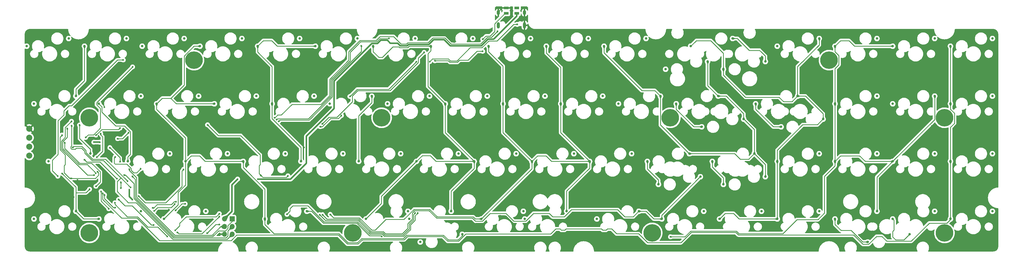
<source format=gtl>
G04 #@! TF.GenerationSoftware,KiCad,Pcbnew,(5.99.0-10161-g3a96736b1f)*
G04 #@! TF.CreationDate,2021-06-27T22:24:52+03:00*
G04 #@! TF.ProjectId,lyra_alpha,6c797261-5f61-46c7-9068-612e6b696361,rev?*
G04 #@! TF.SameCoordinates,Original*
G04 #@! TF.FileFunction,Copper,L1,Top*
G04 #@! TF.FilePolarity,Positive*
%FSLAX46Y46*%
G04 Gerber Fmt 4.6, Leading zero omitted, Abs format (unit mm)*
G04 Created by KiCad (PCBNEW (5.99.0-10161-g3a96736b1f)) date 2021-06-27 22:24:52*
%MOMM*%
%LPD*%
G01*
G04 APERTURE LIST*
G04 #@! TA.AperFunction,ComponentPad*
%ADD10C,0.800000*%
G04 #@! TD*
G04 #@! TA.AperFunction,SMDPad,CuDef*
%ADD11R,1.600000X0.850000*%
G04 #@! TD*
G04 #@! TA.AperFunction,ComponentPad*
%ADD12C,0.600000*%
G04 #@! TD*
G04 #@! TA.AperFunction,ComponentPad*
%ADD13C,5.800000*%
G04 #@! TD*
G04 #@! TA.AperFunction,ComponentPad*
%ADD14C,2.000000*%
G04 #@! TD*
G04 #@! TA.AperFunction,ComponentPad*
%ADD15O,1.000000X2.100000*%
G04 #@! TD*
G04 #@! TA.AperFunction,ComponentPad*
%ADD16O,1.000000X1.600000*%
G04 #@! TD*
G04 #@! TA.AperFunction,ComponentPad*
%ADD17R,1.700000X1.700000*%
G04 #@! TD*
G04 #@! TA.AperFunction,ComponentPad*
%ADD18O,1.700000X1.700000*%
G04 #@! TD*
G04 #@! TA.AperFunction,ViaPad*
%ADD19C,0.600000*%
G04 #@! TD*
G04 #@! TA.AperFunction,Conductor*
%ADD20C,0.250000*%
G04 #@! TD*
G04 #@! TA.AperFunction,Conductor*
%ADD21C,0.500000*%
G04 #@! TD*
G04 APERTURE END LIST*
D10*
X284896000Y-118745000D03*
X271046000Y-121285000D03*
D11*
X244638000Y-53262400D03*
X244638000Y-51512400D03*
X241138000Y-51512400D03*
X241138000Y-53262400D03*
D12*
X139548841Y-70195441D03*
X136675159Y-67321759D03*
X140144000Y-68758600D03*
X136675159Y-70195441D03*
X139548841Y-67321759D03*
X136080000Y-68758600D03*
X138112000Y-66726600D03*
D13*
X138112000Y-68758600D03*
D12*
X138112000Y-70790600D03*
D10*
X96777500Y-61595000D03*
X82927500Y-64135000D03*
X134878000Y-61595000D03*
X121028000Y-64135000D03*
X172978000Y-61595000D03*
X159128000Y-64135000D03*
X211078000Y-61595000D03*
X197228000Y-64135000D03*
X249178000Y-61595000D03*
X235328000Y-64135000D03*
X287278000Y-61595000D03*
X273428000Y-64135000D03*
X312798000Y-71755000D03*
X326648000Y-69215000D03*
X363478000Y-61595000D03*
X349628000Y-64135000D03*
X401578000Y-61595000D03*
X387728000Y-64135000D03*
X99158800Y-80645000D03*
X85308800Y-83185000D03*
X139640000Y-80645000D03*
X125790000Y-83185000D03*
X177740000Y-80645000D03*
X163890000Y-83185000D03*
X253940000Y-80645000D03*
X240090000Y-83185000D03*
X292040000Y-80645000D03*
X278190000Y-83185000D03*
X337284000Y-80645000D03*
X323434000Y-83185000D03*
X363478000Y-80645000D03*
X349628000Y-83185000D03*
X401578000Y-80645000D03*
X387728000Y-83185000D03*
X103921200Y-99695000D03*
X90071200Y-102235000D03*
X149165000Y-99695000D03*
X135315000Y-102235000D03*
X187265000Y-99695000D03*
X173415000Y-102235000D03*
X225365000Y-99695000D03*
X211515000Y-102235000D03*
X263465000Y-99695000D03*
X249615000Y-102235000D03*
X301565000Y-99695000D03*
X287715000Y-102235000D03*
X344428000Y-99695000D03*
X330578000Y-102235000D03*
X363478000Y-99695000D03*
X349628000Y-102235000D03*
X401578000Y-99695000D03*
X387728000Y-102235000D03*
X99158800Y-118745000D03*
X85308800Y-121285000D03*
X142021000Y-118745000D03*
X128171000Y-121285000D03*
X331848000Y-90805000D03*
X345698000Y-88265000D03*
X208696000Y-118745000D03*
X194846000Y-121285000D03*
X246796000Y-118745000D03*
X232946000Y-121285000D03*
X325378000Y-118745000D03*
X311528000Y-121285000D03*
X363478000Y-118745000D03*
X349628000Y-121285000D03*
X401578000Y-118745000D03*
X387728000Y-121285000D03*
X115828000Y-61595000D03*
X101978000Y-64135000D03*
X153928000Y-61595000D03*
X140078000Y-64135000D03*
X192028000Y-61595000D03*
X178178000Y-64135000D03*
X230128000Y-61595000D03*
X216278000Y-64135000D03*
X268228000Y-61595000D03*
X254378000Y-64135000D03*
X293748000Y-71755000D03*
X307598000Y-69215000D03*
X344428000Y-61595000D03*
X330578000Y-64135000D03*
X382528000Y-61595000D03*
X368678000Y-64135000D03*
X360422000Y-128905000D03*
X374272000Y-126365000D03*
X120590000Y-80645000D03*
X106740000Y-83185000D03*
X158690000Y-80645000D03*
X144840000Y-83185000D03*
X196790000Y-80645000D03*
X182940000Y-83185000D03*
X234890000Y-80645000D03*
X221040000Y-83185000D03*
X272990000Y-80645000D03*
X259140000Y-83185000D03*
X311090000Y-80645000D03*
X297240000Y-83185000D03*
X305654000Y-90805000D03*
X319504000Y-88265000D03*
X382528000Y-80645000D03*
X368678000Y-83185000D03*
X291366000Y-109855000D03*
X305216000Y-107315000D03*
X130115000Y-99695000D03*
X116265000Y-102235000D03*
X168215000Y-99695000D03*
X154365000Y-102235000D03*
X206315000Y-99695000D03*
X192465000Y-102235000D03*
X244415000Y-99695000D03*
X230565000Y-102235000D03*
X282515000Y-99695000D03*
X268665000Y-102235000D03*
X322996000Y-99695000D03*
X309146000Y-102235000D03*
X315852000Y-61595000D03*
X302002000Y-64135000D03*
X382528000Y-99695000D03*
X368678000Y-102235000D03*
X312798000Y-109855000D03*
X326648000Y-107315000D03*
X120590000Y-118745000D03*
X106740000Y-121285000D03*
X175359000Y-118745000D03*
X161509000Y-121285000D03*
X222984000Y-118745000D03*
X209134000Y-121285000D03*
X212785000Y-128905000D03*
X226635000Y-126365000D03*
X261084000Y-118745000D03*
X247234000Y-121285000D03*
X306328000Y-118745000D03*
X292478000Y-121285000D03*
X344428000Y-118745000D03*
X330578000Y-121285000D03*
X382528000Y-118745000D03*
X368678000Y-121285000D03*
D12*
X349098841Y-67321759D03*
X347662000Y-66726600D03*
X346225159Y-67321759D03*
X349694000Y-68758600D03*
X347662000Y-70790600D03*
X349098841Y-70195441D03*
X346225159Y-70195441D03*
X345630000Y-68758600D03*
D13*
X347662000Y-68758600D03*
D10*
X215840000Y-80645000D03*
X201990000Y-83185000D03*
D13*
X200025000Y-87808600D03*
D12*
X198588159Y-89245441D03*
X198588159Y-86371759D03*
X200025000Y-85776600D03*
X197993000Y-87808600D03*
X200025000Y-89840600D03*
X202057000Y-87808600D03*
X201461841Y-89245441D03*
X201461841Y-86371759D03*
X102147159Y-89245441D03*
X101552000Y-87808600D03*
X103584000Y-85776600D03*
X103584000Y-89840600D03*
X105616000Y-87808600D03*
X105020841Y-89245441D03*
X102147159Y-86371759D03*
D13*
X103584000Y-87808600D03*
D12*
X105020841Y-86371759D03*
X297307000Y-87808600D03*
X295275000Y-85776600D03*
X293838159Y-86371759D03*
D13*
X295275000Y-87808600D03*
D12*
X296711841Y-89245441D03*
X293838159Y-89245441D03*
X296711841Y-86371759D03*
X293243000Y-87808600D03*
X295275000Y-89840600D03*
X384325159Y-89245441D03*
X387198841Y-86371759D03*
X385762000Y-85776600D03*
D13*
X385762000Y-87808600D03*
D12*
X387794000Y-87808600D03*
X383730000Y-87808600D03*
X387198841Y-89245441D03*
X384325159Y-86371759D03*
X385762000Y-89840600D03*
X105020841Y-124472159D03*
X103584000Y-123877000D03*
X102147159Y-124472159D03*
X105020841Y-127345841D03*
X102147159Y-127345841D03*
X103584000Y-127941000D03*
X105616000Y-125909000D03*
X101552000Y-125909000D03*
D13*
X103584000Y-125909000D03*
D12*
X289322000Y-123877000D03*
X291354000Y-125909000D03*
X290758841Y-127345841D03*
D13*
X289322000Y-125909000D03*
D12*
X289322000Y-127941000D03*
X287885159Y-127345841D03*
X290758841Y-124472159D03*
X287290000Y-125909000D03*
X287885159Y-124472159D03*
X192532000Y-125909000D03*
D13*
X190500000Y-125909000D03*
D12*
X191936841Y-124472159D03*
X189063159Y-127345841D03*
X190500000Y-127941000D03*
X191936841Y-127345841D03*
X190500000Y-123877000D03*
X188468000Y-125909000D03*
X189063159Y-124472159D03*
X384325159Y-124472159D03*
X383730000Y-125909000D03*
X385762000Y-127941000D03*
X387198841Y-124472159D03*
X387794000Y-125909000D03*
D13*
X385762000Y-125909000D03*
D12*
X384325159Y-127345841D03*
X385762000Y-123877000D03*
X387198841Y-127345841D03*
D14*
X83770000Y-94406400D03*
X83770100Y-100359000D03*
X83770100Y-97382900D03*
D15*
X247208000Y-57222170D03*
X238568000Y-57222170D03*
D16*
X247208000Y-53042170D03*
X238568000Y-53042170D03*
D14*
X83770000Y-91429800D03*
D17*
X150693000Y-121285000D03*
D18*
X148153000Y-121285000D03*
X150693000Y-123825000D03*
X148153000Y-123825000D03*
X150693000Y-126365000D03*
X148153000Y-126365000D03*
D19*
X106660820Y-93819120D03*
X100491000Y-84979100D03*
X213431000Y-61799100D03*
X347663000Y-85725000D03*
X99650820Y-108419120D03*
X268701000Y-121949000D03*
X205041000Y-60559100D03*
X395111000Y-63039100D03*
X174427000Y-97631200D03*
X234531000Y-67079100D03*
X186461000Y-124839000D03*
X202531000Y-59029100D03*
X90310800Y-61029100D03*
X336947000Y-120253000D03*
X161341000Y-124759000D03*
X341114000Y-102989000D03*
X115811000Y-99969100D03*
X216201000Y-116239000D03*
X243664000Y-123355000D03*
X91970800Y-97079100D03*
X195891000Y-66779100D03*
X188119000Y-80962500D03*
X108225000Y-106158600D03*
X108871000Y-98399100D03*
X239141000Y-120239000D03*
X381596000Y-90487500D03*
X230561000Y-125099000D03*
X152221000Y-128709000D03*
X385151000Y-116939000D03*
X105971000Y-99269100D03*
X234930820Y-59099120D03*
X247631000Y-64099100D03*
X129801000Y-118199000D03*
X231691000Y-117119000D03*
X246951000Y-124619000D03*
X98400000Y-114083600D03*
X104551000Y-113559000D03*
X249071000Y-115089000D03*
X285811000Y-123149000D03*
X232172000Y-83939000D03*
X168441000Y-115449000D03*
X142331000Y-114099000D03*
X344631000Y-128209000D03*
X244851000Y-120599000D03*
X207781000Y-65919100D03*
X95450800Y-77669100D03*
X100491000Y-69089100D03*
X90280800Y-87799100D03*
X225501000Y-119062000D03*
X299442000Y-120253000D03*
X184711000Y-63399100D03*
X230561000Y-99239100D03*
X149131000Y-116719000D03*
X375551000Y-62889100D03*
X307182000Y-60126500D03*
X392151000Y-127849000D03*
X139841000Y-121789000D03*
X91990800Y-92639100D03*
X224044000Y-62775000D03*
X96120800Y-113469000D03*
X144201000Y-121329000D03*
X114000000Y-111083600D03*
X114025000Y-109158602D03*
X107055000Y-95898600D03*
X152514000Y-108095000D03*
X159160000Y-108119000D03*
X116800000Y-111583600D03*
X117794000Y-114895000D03*
X105085000Y-95888600D03*
X238265000Y-59225000D03*
X164724000Y-87785000D03*
X214058000Y-66161000D03*
X180424000Y-89824800D03*
X193358000Y-63987000D03*
X166024000Y-88995000D03*
X165384000Y-88375000D03*
X202502000Y-61574000D03*
X117175004Y-110858600D03*
X97724000Y-90405000D03*
X117774998Y-107208600D03*
X115125000Y-106783600D03*
X116794085Y-104858609D03*
X98104000Y-97625000D03*
X116200000Y-108783602D03*
X102004000Y-101675000D03*
X112700000Y-107983599D03*
X116554000Y-92695000D03*
X211481000Y-69235000D03*
X215918000Y-69235000D03*
X189574000Y-80755000D03*
X179756000Y-90753100D03*
X244758000Y-56912170D03*
X112915000Y-94718600D03*
X186754000Y-87077900D03*
X113699979Y-102333600D03*
X110355000Y-97688600D03*
X105200000Y-106808600D03*
X97704000Y-88985000D03*
X105725000Y-106208600D03*
X96279000Y-91350000D03*
X106275002Y-105633602D03*
X113704000Y-91185000D03*
X97554000Y-107835000D03*
X142604000Y-90145000D03*
X94609000Y-93530000D03*
X160139000Y-106830000D03*
X169124000Y-107015000D03*
X105809000Y-93530000D03*
X114779000Y-68670000D03*
X93177400Y-107142000D03*
X107327000Y-93022000D03*
X106020000Y-100880000D03*
X120544000Y-104645000D03*
X112125000Y-100733598D03*
X146474000Y-120485000D03*
X132635000Y-125694000D03*
X110033000Y-117916000D03*
X107425000Y-112158596D03*
X103649998Y-111458600D03*
X94624000Y-106235000D03*
X100359000Y-90210000D03*
X134684000Y-104881000D03*
X119854000Y-113725000D03*
X132224000Y-115615000D03*
X124474000Y-117585000D03*
X135214000Y-116285000D03*
X131984000Y-118435000D03*
X183074000Y-119785000D03*
X113225000Y-114818600D03*
X124794000Y-123296000D03*
X180512000Y-119867000D03*
X124990820Y-118609120D03*
X131724000Y-116365000D03*
X112134000Y-117555000D03*
X179589000Y-119870000D03*
X211064000Y-119305000D03*
X108575000Y-113283600D03*
X131900000Y-125069000D03*
X146464000Y-119545000D03*
X142474000Y-125995000D03*
X146519000Y-123150000D03*
X211964000Y-119305000D03*
X295356000Y-127171000D03*
X168796000Y-119734000D03*
X129284000Y-127054000D03*
X112025002Y-115928600D03*
X108000000Y-112758600D03*
X200084000Y-127105000D03*
X105765600Y-110465400D03*
X217600000Y-68957800D03*
X102344000Y-94315000D03*
X233394000Y-65825000D03*
X117838000Y-70981200D03*
X95414000Y-96045000D03*
X233394000Y-61825000D03*
D20*
X214491000Y-60739100D02*
X213431000Y-61799100D01*
X247208000Y-54092170D02*
X247208000Y-53042170D01*
X243664000Y-123355000D02*
X243664000Y-122931000D01*
X247208000Y-53042170D02*
X247208000Y-53342170D01*
X213728000Y-61502100D02*
X213595100Y-61860000D01*
X243664000Y-123225000D02*
X243664000Y-123355000D01*
X243664000Y-122935000D02*
X243504900Y-123282100D01*
X241138000Y-51512400D02*
X239797770Y-51512400D01*
X140261000Y-121789000D02*
X139913900Y-121948100D01*
X239561000Y-120239000D02*
X239213900Y-120079900D01*
X144201000Y-121329000D02*
X143741000Y-121789000D01*
X223624000Y-62775000D02*
X223971100Y-62934100D01*
X247208000Y-57222170D02*
X247208000Y-55922170D01*
X223097000Y-62775000D02*
X221061000Y-60739100D01*
X143904000Y-121626000D02*
X144036900Y-121268100D01*
X143904000Y-121626000D02*
X144261900Y-121493100D01*
X224044000Y-62775000D02*
X223097000Y-62775000D01*
X239797770Y-51512400D02*
X238568000Y-52742170D01*
X223624000Y-62775000D02*
X223971100Y-62615900D01*
X243664000Y-122931000D02*
X240972000Y-120239000D01*
X243664000Y-122935000D02*
X243823100Y-123282100D01*
X140261000Y-121789000D02*
X139913900Y-121629900D01*
X240972000Y-120239000D02*
X239141000Y-120239000D01*
X213728000Y-61502100D02*
X213370100Y-61635000D01*
X143741000Y-121789000D02*
X139841000Y-121789000D01*
X210951000Y-59139100D02*
X212891000Y-59139100D01*
X239561000Y-120239000D02*
X239213900Y-120398100D01*
X247208000Y-53042170D02*
X247208000Y-57222170D01*
X212891000Y-59139100D02*
X214491000Y-60739100D01*
X210861000Y-59229100D02*
X210951000Y-59139100D01*
X221061000Y-60739100D02*
X214491000Y-60739100D01*
X97785400Y-113469000D02*
X98400000Y-114083600D01*
X238568000Y-52742170D02*
X238568000Y-53042170D01*
X96120800Y-113469000D02*
X97785400Y-113469000D01*
X114017253Y-109597289D02*
X114176352Y-109250241D01*
X113982747Y-110669911D02*
X113823648Y-111016959D01*
X113982747Y-110669911D02*
X114141846Y-111016959D01*
X114017253Y-109597289D02*
X113858154Y-109250241D01*
X114000000Y-109183602D02*
X114025000Y-109158602D01*
X114000000Y-111083600D02*
X114000000Y-109183602D01*
D21*
X198667000Y-63250000D02*
X199732000Y-62185000D01*
X196797000Y-63250000D02*
X198667000Y-63250000D01*
X159160000Y-108119000D02*
X169970000Y-108119000D01*
X244638000Y-54187400D02*
X244638000Y-53262400D01*
X152514000Y-108095000D02*
X150624000Y-109985000D01*
X150624000Y-118814000D02*
X148153000Y-121285000D01*
X150624000Y-109985000D02*
X150624000Y-118814000D01*
X184352000Y-75694700D02*
X196797000Y-63250000D01*
X107045000Y-95888600D02*
X105509264Y-95888600D01*
X215595000Y-63560000D02*
X217200000Y-61955000D01*
X208877000Y-63560000D02*
X215595000Y-63560000D01*
X232912000Y-64028400D02*
X235133000Y-61807500D01*
X175215000Y-102874000D02*
X175215000Y-93923500D01*
X237017900Y-61807500D02*
X244638000Y-54187400D01*
X199732000Y-62185000D02*
X201914000Y-62185000D01*
X169970000Y-108119000D02*
X175215000Y-102874000D01*
X105509264Y-95888600D02*
X105085000Y-95888600D01*
X116800000Y-113901000D02*
X116800000Y-111583600D01*
X235133000Y-61807500D02*
X237017900Y-61807500D01*
X202874000Y-63145000D02*
X205364000Y-63145000D01*
X217200000Y-61955000D02*
X220663000Y-61955000D01*
X205364000Y-63145000D02*
X206214000Y-63995000D01*
X117794000Y-114895000D02*
X116800000Y-113901000D01*
X222736000Y-64028400D02*
X232912000Y-64028400D01*
X206214000Y-63995000D02*
X208442000Y-63995000D01*
X220663000Y-61955000D02*
X222736000Y-64028400D01*
X149171200Y-120266800D02*
X148715500Y-121493900D01*
X201914000Y-62185000D02*
X202874000Y-63145000D01*
X175215000Y-93923500D02*
X184352000Y-84786600D01*
X208442000Y-63995000D02*
X208877000Y-63560000D01*
X184352000Y-84786600D02*
X184352000Y-75694700D01*
X107055000Y-95898600D02*
X107045000Y-95888600D01*
X149171200Y-120266800D02*
X147944100Y-120722500D01*
D20*
X326648000Y-67414700D02*
X326648000Y-69215000D01*
X326648000Y-68555000D02*
X326398000Y-69100400D01*
X316512000Y-61595000D02*
X315966600Y-61845000D01*
X326648000Y-68555000D02*
X326898000Y-69100400D01*
X317458000Y-61613000D02*
X321344000Y-65499100D01*
X325218000Y-65984900D02*
X326648000Y-67414700D01*
X321344000Y-65499100D02*
X324732000Y-65499100D01*
X324732000Y-65499100D02*
X325218000Y-65984900D01*
X315852000Y-61595000D02*
X317458000Y-61595000D01*
X316512000Y-61595000D02*
X315966600Y-61345000D01*
X317458000Y-61595000D02*
X317458000Y-61613000D01*
X331188000Y-90805000D02*
X331733400Y-91055000D01*
X331188000Y-90805000D02*
X331733400Y-90555000D01*
X329253000Y-90805000D02*
X323434000Y-84985300D01*
X331848000Y-90805000D02*
X329253000Y-90805000D01*
X323434000Y-84985300D02*
X323434000Y-83185000D01*
X323434000Y-83845000D02*
X323184000Y-83299600D01*
X323434000Y-83845000D02*
X323684000Y-83299600D01*
X291366000Y-109195000D02*
X291116000Y-109740400D01*
X287715000Y-102895000D02*
X287465000Y-102349600D01*
X287715000Y-102895000D02*
X287965000Y-102349600D01*
X291366000Y-108355000D02*
X287715000Y-104704000D01*
X291366000Y-109195000D02*
X291616000Y-109740400D01*
X291366000Y-109855000D02*
X291366000Y-108355000D01*
X287715000Y-104704000D02*
X287715000Y-102235000D01*
X351631000Y-125088000D02*
X354916000Y-125088000D01*
X359762000Y-128905000D02*
X360307400Y-129155000D01*
X359762000Y-128905000D02*
X360307400Y-128655000D01*
X349628000Y-121285000D02*
X349628000Y-123085000D01*
X349628000Y-121945000D02*
X349878000Y-121399600D01*
X349628000Y-121945000D02*
X349378000Y-121399600D01*
X358733000Y-128905000D02*
X360422000Y-128905000D01*
X354916000Y-125088000D02*
X358733000Y-128905000D01*
X349628000Y-123085000D02*
X351631000Y-125088000D01*
X297240000Y-83845000D02*
X297490000Y-83299600D01*
X304994000Y-90805000D02*
X305539400Y-91055000D01*
X303044000Y-90805000D02*
X297240000Y-85000600D01*
X297240000Y-85000600D02*
X297240000Y-83185000D01*
X304994000Y-90805000D02*
X305539400Y-90555000D01*
X297240000Y-83845000D02*
X296990000Y-83299600D01*
X305654000Y-90805000D02*
X303044000Y-90805000D01*
X165738000Y-86908200D02*
X166927000Y-86908200D01*
X216962000Y-61380000D02*
X216005000Y-62336400D01*
X196704000Y-62225000D02*
X197946000Y-62225000D01*
X179991000Y-83368200D02*
X182877000Y-80482100D01*
X197072000Y-62225000D02*
X197025000Y-62225000D01*
X208639000Y-62985000D02*
X215357000Y-62985000D01*
X216005000Y-62336400D02*
X216267000Y-62075000D01*
X189192000Y-68756900D02*
X189192000Y-65924200D01*
X221387000Y-61865900D02*
X220901000Y-61380000D01*
X198242000Y-62225000D02*
X199518000Y-60949000D01*
X208204000Y-63420000D02*
X208639000Y-62985000D01*
X196704000Y-62225000D02*
X195334000Y-62225000D01*
X221387000Y-61865900D02*
X222975000Y-63453400D01*
X234657000Y-61470600D02*
X234657000Y-61462400D01*
X215357000Y-62985000D02*
X216005000Y-62336400D01*
X234657000Y-61462400D02*
X234886000Y-61232500D01*
X199518000Y-60949000D02*
X203970000Y-60949000D01*
X205591000Y-62570000D02*
X205602000Y-62570000D01*
X236257000Y-61232500D02*
X238265000Y-59225000D01*
X182877000Y-75072200D02*
X189192000Y-68756900D01*
X189192000Y-65924200D02*
X192891000Y-62225000D01*
X205602000Y-62570000D02*
X206452000Y-63420000D01*
X166927000Y-86908200D02*
X170467000Y-83368200D01*
X203970000Y-60949000D02*
X205591000Y-62570000D01*
X182877000Y-80482100D02*
X182877000Y-75072200D01*
X232674000Y-63453400D02*
X234657000Y-61470600D01*
X197946000Y-62225000D02*
X198242000Y-62225000D01*
X164783000Y-87863000D02*
X165738000Y-86908200D01*
X192891000Y-62225000D02*
X196704000Y-62225000D01*
X220901000Y-61380000D02*
X216962000Y-61380000D01*
X197025000Y-62225000D02*
X197946000Y-62225000D01*
X234886000Y-61232500D02*
X236257000Y-61232500D01*
X221387000Y-61865900D02*
X220901000Y-61380000D01*
X237968000Y-59521900D02*
X238100900Y-59164000D01*
X170467000Y-83368200D02*
X179991000Y-83368200D01*
X237968000Y-59521900D02*
X238325900Y-59389000D01*
X206452000Y-63420000D02*
X208204000Y-63420000D01*
X222975000Y-63453400D02*
X232674000Y-63453400D01*
X185303000Y-87596400D02*
X182652000Y-87596400D01*
X203599000Y-78041900D02*
X203750000Y-77891000D01*
X192164000Y-78820000D02*
X190380000Y-80604000D01*
X212106000Y-68113100D02*
X212106000Y-69535000D01*
X203750000Y-77891000D02*
X202821000Y-78820000D01*
X214058000Y-66161000D02*
X212106000Y-68113100D01*
X213761000Y-66458000D02*
X214118900Y-66325100D01*
X202821000Y-78820000D02*
X192164000Y-78820000D01*
X190380000Y-82518600D02*
X186911000Y-85988000D01*
X186911000Y-85988000D02*
X185303000Y-87596400D01*
X180721000Y-89527800D02*
X180363100Y-89660700D01*
X190380000Y-80604000D02*
X190380000Y-82518600D01*
X182652000Y-87596400D02*
X180424000Y-89824800D01*
X212106000Y-69535000D02*
X203750000Y-77891000D01*
X213761000Y-66458000D02*
X213893900Y-66100100D01*
X180721000Y-89527800D02*
X180588100Y-89885700D01*
X183777000Y-80854900D02*
X176525000Y-88106400D01*
X193358000Y-65875300D02*
X183777000Y-75456500D01*
X193358000Y-64407000D02*
X193198900Y-64059900D01*
X166321000Y-88698000D02*
X165963100Y-88830900D01*
X176525000Y-88106400D02*
X176229000Y-88402800D01*
X193358000Y-64407000D02*
X193517100Y-64059900D01*
X183777000Y-75456500D02*
X183777000Y-80854900D01*
X166459000Y-88560000D02*
X166024000Y-88995000D01*
X193358000Y-63987000D02*
X193358000Y-65875300D01*
X176072000Y-88560000D02*
X166459000Y-88560000D01*
X176525000Y-88106400D02*
X176072000Y-88560000D01*
X166321000Y-88698000D02*
X166188100Y-89055900D01*
X175885000Y-88110000D02*
X183327000Y-80668500D01*
X183327000Y-80668500D02*
X183327000Y-76551400D01*
X165719000Y-88110000D02*
X175885000Y-88110000D01*
X200637000Y-61610000D02*
X199494000Y-61610000D01*
X193078000Y-62675000D02*
X192286000Y-63466800D01*
X202085000Y-61610000D02*
X202212000Y-61610000D01*
X189642000Y-66110600D02*
X192286000Y-63466800D01*
X189642000Y-68954800D02*
X189642000Y-66110600D01*
X202085000Y-61610000D02*
X200637000Y-61610000D01*
X202502000Y-61574000D02*
X202466000Y-61610000D01*
X183327000Y-76551400D02*
X183327000Y-75270100D01*
X202466000Y-61610000D02*
X202085000Y-61610000D01*
X199494000Y-61610000D02*
X198429000Y-62675000D01*
X198429000Y-62675000D02*
X193078000Y-62675000D01*
X192286000Y-63466800D02*
X192391000Y-63362000D01*
X183327000Y-75270100D02*
X189642000Y-68954800D01*
X165289000Y-88540000D02*
X165719000Y-88110000D01*
X97804000Y-98250000D02*
X98409000Y-98250000D01*
X149068000Y-127990000D02*
X150693000Y-126365000D01*
X113982700Y-107716300D02*
X112775000Y-108924000D01*
X97724000Y-90825000D02*
X97883100Y-90477900D01*
X114032704Y-107716300D02*
X116875005Y-110558601D01*
X112775000Y-112206000D02*
X116465000Y-115896000D01*
X108236400Y-101970000D02*
X113982700Y-107716300D01*
X116875005Y-110558601D02*
X117175004Y-110858600D01*
X119073000Y-115896000D02*
X131166000Y-127990000D01*
X99295200Y-97870000D02*
X101047000Y-97870000D01*
X97724000Y-90405000D02*
X97724000Y-97080000D01*
X97724000Y-90825000D02*
X97564900Y-90477900D01*
X98409000Y-98250000D02*
X98409000Y-98245000D01*
X102033000Y-98855900D02*
X102033000Y-99516300D01*
X149879800Y-127178200D02*
X149971800Y-126290200D01*
X98920200Y-98245000D02*
X99295200Y-97870000D01*
X149879800Y-127178200D02*
X150767800Y-127086200D01*
X104487000Y-101970000D02*
X108236400Y-101970000D01*
X101047000Y-97870000D02*
X102033000Y-98855900D01*
X131166000Y-127990000D02*
X149068000Y-127990000D01*
X102033000Y-99516300D02*
X104487000Y-101970000D01*
X97724000Y-97080000D02*
X97479000Y-97325000D01*
X97479000Y-97925000D02*
X97804000Y-98250000D01*
X97479000Y-97325000D02*
X97479000Y-97925000D01*
X112775000Y-108924000D02*
X112775000Y-112206000D01*
X116465000Y-115896000D02*
X119073000Y-115896000D01*
X98409000Y-98245000D02*
X98920200Y-98245000D01*
X113982700Y-107716300D02*
X114032704Y-107716300D01*
X118076793Y-107507207D02*
X117718893Y-107374307D01*
X118076793Y-107507207D02*
X117943893Y-107149307D01*
X149328000Y-123451000D02*
X150693000Y-122086000D01*
X150693000Y-122086000D02*
X150693000Y-121285000D01*
X144661000Y-126752000D02*
X146222000Y-125190000D01*
X146222000Y-125190000D02*
X148527000Y-125190000D01*
X144661000Y-126752000D02*
X144322000Y-127090000D01*
X149328000Y-124389000D02*
X149328000Y-123451000D01*
X144559000Y-126853000D02*
X144661000Y-126752000D01*
X148527000Y-125190000D02*
X149328000Y-124389000D01*
X118074997Y-107508599D02*
X117774998Y-107208600D01*
X118725011Y-108158613D02*
X118074997Y-107508599D01*
X144322000Y-127090000D02*
X131539000Y-127090000D01*
X131539000Y-127090000D02*
X118725011Y-114276011D01*
X118725011Y-114276011D02*
X118725011Y-108158613D01*
X115543689Y-106786347D02*
X115196641Y-106945446D01*
X115543689Y-106786347D02*
X115196641Y-106627248D01*
X149328000Y-125190000D02*
X149328000Y-126929000D01*
X131353000Y-127540000D02*
X118325000Y-114512000D01*
X149328000Y-126929000D02*
X148717000Y-127540000D01*
X150693000Y-123825000D02*
X149328000Y-125190000D01*
X118325000Y-114512000D02*
X118325000Y-109559336D01*
X145769000Y-127540000D02*
X145619000Y-127540000D01*
X118325000Y-109559336D02*
X115549264Y-106783600D01*
X148717000Y-127540000D02*
X145769000Y-127540000D01*
X149879800Y-124638200D02*
X150767800Y-124546200D01*
X149879800Y-124638200D02*
X149971800Y-123750200D01*
X145769000Y-127540000D02*
X131353000Y-127540000D01*
X115549264Y-106783600D02*
X115125000Y-106783600D01*
X116787253Y-105247289D02*
X116628154Y-104900241D01*
X116787253Y-105247289D02*
X116946352Y-104900241D01*
X119125022Y-107613810D02*
X116794085Y-105282873D01*
X146950919Y-123825000D02*
X144135919Y-126640000D01*
X148153000Y-123825000D02*
X146950919Y-123825000D01*
X147003000Y-123825000D02*
X147695900Y-123262200D01*
X116794085Y-105282873D02*
X116794085Y-104858609D01*
X119125022Y-114039022D02*
X119125022Y-107613810D01*
X144135919Y-126640000D02*
X131726000Y-126640000D01*
X147003000Y-123825000D02*
X147695900Y-124387800D01*
X131726000Y-126640000D02*
X119125022Y-114039022D01*
X115913207Y-108499993D02*
X116271107Y-108632893D01*
X115913207Y-108499993D02*
X116046107Y-108857893D01*
X98401000Y-97328000D02*
X98043100Y-97460900D01*
X102483000Y-98669500D02*
X102483000Y-99329900D01*
X98104000Y-97625000D02*
X98404000Y-97325000D01*
X104673000Y-101520000D02*
X108936398Y-101520000D01*
X98401000Y-97328000D02*
X98268100Y-97685900D01*
X98404000Y-97325000D02*
X101139000Y-97325000D01*
X115900001Y-108483603D02*
X116200000Y-108783602D01*
X102483000Y-99329900D02*
X104673000Y-101520000D01*
X101139000Y-97325000D02*
X102483000Y-98669500D01*
X108936398Y-101520000D02*
X115900001Y-108483603D01*
X98104000Y-97625000D02*
X98214000Y-97625000D01*
X112413207Y-107699993D02*
X112771107Y-107832893D01*
X112413207Y-107699993D02*
X112546107Y-108057893D01*
X102297965Y-101970616D02*
X101940028Y-101837680D01*
X102754000Y-102425000D02*
X107141401Y-102425000D01*
X102004000Y-101675000D02*
X102754000Y-102425000D01*
X102297965Y-101970616D02*
X102165029Y-101612679D01*
X112400001Y-107683600D02*
X112700000Y-107983599D01*
X107141401Y-102425000D02*
X112400001Y-107683600D01*
X113333689Y-94716347D02*
X112986641Y-94875446D01*
X113333689Y-94716347D02*
X112986641Y-94557248D01*
X224859000Y-68993900D02*
X229249000Y-64603400D01*
X189574000Y-80755000D02*
X191959000Y-78370000D01*
X114530400Y-94718600D02*
X113339264Y-94718600D01*
X186456900Y-87374800D02*
X186589900Y-87016900D01*
X202346000Y-78370000D02*
X211481000Y-69235000D01*
X185785000Y-88046400D02*
X186754000Y-87077900D01*
X244338000Y-56912170D02*
X244685100Y-56753070D01*
X235371000Y-62382500D02*
X238129498Y-62382500D01*
X189871000Y-80458000D02*
X189513100Y-80590900D01*
X180176000Y-90753100D02*
X179828900Y-90912200D01*
X216810000Y-68332800D02*
X215918000Y-69224500D01*
X244338000Y-56912170D02*
X244685100Y-57071270D01*
X217716000Y-68332800D02*
X216810000Y-68332800D01*
X191959000Y-78370000D02*
X202346000Y-78370000D01*
X116257000Y-92992000D02*
X116614900Y-92859100D01*
X211184000Y-69532000D02*
X211541900Y-69399100D01*
X222064000Y-68332800D02*
X222725000Y-68993900D01*
X116257000Y-92992000D02*
X114530400Y-94718600D01*
X233150000Y-64603400D02*
X235371000Y-62382500D01*
X211184000Y-69532000D02*
X211316900Y-69174100D01*
X189871000Y-80458000D02*
X189738100Y-80815900D01*
X180914000Y-90274500D02*
X183142000Y-88046400D01*
X217912000Y-68332800D02*
X217716000Y-68332800D01*
X116257000Y-92992000D02*
X116389900Y-92634100D01*
X113339264Y-94718600D02*
X112915000Y-94718600D01*
X180176000Y-90753100D02*
X179828900Y-90594000D01*
X238129498Y-62382500D02*
X243599828Y-56912170D01*
X180914000Y-90274500D02*
X180664000Y-90524500D01*
X179756000Y-90753100D02*
X180435000Y-90753100D01*
X222725000Y-68993900D02*
X224859000Y-68993900D01*
X183142000Y-88046400D02*
X185785000Y-88046400D01*
X180435000Y-90753100D02*
X180914000Y-90274500D01*
X186456900Y-87374800D02*
X186814900Y-87241900D01*
X217716000Y-68332800D02*
X222064000Y-68332800D01*
X243599828Y-56912170D02*
X243865000Y-56912170D01*
X243865000Y-56912170D02*
X244758000Y-56912170D01*
X229249000Y-64603400D02*
X233150000Y-64603400D01*
X113702747Y-101919911D02*
X113861846Y-102266959D01*
X110636793Y-97977207D02*
X110278893Y-97844307D01*
X113702747Y-101919911D02*
X113543648Y-102266959D01*
X110636793Y-97977207D02*
X110503893Y-97619307D01*
X110654999Y-97988599D02*
X110355000Y-97688600D01*
X113699979Y-101033579D02*
X110654999Y-97988599D01*
X110611000Y-97942000D02*
X110253100Y-97809100D01*
X113699979Y-102333600D02*
X113699979Y-101033579D01*
X110611000Y-97942000D02*
X110478100Y-97584100D01*
X104786311Y-106800853D02*
X105133359Y-106641754D01*
X104786311Y-106800853D02*
X105133359Y-106959952D01*
X95654000Y-94243600D02*
X94843300Y-95054300D01*
X104775736Y-106808600D02*
X105200000Y-106808600D01*
X97407000Y-89282000D02*
X97764900Y-89149100D01*
X97704000Y-88985000D02*
X95654000Y-91035000D01*
X101527000Y-105332000D02*
X103003600Y-106808600D01*
X97407000Y-89282000D02*
X97539900Y-88924100D01*
X98656300Y-102460000D02*
X101527000Y-105332000D01*
X94339000Y-95558600D02*
X94339000Y-98143100D01*
X94339000Y-98143100D02*
X101527000Y-105332000D01*
X94843300Y-95054300D02*
X94949000Y-94948600D01*
X94843300Y-95054300D02*
X94339000Y-95558600D01*
X103003600Y-106808600D02*
X104775736Y-106808600D01*
X95654000Y-91035000D02*
X95654000Y-94243600D01*
X105453207Y-105929993D02*
X105811107Y-106062893D01*
X105453207Y-105929993D02*
X105586107Y-106287893D01*
X96279000Y-91350000D02*
X96279000Y-94255000D01*
X96279000Y-91770000D02*
X96119900Y-91422900D01*
X96279000Y-91770000D02*
X96438100Y-91422900D01*
X100157000Y-103325000D02*
X103002000Y-103325000D01*
X94789000Y-95745000D02*
X94789000Y-97956700D01*
X94789000Y-97956700D02*
X100157000Y-103325000D01*
X105425001Y-105748001D02*
X105425001Y-105908601D01*
X103276000Y-103599000D02*
X103358000Y-103681000D01*
X103002000Y-103325000D02*
X103358000Y-103681000D01*
X96279000Y-94255000D02*
X94789000Y-95745000D01*
X103358000Y-103681000D02*
X105425001Y-105748001D01*
X105425001Y-105908601D02*
X105725000Y-106208600D01*
X106556793Y-105917207D02*
X106198893Y-105784307D01*
X106556793Y-105917207D02*
X106423893Y-105559307D01*
X142901000Y-90442000D02*
X142768100Y-90084100D01*
X95646200Y-103328000D02*
X95646200Y-101093000D01*
X95646200Y-100087000D02*
X93889000Y-98329500D01*
X94312000Y-93827000D02*
X94444900Y-93469100D01*
X160436000Y-107127000D02*
X160303100Y-106769100D01*
X159606000Y-106297000D02*
X159606000Y-103662000D01*
X106106000Y-93233000D02*
X105973100Y-93590900D01*
X94312000Y-93827000D02*
X94669900Y-93694100D01*
X95646200Y-100684000D02*
X95646200Y-101093000D01*
X106655000Y-106753600D02*
X105573600Y-107835000D01*
X168595000Y-107544000D02*
X160853000Y-107544000D01*
X159940000Y-103328000D02*
X159940000Y-100084000D01*
X97974000Y-107835000D02*
X97626900Y-107994100D01*
X153564000Y-93707900D02*
X153564000Y-93718600D01*
X159606000Y-103662000D02*
X159940000Y-103328000D01*
X142901000Y-90442000D02*
X142543100Y-90309100D01*
X159842000Y-106533000D02*
X159974900Y-106890900D01*
X93889000Y-95480000D02*
X93889000Y-95372200D01*
X106106000Y-93233000D02*
X105748100Y-93365900D01*
X95646200Y-101093000D02*
X95646200Y-100087000D01*
X113232000Y-91657000D02*
X113704000Y-91185000D01*
X93889000Y-94250000D02*
X94609000Y-93530000D01*
X106275002Y-105633602D02*
X106655000Y-106013600D01*
X95312300Y-106018000D02*
X95312300Y-103662000D01*
X160436000Y-107127000D02*
X160078100Y-106994100D01*
X106655000Y-106013600D02*
X106655000Y-106753600D01*
X97134000Y-107835000D02*
X97481100Y-107675900D01*
X153564000Y-93707900D02*
X146167000Y-93707900D01*
X107682000Y-91657000D02*
X113232000Y-91657000D01*
X146167000Y-93707900D02*
X142604000Y-90145000D01*
X97129700Y-107835000D02*
X95312300Y-106018000D01*
X168827000Y-107312000D02*
X169184900Y-107179100D01*
X93889000Y-98329500D02*
X93889000Y-95480000D01*
X97134000Y-107835000D02*
X97481100Y-107994100D01*
X113407000Y-91482000D02*
X113539900Y-91124100D01*
X169124000Y-107015000D02*
X168595000Y-107544000D01*
X97978264Y-107835000D02*
X97554000Y-107835000D01*
X105809000Y-93530000D02*
X107682000Y-91657000D01*
X97554000Y-107835000D02*
X97129700Y-107835000D01*
X113407000Y-91482000D02*
X113764900Y-91349100D01*
X160139000Y-106830000D02*
X159606000Y-106297000D01*
X159842000Y-106533000D02*
X160199900Y-106665900D01*
X159940000Y-100084000D02*
X153564000Y-93707900D01*
X160853000Y-107544000D02*
X160139000Y-106830000D01*
X168827000Y-107312000D02*
X168959900Y-106954100D01*
X105573600Y-107835000D02*
X97978264Y-107835000D01*
X95312300Y-103662000D02*
X95646200Y-103328000D01*
X97974000Y-107835000D02*
X97626900Y-107675900D01*
X93889000Y-95480000D02*
X93889000Y-94250000D01*
X114359000Y-68670000D02*
X114706100Y-68829100D01*
X97688000Y-83825200D02*
X96904700Y-83825200D01*
X91375300Y-101824000D02*
X91375300Y-105339000D01*
X93264000Y-88761800D02*
X93264000Y-99935000D01*
X114359000Y-68670000D02*
X114706100Y-68510900D01*
X92880500Y-106844900D02*
X93013400Y-107202900D01*
X95187700Y-86838100D02*
X93264000Y-88761800D01*
X92880500Y-106844900D02*
X93238400Y-106977900D01*
X95187700Y-85542200D02*
X95187700Y-86838100D01*
X91375300Y-105339000D02*
X93177400Y-107142000D01*
X93264000Y-99935000D02*
X91375300Y-101824000D01*
X114779000Y-68670000D02*
X112843000Y-68670000D01*
X112843000Y-68670000D02*
X97688000Y-83825200D01*
X96904700Y-83825200D02*
X95187700Y-85542200D01*
X106316900Y-100582900D02*
X106184000Y-100940900D01*
X107327000Y-93442000D02*
X107967000Y-94082000D01*
X107967000Y-94082000D02*
X107967000Y-98932000D01*
X107327000Y-93442000D02*
X107486100Y-93094900D01*
X107967000Y-98932000D02*
X106020000Y-100880000D01*
X107327000Y-93442000D02*
X107167900Y-93094900D01*
X106316900Y-100582900D02*
X105959000Y-100715900D01*
X111826393Y-101040393D02*
X111959293Y-100682493D01*
X111826393Y-101040393D02*
X112184293Y-100907493D01*
X118202000Y-105972000D02*
X117369091Y-105139091D01*
X112125000Y-103141000D02*
X111825001Y-102841001D01*
X120544000Y-104645000D02*
X119217000Y-105972000D01*
X117369091Y-105139091D02*
X117369090Y-104582608D01*
X119217000Y-105972000D02*
X118202000Y-105972000D01*
X120247000Y-104942000D02*
X120379900Y-104584100D01*
X111825001Y-102841001D02*
X111825001Y-101033597D01*
X115927482Y-103141000D02*
X112125000Y-103141000D01*
X120247000Y-104942000D02*
X120604900Y-104809100D01*
X117369090Y-104582608D02*
X115927482Y-103141000D01*
X111825001Y-101033597D02*
X112125000Y-100733598D01*
X107427253Y-112547289D02*
X107268154Y-112200241D01*
X107427253Y-112547289D02*
X107586352Y-112200241D01*
X109736100Y-117619000D02*
X110094000Y-117751900D01*
X132932000Y-125991000D02*
X132574100Y-125858100D01*
X107425000Y-115308000D02*
X107425000Y-112158596D01*
X146177000Y-120782000D02*
X146534900Y-120649100D01*
X132932000Y-125991000D02*
X132799100Y-125633100D01*
X109736100Y-117619000D02*
X109869000Y-117976900D01*
X140769000Y-126190000D02*
X146474000Y-120485000D01*
X133131000Y-126190000D02*
X140769000Y-126190000D01*
X132635000Y-125694000D02*
X133131000Y-126190000D01*
X110033000Y-117916000D02*
X107425000Y-115308000D01*
X146177000Y-120782000D02*
X146309900Y-120424100D01*
X103356393Y-111760393D02*
X103489293Y-111402493D01*
X103356393Y-111760393D02*
X103714293Y-111627493D01*
X100359000Y-90210000D02*
X100359000Y-94632800D01*
X103921000Y-98195000D02*
X103921200Y-99695000D01*
X94624000Y-106235000D02*
X99158800Y-110770000D01*
X116265000Y-101575000D02*
X116515000Y-102120400D01*
X107704000Y-84155000D02*
X107704000Y-85639000D01*
X100359000Y-94632800D02*
X103921000Y-98195000D01*
X106740000Y-83185000D02*
X106715000Y-83185000D01*
X101978000Y-64795000D02*
X102228000Y-64249600D01*
X115210002Y-90500000D02*
X117140820Y-92430818D01*
X116265000Y-100735000D02*
X117140820Y-99869120D01*
X103921100Y-99035000D02*
X103671200Y-99580400D01*
X116265000Y-102235000D02*
X116265000Y-100735000D01*
X94921000Y-106532000D02*
X94788100Y-106174100D01*
X102468598Y-112640000D02*
X103349999Y-111758599D01*
X99158800Y-78330200D02*
X99158800Y-80645000D01*
X102384000Y-121285000D02*
X104434000Y-121285000D01*
X99183800Y-118745000D02*
X99158800Y-118745000D01*
X103921100Y-99035000D02*
X104171200Y-99580400D01*
X100359000Y-90630000D02*
X100518100Y-90282900D01*
X99158800Y-112640000D02*
X102468598Y-112640000D01*
X99158800Y-118085000D02*
X98908800Y-118630400D01*
X106080000Y-121285000D02*
X106625400Y-121035000D01*
X106740000Y-83191000D02*
X107704000Y-84155000D01*
X99158800Y-112640000D02*
X99158800Y-118745000D01*
X101978000Y-64135000D02*
X101954000Y-64135000D01*
X101978000Y-64795000D02*
X101728000Y-64249600D01*
X107704000Y-84155000D02*
X107704000Y-85949300D01*
X99158800Y-118085000D02*
X99408800Y-118630400D01*
X106740000Y-83185000D02*
X106740000Y-83191000D01*
X102384000Y-121285000D02*
X101724000Y-121285000D01*
X107704000Y-85639000D02*
X107699000Y-85644000D01*
X101978000Y-64135000D02*
X101978000Y-75511000D01*
X107704000Y-85949300D02*
X112255000Y-90500000D01*
X117140820Y-99869120D02*
X117129000Y-99871000D01*
X101978000Y-75511000D02*
X99158800Y-78330200D01*
X106080000Y-121285000D02*
X106625400Y-121535000D01*
X112255000Y-90500000D02*
X115210002Y-90500000D01*
X103349999Y-111758599D02*
X103649998Y-111458600D01*
X99158800Y-79985000D02*
X98908800Y-80530400D01*
X100359000Y-90630000D02*
X100199900Y-90282900D01*
X99158800Y-110770000D02*
X99158800Y-112640000D01*
X99158800Y-79985000D02*
X99408800Y-80530400D01*
X117140820Y-92430818D02*
X117140820Y-99869120D01*
X101724000Y-121285000D02*
X99183800Y-118745000D01*
X106740000Y-121285000D02*
X102384000Y-121285000D01*
X94921000Y-106532000D02*
X94563100Y-106399100D01*
X116265000Y-101575000D02*
X116015000Y-102120400D01*
X132241000Y-83185000D02*
X130416000Y-81360000D01*
X125815000Y-83185000D02*
X125790000Y-83185000D01*
X127640000Y-81360000D02*
X125815000Y-83185000D01*
X161509000Y-121945000D02*
X161759000Y-121399600D01*
X130459000Y-81360000D02*
X130416000Y-81360000D01*
X132896000Y-112449000D02*
X135315000Y-110030000D01*
X161509000Y-120625000D02*
X161259000Y-121170400D01*
X185962000Y-126144000D02*
X185033000Y-126144000D01*
X161509000Y-111386000D02*
X161509000Y-121285000D01*
X226635000Y-126365000D02*
X226635000Y-126802000D01*
X135315000Y-94510300D02*
X127993000Y-87188200D01*
X144840000Y-83185000D02*
X144815000Y-83185000D01*
X141766000Y-102235000D02*
X139941000Y-100410000D01*
X188952000Y-129134000D02*
X185962000Y-126144000D01*
X226635000Y-126802000D02*
X226421300Y-126538100D01*
X222009000Y-128190000D02*
X220449000Y-126630000D01*
X154365000Y-102235000D02*
X154365000Y-104242000D01*
X144840000Y-83185000D02*
X144865000Y-83185000D01*
X193452000Y-127730000D02*
X192048000Y-129134000D01*
X140078000Y-64135000D02*
X138156000Y-64135000D01*
X135340000Y-102235000D02*
X135315000Y-102235000D01*
X125790000Y-83185000D02*
X125790000Y-84985300D01*
X161509000Y-120625000D02*
X161759000Y-121170400D01*
X154449000Y-104326000D02*
X156671000Y-106548000D01*
X185033000Y-126144000D02*
X185326000Y-126144000D01*
X153705000Y-102235000D02*
X154250400Y-101985000D01*
X127993000Y-87188200D02*
X128184000Y-87379300D01*
X225247000Y-128190000D02*
X222009000Y-128190000D01*
X125790000Y-84985300D02*
X127993000Y-87188200D01*
X154365000Y-102235000D02*
X141766000Y-102235000D01*
X207231000Y-127730000D02*
X193452000Y-127730000D01*
X161509000Y-121945000D02*
X161259000Y-121399600D01*
X125790000Y-83845000D02*
X125540000Y-83299600D01*
X135315000Y-110030000D02*
X135315000Y-94510300D01*
X144840000Y-83185000D02*
X132241000Y-83185000D01*
X161509000Y-121285000D02*
X161509000Y-123085000D01*
X154365000Y-102895000D02*
X154615000Y-102349600D01*
X220449000Y-126630000D02*
X208331000Y-126630000D01*
X130416000Y-81360000D02*
X127640000Y-81360000D01*
X154365000Y-104242000D02*
X156671000Y-106548000D01*
X144180000Y-83185000D02*
X144725400Y-83435000D01*
X164567000Y-126144000D02*
X185033000Y-126144000D01*
X125790000Y-83845000D02*
X126040000Y-83299600D01*
X156671000Y-106548000D02*
X161509000Y-111386000D01*
X192048000Y-129134000D02*
X188952000Y-129134000D01*
X128196000Y-121285000D02*
X132896000Y-116585000D01*
X138156000Y-64135000D02*
X134887000Y-67403600D01*
X226635000Y-126802000D02*
X226848700Y-126538100D01*
X139418000Y-64135000D02*
X139963400Y-64385000D01*
X132896000Y-116585000D02*
X132896000Y-112449000D01*
X161509000Y-123085000D02*
X164567000Y-126144000D01*
X226635000Y-126802000D02*
X225247000Y-128190000D01*
X139418000Y-64135000D02*
X139963400Y-63885000D01*
X144180000Y-83185000D02*
X144725400Y-82935000D01*
X128171000Y-121285000D02*
X128196000Y-121285000D01*
X137165000Y-100410000D02*
X135340000Y-102235000D01*
X208331000Y-126630000D02*
X207231000Y-127730000D01*
X153705000Y-102235000D02*
X154250400Y-102485000D01*
X154365000Y-102235000D02*
X154365000Y-102274000D01*
X154365000Y-102895000D02*
X154115000Y-102349600D01*
X139941000Y-100410000D02*
X137165000Y-100410000D01*
X134887000Y-76932000D02*
X130459000Y-81360000D01*
X134887000Y-67403600D02*
X134887000Y-76932000D01*
X177518000Y-64135000D02*
X178063400Y-63885000D01*
X160978000Y-62310000D02*
X163754000Y-62310000D01*
X159128000Y-64795000D02*
X158878000Y-64249600D01*
X163890000Y-83185000D02*
X163890000Y-70841000D01*
X196790000Y-82774700D02*
X192465000Y-87099700D01*
X163890000Y-83845000D02*
X164140000Y-83299600D01*
X173415000Y-97616000D02*
X173415000Y-102235000D01*
X196790000Y-80645000D02*
X196790000Y-82774700D01*
X120151000Y-114022000D02*
X119793100Y-113889100D01*
X163890000Y-82525000D02*
X164140000Y-83070400D01*
X134142000Y-105423000D02*
X134142000Y-110567000D01*
X196790000Y-81305000D02*
X196540000Y-80759600D01*
X173415000Y-101575000D02*
X173665000Y-102120400D01*
X163890000Y-83845000D02*
X163640000Y-83299600D01*
X177518000Y-64135000D02*
X178063400Y-64385000D01*
X159153000Y-64135000D02*
X160978000Y-62310000D01*
X120151000Y-114022000D02*
X120018100Y-113664100D01*
X192465000Y-101575000D02*
X192215000Y-102120400D01*
X128809000Y-115900000D02*
X122029000Y-115900000D01*
X165579000Y-64135000D02*
X178178000Y-64135000D01*
X122029000Y-115900000D02*
X119854000Y-113725000D01*
X163890000Y-82525000D02*
X163640000Y-83070400D01*
X163890000Y-70841000D02*
X159128000Y-66079000D01*
X163890000Y-83185000D02*
X163890000Y-88091000D01*
X134387000Y-105178000D02*
X134744900Y-105045100D01*
X163890000Y-88091000D02*
X173415000Y-97616000D01*
X159128000Y-64795000D02*
X159378000Y-64249600D01*
X192465000Y-101575000D02*
X192715000Y-102120400D01*
X192465000Y-87099700D02*
X192465000Y-102235000D01*
X173415000Y-101575000D02*
X173165000Y-102120400D01*
X159128000Y-64135000D02*
X159153000Y-64135000D01*
X196790000Y-81305000D02*
X197040000Y-80759600D01*
X134142000Y-110567000D02*
X128809000Y-115900000D01*
X134387000Y-105178000D02*
X134519900Y-104820100D01*
X163754000Y-62310000D02*
X165579000Y-64135000D01*
X159128000Y-66079000D02*
X159128000Y-64135000D01*
X134684000Y-104881000D02*
X134142000Y-105423000D01*
X199952000Y-116204000D02*
X199952000Y-113772000D01*
X222984000Y-118745000D02*
X222984000Y-112125000D01*
X229905000Y-102235000D02*
X230450400Y-101985000D01*
X216278000Y-64795000D02*
X216528000Y-64249600D01*
X131804000Y-115615000D02*
X132151100Y-115774100D01*
X199144000Y-67850900D02*
X200272000Y-67850900D01*
X203767000Y-64356100D02*
X204903000Y-64356100D01*
X205125000Y-64356100D02*
X205294000Y-64356100D01*
X222984000Y-118085000D02*
X223234000Y-118630400D01*
X221040000Y-83845000D02*
X221290000Y-83299600D01*
X124894000Y-117585000D02*
X125954000Y-116525000D01*
X216278000Y-65635000D02*
X215293000Y-66619700D01*
X216089000Y-100358000D02*
X216089000Y-100330000D01*
X215293000Y-66619700D02*
X215293000Y-69800300D01*
X230565000Y-102895000D02*
X230315000Y-102349600D01*
X124894000Y-117585000D02*
X124546900Y-117425900D01*
X221015000Y-83185000D02*
X215293000Y-77463300D01*
X130639000Y-116525000D02*
X131231000Y-115932000D01*
X221040000Y-83185000D02*
X221040000Y-92735000D01*
X221040000Y-83845000D02*
X220790000Y-83299600D01*
X194846000Y-121285000D02*
X194871000Y-121285000D01*
X197228000Y-64795000D02*
X196978000Y-64249600D01*
X213445000Y-100330000D02*
X211540000Y-102235000D01*
X124894000Y-117585000D02*
X124546900Y-117744100D01*
X229905000Y-102235000D02*
X230450400Y-102485000D01*
X199952000Y-113772000D02*
X211490000Y-102235000D01*
X197228000Y-64135000D02*
X197228000Y-65935300D01*
X205939000Y-64570000D02*
X205725000Y-64356100D01*
X131231000Y-115932000D02*
X131549000Y-115615000D01*
X217966000Y-102235000D02*
X216089000Y-100358000D01*
X230565000Y-102235000D02*
X217966000Y-102235000D01*
X216278000Y-64795000D02*
X216028000Y-64249600D01*
X221040000Y-92735000D02*
X230540000Y-102235000D01*
X197228000Y-64795000D02*
X197478000Y-64249600D01*
X216089000Y-100330000D02*
X213445000Y-100330000D01*
X230565000Y-104544000D02*
X230565000Y-102235000D01*
X194871000Y-121285000D02*
X199952000Y-116204000D01*
X125954000Y-116525000D02*
X130639000Y-116525000D01*
X205725000Y-64356100D02*
X205125000Y-64356100D01*
X216278000Y-64135000D02*
X209115000Y-64135000D01*
X197228000Y-65935300D02*
X199144000Y-67850900D01*
X200272000Y-67850900D02*
X203767000Y-64356100D01*
X215618000Y-64135000D02*
X216163400Y-64385000D01*
X211490000Y-102235000D02*
X211515000Y-102235000D01*
X204903000Y-64356100D02*
X205125000Y-64356100D01*
X204903000Y-64356100D02*
X204014000Y-64356100D01*
X211540000Y-102235000D02*
X211515000Y-102235000D01*
X208680000Y-64570000D02*
X205939000Y-64570000D01*
X215618000Y-64135000D02*
X216163400Y-63885000D01*
X215293000Y-77463300D02*
X215293000Y-66619700D01*
X230540000Y-102235000D02*
X230565000Y-102235000D01*
X216278000Y-64135000D02*
X216278000Y-65635000D01*
X230565000Y-102895000D02*
X230815000Y-102349600D01*
X222984000Y-112125000D02*
X230565000Y-104544000D01*
X209115000Y-64135000D02*
X208680000Y-64570000D01*
X221040000Y-83185000D02*
X221015000Y-83185000D01*
X222984000Y-118085000D02*
X222734000Y-118630400D01*
X131804000Y-115615000D02*
X132151100Y-115455900D01*
X131549000Y-115615000D02*
X132224000Y-115615000D01*
X131107000Y-116057000D02*
X131231000Y-115932000D01*
X132281000Y-118138000D02*
X132148100Y-118495900D01*
X268665000Y-102235000D02*
X268640000Y-102235000D01*
X134134000Y-116285000D02*
X131984000Y-118435000D01*
X249640000Y-102235000D02*
X249615000Y-102235000D01*
X249590000Y-102235000D02*
X240090000Y-92735000D01*
X124794000Y-123296000D02*
X124092000Y-123296000D01*
X215860000Y-118072000D02*
X218358000Y-120570000D01*
X249615000Y-104641000D02*
X249615000Y-102235000D01*
X235328000Y-64795000D02*
X235078000Y-64249600D01*
X235328000Y-65935300D02*
X235328000Y-64135000D01*
X268665000Y-102235000D02*
X256066000Y-102235000D01*
X232971000Y-121285000D02*
X249615000Y-104641000D01*
X259140000Y-82525000D02*
X258890000Y-83070400D01*
X261084000Y-112057000D02*
X268665000Y-104476000D01*
X218358000Y-120570000D02*
X230205000Y-120570000D01*
X259140000Y-83185000D02*
X259140000Y-71153000D01*
X256066000Y-102235000D02*
X254241000Y-100410000D01*
X268665000Y-104476000D02*
X268665000Y-102235000D01*
X261084000Y-117885000D02*
X261084000Y-112057000D01*
X196762000Y-125001000D02*
X197890000Y-125001000D01*
X113521000Y-115112000D02*
X113388100Y-114754100D01*
X232946000Y-121285000D02*
X232971000Y-121285000D01*
X259140000Y-71153000D02*
X254378000Y-66391000D01*
X268640000Y-102235000D02*
X259140000Y-92735000D01*
X268665000Y-102895000D02*
X268915000Y-102349600D01*
X230920000Y-121285000D02*
X232946000Y-121285000D01*
X210735000Y-118072000D02*
X215860000Y-118072000D01*
X259140000Y-92735000D02*
X259140000Y-83185000D01*
X261109000Y-118745000D02*
X261084000Y-118745000D01*
X240090000Y-82525000D02*
X239840000Y-83070400D01*
X183371000Y-120082000D02*
X183013100Y-119949100D01*
X135214000Y-116285000D02*
X134134000Y-116285000D01*
X183371000Y-120082000D02*
X183238100Y-119724100D01*
X124092000Y-123296000D02*
X117716000Y-116920000D01*
X259140000Y-83845000D02*
X259390000Y-83299600D01*
X268665000Y-102895000D02*
X268415000Y-102349600D01*
X240090000Y-92735000D02*
X240090000Y-83185000D01*
X134794000Y-116285000D02*
X135141100Y-116444100D01*
X240090000Y-83185000D02*
X240090000Y-70697300D01*
X207391000Y-121416000D02*
X210735000Y-118072000D01*
X268005000Y-102235000D02*
X268550400Y-101985000D01*
X192645000Y-120884000D02*
X196762000Y-125001000D01*
X254378000Y-64795000D02*
X254628000Y-64249600D01*
X115326400Y-116920000D02*
X113524999Y-115118599D01*
X240115000Y-83185000D02*
X240090000Y-83185000D01*
X249615000Y-102895000D02*
X249865000Y-102349600D01*
X261084000Y-118085000D02*
X261334000Y-118630400D01*
X259140000Y-82525000D02*
X259390000Y-83070400D01*
X261084000Y-118745000D02*
X261084000Y-117885000D01*
X240090000Y-82525000D02*
X240340000Y-83070400D01*
X117716000Y-116920000D02*
X115326400Y-116920000D01*
X254378000Y-64795000D02*
X254128000Y-64249600D01*
X232286000Y-121285000D02*
X232831400Y-121035000D01*
X230205000Y-120570000D02*
X230920000Y-121285000D01*
X235328000Y-64795000D02*
X235578000Y-64249600D01*
X268005000Y-102235000D02*
X268550400Y-102485000D01*
X134794000Y-116285000D02*
X135141100Y-116125900D01*
X113524999Y-115118599D02*
X113225000Y-114818600D01*
X183074000Y-119785000D02*
X184173000Y-120884000D01*
X240090000Y-70697300D02*
X235328000Y-65935300D01*
X240090000Y-83845000D02*
X239840000Y-83299600D01*
X249615000Y-104593000D02*
X249615000Y-102235000D01*
X240090000Y-83845000D02*
X240340000Y-83299600D01*
X249615000Y-102895000D02*
X249365000Y-102349600D01*
X124374000Y-123296000D02*
X124721100Y-123455100D01*
X197890000Y-125001000D02*
X201475000Y-121416000D01*
X232286000Y-121285000D02*
X232831400Y-121535000D01*
X249615000Y-102895000D02*
X249365000Y-102349600D01*
X254378000Y-66391000D02*
X254378000Y-64135000D01*
X184173000Y-120884000D02*
X192645000Y-120884000D01*
X259140000Y-83845000D02*
X258890000Y-83299600D01*
X124374000Y-123296000D02*
X124721100Y-123136900D01*
X249615000Y-102235000D02*
X249590000Y-102235000D01*
X261084000Y-118085000D02*
X260834000Y-118630400D01*
X251465000Y-100410000D02*
X249640000Y-102235000D01*
X254241000Y-100410000D02*
X251465000Y-100410000D01*
X249615000Y-102895000D02*
X249865000Y-102349600D01*
X132281000Y-118138000D02*
X131923100Y-118270900D01*
X201475000Y-121416000D02*
X207391000Y-121416000D01*
X113521000Y-115112000D02*
X113163100Y-114979100D01*
X261084000Y-117885000D02*
X261084000Y-117245000D01*
X210159000Y-119330000D02*
X210159000Y-119910000D01*
X305216000Y-107315000D02*
X305191000Y-107315000D01*
X255348000Y-119460000D02*
X256483000Y-120595000D01*
X233270000Y-122010000D02*
X235820000Y-119460000D01*
X210159000Y-121333000D02*
X208662000Y-122830000D01*
X326648000Y-106655000D02*
X326398000Y-107200400D01*
X322996000Y-99035000D02*
X323246000Y-99580400D01*
X130539880Y-117549120D02*
X126050820Y-117549120D01*
X277939000Y-118239000D02*
X279370000Y-119670000D01*
X316545000Y-99695000D02*
X318370000Y-101520000D01*
X321146000Y-101520000D02*
X322971000Y-99695000D01*
X210921000Y-118522000D02*
X215674000Y-118522000D01*
X326648000Y-103321000D02*
X323021000Y-99695000D01*
X262663000Y-118239000D02*
X277939000Y-118239000D01*
X292478000Y-120625000D02*
X292228000Y-121170400D01*
X301565000Y-99695000D02*
X301565000Y-99604000D01*
X284896000Y-118745000D02*
X287314000Y-118745000D01*
X292478000Y-120625000D02*
X292728000Y-121170400D01*
X326648000Y-107315000D02*
X326648000Y-103321000D01*
X283046000Y-120570000D02*
X284871000Y-118745000D01*
X318370000Y-101520000D02*
X321146000Y-101520000D01*
X201293000Y-126144000D02*
X200600000Y-125451000D01*
X210159000Y-119910000D02*
X210159000Y-121300000D01*
X307598000Y-69875000D02*
X307848000Y-69329600D01*
X307598000Y-69875000D02*
X307348000Y-69329600D01*
X192458000Y-121334000D02*
X181978000Y-121334000D01*
X208662000Y-122830000D02*
X208662000Y-124389000D01*
X319504000Y-87605000D02*
X319254000Y-88150400D01*
X307598000Y-69215000D02*
X307598000Y-77178000D01*
X208662000Y-124389000D02*
X206907000Y-126144000D01*
X196575000Y-125451000D02*
X192458000Y-121334000D01*
X231009000Y-122010000D02*
X233270000Y-122010000D01*
X305191000Y-107315000D02*
X292478000Y-120028000D01*
X241060000Y-119460000D02*
X243610000Y-122010000D01*
X126050820Y-117549120D02*
X125290819Y-118309121D01*
X307598000Y-77178000D02*
X311065000Y-80645000D01*
X285556000Y-118745000D02*
X285010600Y-118995000D01*
X322996000Y-99035000D02*
X322746000Y-99580400D01*
X302225000Y-99695000D02*
X301679600Y-99445000D01*
X292040000Y-81305000D02*
X291790000Y-80759600D01*
X319504000Y-87605000D02*
X319754000Y-88150400D01*
X285556000Y-118745000D02*
X285010600Y-118495000D01*
X284871000Y-118745000D02*
X284896000Y-118745000D01*
X215674000Y-118522000D02*
X218172000Y-121020000D01*
X125290819Y-118309121D02*
X124990820Y-118609120D01*
X285939000Y-78820000D02*
X290190000Y-78820000D01*
X210159000Y-119285000D02*
X210921000Y-118522000D01*
X279370000Y-119670000D02*
X280270000Y-120570000D01*
X289854000Y-121285000D02*
X292478000Y-121285000D01*
X181978000Y-121334000D02*
X180512000Y-119867000D01*
X180808900Y-120164100D02*
X180676000Y-119806100D01*
X319529000Y-88265000D02*
X319504000Y-88265000D01*
X301565000Y-99695000D02*
X301540000Y-99695000D01*
X311090000Y-80645000D02*
X313684000Y-80645000D01*
X326648000Y-106655000D02*
X326898000Y-107200400D01*
X292040000Y-80645000D02*
X292058000Y-80645000D01*
X280270000Y-120570000D02*
X283046000Y-120570000D01*
X311750000Y-80645000D02*
X311204600Y-80395000D01*
X319504000Y-86464700D02*
X319504000Y-88265000D01*
X279160000Y-119460000D02*
X279370000Y-119670000D01*
X323021000Y-99695000D02*
X322996000Y-99695000D01*
X260307000Y-120595000D02*
X262663000Y-118239000D01*
X235820000Y-119460000D02*
X241060000Y-119460000D01*
X273428000Y-64795000D02*
X273678000Y-64249600D01*
X273428000Y-64135000D02*
X273428000Y-66309000D01*
X291818000Y-121285000D02*
X292363400Y-121035000D01*
X301590000Y-99695000D02*
X301565000Y-99695000D01*
X307622000Y-69215000D02*
X307598000Y-69215000D01*
X200600000Y-125451000D02*
X196575000Y-125451000D01*
X247558000Y-122010000D02*
X250108000Y-119460000D01*
X206907000Y-126144000D02*
X201293000Y-126144000D01*
X180808900Y-120164100D02*
X180451000Y-120031100D01*
X210159000Y-121300000D02*
X210159000Y-121333000D01*
X218172000Y-121020000D02*
X230019000Y-121020000D01*
X302225000Y-99695000D02*
X301679600Y-99945000D01*
X292040000Y-90195000D02*
X292040000Y-80645000D01*
X322971000Y-99695000D02*
X322996000Y-99695000D01*
X311065000Y-80645000D02*
X311090000Y-80645000D01*
X311750000Y-80645000D02*
X311204600Y-80895000D01*
X292040000Y-81305000D02*
X292290000Y-80759600D01*
X230019000Y-121020000D02*
X231009000Y-122010000D01*
X131427000Y-116662000D02*
X131559900Y-116304100D01*
X313684000Y-80645000D02*
X319504000Y-86464700D01*
X322996000Y-99695000D02*
X322996000Y-91732000D01*
X250108000Y-119460000D02*
X255348000Y-119460000D01*
X319504000Y-88265000D02*
X319594000Y-88265000D01*
X322996000Y-91732000D02*
X319529000Y-88265000D01*
X131427000Y-116662000D02*
X131784900Y-116529100D01*
X292015000Y-80645000D02*
X292040000Y-80645000D01*
X301565000Y-99695000D02*
X316545000Y-99695000D01*
X301540000Y-99695000D02*
X292040000Y-90195000D01*
X273428000Y-64795000D02*
X273178000Y-64249600D01*
X243610000Y-122010000D02*
X247558000Y-122010000D01*
X210159000Y-121300000D02*
X210159000Y-119285000D01*
X273428000Y-66309000D02*
X285939000Y-78820000D01*
X291818000Y-121285000D02*
X292363400Y-121535000D01*
X256483000Y-120595000D02*
X260307000Y-120595000D01*
X292478000Y-120028000D02*
X292478000Y-121285000D01*
X287314000Y-118745000D02*
X289854000Y-121285000D01*
X322972000Y-99695000D02*
X322996000Y-99695000D01*
X131724000Y-116365000D02*
X130539880Y-117549120D01*
X290190000Y-78820000D02*
X292015000Y-80645000D01*
X108577253Y-113687289D02*
X108418154Y-113340241D01*
X108577253Y-113687289D02*
X108736352Y-113340241D01*
X345698000Y-87605000D02*
X345448000Y-88150400D01*
X312798000Y-71095000D02*
X313048000Y-71640400D01*
X317979000Y-121285000D02*
X316154000Y-119460000D01*
X337944000Y-80645000D02*
X337398600Y-80895000D01*
X210609000Y-119790000D02*
X210609000Y-120290000D01*
X182453000Y-121784000D02*
X182645000Y-121784000D01*
X344428000Y-62255000D02*
X344678000Y-61709600D01*
X332658000Y-82470000D02*
X335434000Y-82470000D01*
X312798000Y-72415000D02*
X312548000Y-71869600D01*
X311927000Y-120885000D02*
X311452400Y-121020500D01*
X303852000Y-62310000D02*
X303456000Y-62706000D01*
X337284000Y-79985000D02*
X337534000Y-80530400D01*
X179886000Y-120167000D02*
X179528100Y-120034100D01*
X210609000Y-121519000D02*
X209112000Y-123017000D01*
X330578000Y-121285000D02*
X317979000Y-121285000D01*
X111523000Y-117535000D02*
X111028000Y-117041000D01*
X209112000Y-124576000D02*
X207094000Y-126594000D01*
X337284000Y-70835000D02*
X337284000Y-71765000D01*
X344236000Y-63916800D02*
X338828000Y-69325000D01*
X145439000Y-120570000D02*
X135554000Y-120570000D01*
X316154000Y-119460000D02*
X313353000Y-119460000D01*
X135554000Y-120570000D02*
X133412000Y-122712000D01*
X329918000Y-121285000D02*
X330463400Y-121535000D01*
X330578000Y-102895000D02*
X330328000Y-102349600D01*
X182645000Y-121784000D02*
X181503000Y-121784000D01*
X196389000Y-125901000D02*
X192272000Y-121784000D01*
X312798000Y-71755000D02*
X312798000Y-66478200D01*
X345698000Y-87605000D02*
X345948000Y-88150400D01*
X344428000Y-63724700D02*
X344236000Y-63916800D01*
X330578000Y-121285000D02*
X330578000Y-102235000D01*
X345698000Y-88265000D02*
X345673000Y-88265000D01*
X345698000Y-86464700D02*
X345698000Y-88265000D01*
X345673000Y-88265000D02*
X343814000Y-90124500D01*
X335434000Y-82470000D02*
X337259000Y-80645000D01*
X303456000Y-62706000D02*
X303805000Y-62356800D01*
X344428000Y-61595000D02*
X344428000Y-63724700D01*
X108575000Y-114588000D02*
X111028000Y-117041000D01*
X108575000Y-113283600D02*
X108575000Y-114588000D01*
X312798000Y-72415000D02*
X313048000Y-71869600D01*
X311840000Y-65520100D02*
X309236000Y-62916900D01*
X302027000Y-64135000D02*
X303456000Y-62706000D01*
X111714000Y-117555000D02*
X112061100Y-117395900D01*
X330578000Y-102895000D02*
X330828000Y-102349600D01*
X309236000Y-62916900D02*
X308629000Y-62310000D01*
X210767000Y-119602000D02*
X211124900Y-119469100D01*
X338828000Y-69325000D02*
X338794000Y-69325000D01*
X330578000Y-98526000D02*
X330578000Y-102235000D01*
X312798000Y-66478200D02*
X311840000Y-65520100D01*
X133412000Y-122712000D02*
X133412000Y-123537000D01*
X111028000Y-117041000D02*
X111543000Y-117555000D01*
X343814000Y-90124500D02*
X338980000Y-90124500D01*
X337284000Y-71765000D02*
X337284000Y-80645000D01*
X133412000Y-123537000D02*
X131884000Y-125065000D01*
X311927000Y-120885000D02*
X311528000Y-121285000D01*
X313353000Y-119460000D02*
X311927000Y-120885000D01*
X330578000Y-101575000D02*
X330828000Y-102120400D01*
X331193000Y-81005000D02*
X332658000Y-82470000D01*
X337284000Y-70868700D02*
X337284000Y-71765000D01*
X339878000Y-80645000D02*
X345698000Y-86464700D01*
X329918000Y-121285000D02*
X330463400Y-121035000D01*
X207094000Y-126594000D02*
X201107000Y-126594000D01*
X311927000Y-120885000D02*
X311792600Y-121359900D01*
X330578000Y-120625000D02*
X330328000Y-121170400D01*
X337944000Y-80645000D02*
X337398600Y-80395000D01*
X209112000Y-123017000D02*
X209112000Y-124576000D01*
X344428000Y-62255000D02*
X344178000Y-61709600D01*
X181503000Y-121784000D02*
X179589000Y-119870000D01*
X146167000Y-119842000D02*
X146299900Y-119484100D01*
X200414000Y-125901000D02*
X196389000Y-125901000D01*
X312822000Y-71755000D02*
X312798000Y-71755000D01*
X146167000Y-119842000D02*
X146524900Y-119709100D01*
X312798000Y-71095000D02*
X312548000Y-71640400D01*
X111543000Y-117555000D02*
X112134000Y-117555000D01*
X338794000Y-69325000D02*
X337284000Y-70835000D01*
X312798000Y-73699000D02*
X320104000Y-81005000D01*
X344236000Y-63916800D02*
X343561000Y-64591800D01*
X330578000Y-101575000D02*
X330328000Y-102120400D01*
X308629000Y-62310000D02*
X303852000Y-62310000D01*
X210609000Y-119760000D02*
X210609000Y-120290000D01*
X111714000Y-117555000D02*
X112061100Y-117714100D01*
X312798000Y-71755000D02*
X312798000Y-73699000D01*
X337284000Y-79985000D02*
X337034000Y-80530400D01*
X344428000Y-63724700D02*
X337284000Y-70868700D01*
X146464000Y-119545000D02*
X145439000Y-120570000D01*
X210609000Y-120290000D02*
X210609000Y-121519000D01*
X192272000Y-121784000D02*
X182645000Y-121784000D01*
X320104000Y-81005000D02*
X331193000Y-81005000D01*
X179886000Y-120167000D02*
X179753100Y-119809100D01*
X302002000Y-64135000D02*
X302027000Y-64135000D01*
X211064000Y-119305000D02*
X210609000Y-119760000D01*
X210767000Y-119602000D02*
X210899900Y-119244100D01*
X338980000Y-90124500D02*
X330578000Y-98526000D01*
X330578000Y-120625000D02*
X330828000Y-121170400D01*
X201107000Y-126594000D02*
X200414000Y-125901000D01*
X337284000Y-80645000D02*
X339878000Y-80645000D01*
X363478000Y-118085000D02*
X363728000Y-118630400D01*
X346174000Y-119325000D02*
X343993000Y-121506000D01*
X126290000Y-124060000D02*
X126151000Y-123921000D01*
X349628000Y-103735000D02*
X346174000Y-107189000D01*
X206751000Y-127044000D02*
X200920000Y-127044000D01*
X349628000Y-64795000D02*
X349878000Y-64249600D01*
X351478000Y-100410000D02*
X357742000Y-100410000D01*
X349628000Y-64795000D02*
X349378000Y-64249600D01*
X382528000Y-80645000D02*
X382528000Y-88410000D01*
X209562000Y-124762000D02*
X207280000Y-127044000D01*
X146099000Y-123150000D02*
X146446100Y-122990900D01*
X169784000Y-117869000D02*
X169784000Y-118746000D01*
X349603000Y-102235000D02*
X349628000Y-102235000D01*
X382528000Y-81305000D02*
X382778000Y-80759600D01*
X368018000Y-64135000D02*
X368563400Y-63885000D01*
X368018000Y-102235000D02*
X368563400Y-102485000D01*
X192085000Y-122234000D02*
X181028000Y-122234000D01*
X368678000Y-64135000D02*
X356079000Y-64135000D01*
X200920000Y-127044000D02*
X200227000Y-126351000D01*
X196202000Y-126351000D02*
X192085000Y-122234000D01*
X374272000Y-126365000D02*
X374247000Y-126365000D01*
X349628000Y-82525000D02*
X349878000Y-83070400D01*
X209562000Y-123847000D02*
X209562000Y-124762000D01*
X122874000Y-123921000D02*
X120171000Y-121218000D01*
X209562000Y-123203000D02*
X209562000Y-124762000D01*
X211059000Y-121500000D02*
X211059000Y-121706000D01*
X368703000Y-121285000D02*
X368678000Y-121285000D01*
X382528000Y-88410000D02*
X368703000Y-102235000D01*
X349628000Y-83185000D02*
X349628000Y-71565600D01*
X349653000Y-83185000D02*
X349628000Y-83185000D01*
X349628000Y-102895000D02*
X349378000Y-102349600D01*
X369096000Y-121678000D02*
X368703000Y-121285000D01*
X200227000Y-126351000D02*
X196202000Y-126351000D01*
X126151000Y-123921000D02*
X122874000Y-123921000D01*
X340313000Y-121506000D02*
X340618000Y-121506000D01*
X126190000Y-123960000D02*
X126290000Y-124060000D01*
X350888000Y-67211600D02*
X349628000Y-65951600D01*
X142771000Y-125698000D02*
X142638100Y-126055900D01*
X211059000Y-120210000D02*
X211059000Y-121500000D01*
X207280000Y-127044000D02*
X206751000Y-127044000D01*
X128987000Y-126757000D02*
X129344900Y-126889900D01*
X368697000Y-125376000D02*
X369096000Y-124977000D01*
X300124000Y-127171000D02*
X295356000Y-127171000D01*
X349653000Y-102235000D02*
X351478000Y-100410000D01*
X350888000Y-69781000D02*
X350888000Y-67211600D01*
X168796000Y-119734000D02*
X168761000Y-119769000D01*
X119523000Y-120570000D02*
X120171000Y-121218000D01*
X340313000Y-121506000D02*
X337063000Y-121506000D01*
X211964000Y-119305000D02*
X211059000Y-120210000D01*
X349628000Y-102235000D02*
X349628000Y-83185000D01*
X359567000Y-102235000D02*
X368678000Y-102235000D01*
X169093000Y-119437000D02*
X168735100Y-119569900D01*
X372422000Y-128190000D02*
X369646000Y-128190000D01*
X349628000Y-101575000D02*
X349878000Y-102120400D01*
X350887000Y-70306600D02*
X350887000Y-69782000D01*
X317975000Y-126144000D02*
X317975000Y-126136000D01*
X374247000Y-126365000D02*
X372422000Y-128190000D01*
X351478000Y-62310000D02*
X349652000Y-64135000D01*
X211059000Y-121706000D02*
X209562000Y-123203000D01*
X369096000Y-124977000D02*
X369096000Y-121678000D01*
X346174000Y-107189000D02*
X346174000Y-119325000D01*
X354254000Y-62310000D02*
X351478000Y-62310000D01*
X368018000Y-102235000D02*
X368563400Y-101985000D01*
X343993000Y-121506000D02*
X342555000Y-121506000D01*
X349628000Y-65951600D02*
X349628000Y-64135000D01*
X368697000Y-127241000D02*
X368697000Y-125376000D01*
X369646000Y-128190000D02*
X368697000Y-127241000D01*
X349640000Y-102235000D02*
X349652000Y-102235000D01*
X142771000Y-125698000D02*
X142413100Y-125830900D01*
X126290000Y-124060000D02*
X129284000Y-127054000D01*
X302000000Y-125295000D02*
X300124000Y-127171000D01*
X211667000Y-119602000D02*
X211799900Y-119244100D01*
X342555000Y-121506000D02*
X340313000Y-121506000D01*
X128987000Y-126757000D02*
X129119900Y-127114900D01*
X349628000Y-83845000D02*
X349378000Y-83299600D01*
X368703000Y-102235000D02*
X368678000Y-102235000D01*
X120171000Y-121218000D02*
X119973000Y-121020000D01*
X112025002Y-116452864D02*
X112025002Y-116352864D01*
X169093000Y-119437000D02*
X168960100Y-119794900D01*
X337063000Y-121506000D02*
X332425000Y-126144000D01*
X349628000Y-71565600D02*
X350887000Y-70306600D01*
X349628000Y-101575000D02*
X349378000Y-102120400D01*
X170733000Y-116920000D02*
X169784000Y-117869000D01*
X209562000Y-123830000D02*
X209562000Y-124762000D01*
X169784000Y-118746000D02*
X168796000Y-119734000D01*
X332425000Y-126144000D02*
X317975000Y-126144000D01*
X317975000Y-126136000D02*
X317134000Y-125295000D01*
X295776000Y-127171000D02*
X295428900Y-127330100D01*
X349628000Y-102235000D02*
X349653000Y-102235000D01*
X116879000Y-120570000D02*
X119523000Y-120570000D01*
X363478000Y-107410000D02*
X363478000Y-118745000D01*
X317134000Y-125295000D02*
X302000000Y-125295000D01*
X146519000Y-123150000D02*
X145319000Y-123150000D01*
X295776000Y-127171000D02*
X295428900Y-127011900D01*
X349628000Y-83845000D02*
X349878000Y-83299600D01*
X342740000Y-121506000D02*
X342555000Y-121506000D01*
X349628000Y-102235000D02*
X349640000Y-102235000D01*
X116879000Y-120570000D02*
X117069000Y-120570000D01*
X357742000Y-100410000D02*
X359567000Y-102235000D01*
X145319000Y-123150000D02*
X142474000Y-125995000D01*
X368678000Y-102235000D02*
X368653000Y-102235000D01*
X356079000Y-64135000D02*
X354254000Y-62310000D01*
X368018000Y-64135000D02*
X368563400Y-64385000D01*
X368653000Y-102235000D02*
X363478000Y-107410000D01*
X349628000Y-82525000D02*
X349378000Y-83070400D01*
X211667000Y-119602000D02*
X212024900Y-119469100D01*
X363478000Y-118085000D02*
X363228000Y-118630400D01*
X349628000Y-102895000D02*
X349878000Y-102349600D01*
X112025002Y-116352864D02*
X112025002Y-115928600D01*
X350887000Y-69782000D02*
X350888000Y-69781000D01*
X116879000Y-120570000D02*
X116142138Y-120570000D01*
X116142138Y-120570000D02*
X112025002Y-116452864D01*
X175714000Y-116920000D02*
X170733000Y-116920000D01*
X181028000Y-122234000D02*
X175714000Y-116920000D01*
X382528000Y-81305000D02*
X382278000Y-80759600D01*
X349628000Y-102235000D02*
X349628000Y-103735000D01*
X349652000Y-64135000D02*
X349628000Y-64135000D01*
X146099000Y-123150000D02*
X146446100Y-123309100D01*
X107997253Y-113187289D02*
X107838154Y-112840241D01*
X107995000Y-113168600D02*
X108154099Y-112821552D01*
X358830000Y-129639000D02*
X360737000Y-129639000D01*
X275934000Y-124585000D02*
X277544000Y-126195000D01*
X114209400Y-121020000D02*
X108000000Y-114810600D01*
X255785000Y-126266000D02*
X257466000Y-124585000D01*
X386550000Y-122649000D02*
X380754000Y-122649000D01*
X108000000Y-113182864D02*
X108000000Y-112758600D01*
X126757000Y-128440000D02*
X119337000Y-121020000D01*
X225433000Y-128640000D02*
X227807000Y-126266000D01*
X108000000Y-114810600D02*
X108000000Y-113182864D01*
X389032000Y-86304700D02*
X389032000Y-89627450D01*
X192234000Y-129584000D02*
X193638000Y-128180000D01*
X152203000Y-126594000D02*
X185776000Y-126594000D01*
X387728000Y-64795000D02*
X387478000Y-64249600D01*
X119337000Y-121020000D02*
X114209400Y-121020000D01*
X298797000Y-129134000D02*
X302186000Y-125745000D01*
X387728000Y-83845000D02*
X387478000Y-83299600D01*
X185776000Y-126594000D02*
X188766000Y-129584000D01*
X387728000Y-102235000D02*
X387728000Y-121285000D01*
X277544000Y-126195000D02*
X284835000Y-126195000D01*
X387728000Y-120625000D02*
X387478000Y-121170400D01*
X387728000Y-120625000D02*
X387978000Y-121170400D01*
X316944000Y-125745000D02*
X317120000Y-125921000D01*
X355786000Y-126594000D02*
X358830000Y-129639000D01*
X387728000Y-102895000D02*
X387478000Y-102349600D01*
X188766000Y-129584000D02*
X192234000Y-129584000D01*
X150888000Y-127909000D02*
X152203000Y-126594000D01*
X365129000Y-127080000D02*
X366689000Y-128640000D01*
X363296000Y-127080000D02*
X365129000Y-127080000D01*
X380754000Y-122649000D02*
X374763000Y-128640000D01*
X193638000Y-128180000D02*
X207417000Y-128180000D01*
X284835000Y-126195000D02*
X287774000Y-129134000D01*
X360737000Y-129639000D02*
X363296000Y-127080000D01*
X387728000Y-121471000D02*
X386550000Y-122649000D01*
X367789000Y-128640000D02*
X367138000Y-128640000D01*
X317120000Y-125925000D02*
X317789000Y-126594000D01*
X208517000Y-127080000D02*
X220263000Y-127080000D01*
X272962000Y-125001000D02*
X274090000Y-125001000D01*
X387728000Y-101575000D02*
X387478000Y-102120400D01*
X387728000Y-102235000D02*
X387728000Y-105075000D01*
X317120000Y-125921000D02*
X317120000Y-125925000D01*
X387728000Y-82525000D02*
X387978000Y-83070400D01*
X387728000Y-90931450D02*
X387728000Y-102235000D01*
X260438000Y-125001000D02*
X260854000Y-124585000D01*
X389032000Y-89627450D02*
X387728000Y-90931450D01*
X150888000Y-127909000D02*
X150357000Y-128440000D01*
X387728000Y-64135000D02*
X387728000Y-83185000D01*
X221823000Y-128640000D02*
X225433000Y-128640000D01*
X257466000Y-124585000D02*
X258894000Y-124585000D01*
X387728000Y-101575000D02*
X387978000Y-102120400D01*
X317789000Y-126594000D02*
X355786000Y-126594000D01*
X260854000Y-124585000D02*
X272546000Y-124585000D01*
X207417000Y-128180000D02*
X208517000Y-127080000D01*
X227807000Y-126266000D02*
X255785000Y-126266000D01*
X387728000Y-102895000D02*
X387978000Y-102349600D01*
X302186000Y-125745000D02*
X316944000Y-125745000D01*
X387728000Y-83845000D02*
X387978000Y-83299600D01*
X372309000Y-128640000D02*
X367789000Y-128640000D01*
X387728000Y-64795000D02*
X387978000Y-64249600D01*
X387728000Y-121285000D02*
X387728000Y-121471000D01*
X150357000Y-128440000D02*
X126757000Y-128440000D01*
X387728000Y-102895000D02*
X387978000Y-102349600D01*
X374763000Y-128640000D02*
X372309000Y-128640000D01*
X259310000Y-125001000D02*
X260438000Y-125001000D01*
X387728000Y-83185000D02*
X387728000Y-85000600D01*
X274506000Y-124585000D02*
X275934000Y-124585000D01*
X366689000Y-128640000D02*
X367789000Y-128640000D01*
X150403000Y-128394000D02*
X150888000Y-127909000D01*
X272546000Y-124585000D02*
X272962000Y-125001000D01*
X387728000Y-102895000D02*
X387478000Y-102349600D01*
X274090000Y-125001000D02*
X274506000Y-124585000D01*
X258894000Y-124585000D02*
X259310000Y-125001000D01*
X387728000Y-82525000D02*
X387478000Y-83070400D01*
X387728000Y-85000600D02*
X389032000Y-86304700D01*
X287774000Y-129134000D02*
X298797000Y-129134000D01*
X367179000Y-128640000D02*
X372309000Y-128640000D01*
X220263000Y-127080000D02*
X221823000Y-128640000D01*
X309146000Y-104035000D02*
X309146000Y-102235000D01*
X312798000Y-109195000D02*
X313048000Y-109740400D01*
X312798000Y-109195000D02*
X312548000Y-109740400D01*
X312798000Y-109855000D02*
X312798000Y-107687000D01*
X309146000Y-102895000D02*
X309396000Y-102349600D01*
X312798000Y-107687000D02*
X309146000Y-104035000D01*
X309146000Y-102895000D02*
X308896000Y-102349600D01*
X180823000Y-122684000D02*
X181253000Y-122684000D01*
X176903000Y-118745000D02*
X180842000Y-122684000D01*
X199780000Y-126801000D02*
X196016000Y-126801000D01*
X175359000Y-118745000D02*
X175384000Y-118745000D01*
X180842000Y-122684000D02*
X181253000Y-122684000D01*
X176019000Y-118745000D02*
X175473600Y-118495000D01*
X199787000Y-126808000D02*
X200144900Y-126940900D01*
X196016000Y-126801000D02*
X191899000Y-122684000D01*
X191899000Y-122684000D02*
X181253000Y-122684000D01*
X176019000Y-118745000D02*
X175473600Y-118995000D01*
X199787000Y-126808000D02*
X199919900Y-127165900D01*
X200084000Y-127105000D02*
X199780000Y-126801000D01*
X175359000Y-118745000D02*
X176903000Y-118745000D01*
X106035250Y-110184850D02*
X105902350Y-110542750D01*
X106035250Y-110184850D02*
X105677350Y-110317750D01*
X105989000Y-83507000D02*
X107249000Y-84767000D01*
X233690900Y-61527900D02*
X233333000Y-61660900D01*
X95414000Y-97945300D02*
X99133800Y-101665000D01*
X95414000Y-96045000D02*
X95414000Y-97945300D01*
X104367404Y-102875000D02*
X100344000Y-102875000D01*
X105989000Y-82830000D02*
X105989000Y-83507000D01*
X231508000Y-65825000D02*
X228578000Y-68755000D01*
X228578000Y-68755000D02*
X225734000Y-68755000D01*
X222052000Y-68957800D02*
X217600000Y-68957800D01*
X105765600Y-110465400D02*
X107171176Y-109059824D01*
X117541000Y-71278200D02*
X117898900Y-71145300D01*
X107171176Y-109059824D02*
X107171176Y-105678772D01*
X225734000Y-68755000D02*
X225041000Y-69448000D01*
X234436000Y-60782500D02*
X235782000Y-60782500D01*
X240763000Y-53262400D02*
X241138000Y-53262400D01*
X99133800Y-101665000D02*
X99029100Y-101560000D01*
X237335653Y-56689747D02*
X240763000Y-53262400D01*
X117838000Y-70981200D02*
X105989000Y-82830000D01*
X95414000Y-96465000D02*
X95254900Y-96117900D01*
X102640900Y-94018000D02*
X102508000Y-94375900D01*
X235782000Y-60782500D02*
X237335653Y-59228847D01*
X233394000Y-65825000D02*
X231508000Y-65825000D01*
X233394000Y-61825000D02*
X234436000Y-60782500D01*
X233690900Y-61527900D02*
X233558000Y-61885900D01*
X104970000Y-93443600D02*
X103215300Y-93443600D01*
X232974000Y-65825000D02*
X233321100Y-65984100D01*
X103215300Y-93443600D02*
X102640900Y-94018000D01*
X232974000Y-65825000D02*
X233321100Y-65665900D01*
X117541000Y-71278200D02*
X117673900Y-70920300D01*
X102640900Y-94018000D02*
X102283000Y-94150900D01*
X107249000Y-84767000D02*
X107249000Y-86130700D01*
X225041000Y-69448000D02*
X222543000Y-69448000D01*
X107254000Y-91160000D02*
X104970000Y-93443600D01*
X222543000Y-69448000D02*
X222052000Y-68957800D01*
X107254000Y-86135700D02*
X107254000Y-91160000D01*
X237335653Y-59228847D02*
X237335653Y-56689747D01*
X218020000Y-68957800D02*
X217672900Y-69116900D01*
X100344000Y-102875000D02*
X99133800Y-101665000D01*
X107249000Y-86130700D02*
X107254000Y-86135700D01*
X218020000Y-68957800D02*
X217672900Y-68798700D01*
X95414000Y-96465000D02*
X95573100Y-96117900D01*
X107171176Y-105678772D02*
X104367404Y-102875000D01*
G04 #@! TA.AperFunction,Conductor*
G36*
X96552170Y-58478002D02*
G01*
X96598663Y-58531658D01*
X96609888Y-58577636D01*
X96618288Y-58743756D01*
X96619137Y-58760549D01*
X96619297Y-58767268D01*
X96619254Y-58782565D01*
X96619255Y-58782574D01*
X96619241Y-58787439D01*
X96620156Y-58793425D01*
X96620866Y-58800429D01*
X96621357Y-58804443D01*
X96621583Y-58808921D01*
X96625427Y-58828615D01*
X96626304Y-58833666D01*
X96631463Y-58867426D01*
X96666861Y-59099070D01*
X96667709Y-59105843D01*
X96669175Y-59120840D01*
X96669176Y-59120846D01*
X96669650Y-59125693D01*
X96670863Y-59130406D01*
X96670865Y-59130415D01*
X96671222Y-59131800D01*
X96672800Y-59139515D01*
X96673543Y-59142796D01*
X96674221Y-59147233D01*
X96679971Y-59166232D01*
X96681383Y-59171275D01*
X96747080Y-59426490D01*
X96748615Y-59433221D01*
X96752467Y-59452545D01*
X96754142Y-59457118D01*
X96754144Y-59457124D01*
X96754756Y-59458794D01*
X96757440Y-59467421D01*
X96758204Y-59469704D01*
X96759322Y-59474045D01*
X96761042Y-59478180D01*
X96761044Y-59478186D01*
X96766845Y-59492132D01*
X96768818Y-59497177D01*
X96834986Y-59677780D01*
X96834986Y-59677781D01*
X96858065Y-59740776D01*
X96860317Y-59747505D01*
X96862109Y-59753404D01*
X96865949Y-59766049D01*
X96868062Y-59770431D01*
X96868999Y-59772375D01*
X96872950Y-59781714D01*
X96873571Y-59783097D01*
X96875115Y-59787310D01*
X96877236Y-59791253D01*
X96877241Y-59791265D01*
X96884280Y-59804353D01*
X96886806Y-59809309D01*
X96944247Y-59928441D01*
X96984192Y-60011286D01*
X96998087Y-60040105D01*
X97001043Y-60046715D01*
X97006410Y-60059705D01*
X97008339Y-60064373D01*
X97010866Y-60068530D01*
X97010868Y-60068533D01*
X97012160Y-60070657D01*
X97017492Y-60080470D01*
X97017852Y-60081097D01*
X97019794Y-60085126D01*
X97028898Y-60098678D01*
X97030441Y-60100975D01*
X97033512Y-60105777D01*
X97060126Y-60149551D01*
X97162762Y-60318361D01*
X97165426Y-60322743D01*
X97169058Y-60329131D01*
X97175617Y-60341489D01*
X97175620Y-60341494D01*
X97177902Y-60345793D01*
X97181557Y-60350677D01*
X97182467Y-60351893D01*
X97189121Y-60361739D01*
X97189221Y-60361880D01*
X97191549Y-60365709D01*
X97194397Y-60369170D01*
X97194401Y-60369176D01*
X97203563Y-60380310D01*
X97207143Y-60384871D01*
X97358381Y-60586977D01*
X97362618Y-60593003D01*
X97370730Y-60605289D01*
X97370730Y-60605290D01*
X97372939Y-60608636D01*
X97372232Y-60609103D01*
X97396656Y-60671128D01*
X97382826Y-60740764D01*
X97333543Y-60791869D01*
X97264454Y-60808216D01*
X97219912Y-60797502D01*
X97065818Y-60728895D01*
X97065817Y-60728895D01*
X97059787Y-60726210D01*
X96966387Y-60706357D01*
X96879444Y-60687876D01*
X96879439Y-60687876D01*
X96872987Y-60686504D01*
X96682013Y-60686504D01*
X96675561Y-60687876D01*
X96675556Y-60687876D01*
X96588613Y-60706357D01*
X96495213Y-60726210D01*
X96489183Y-60728895D01*
X96489182Y-60728895D01*
X96326780Y-60801201D01*
X96326778Y-60801202D01*
X96320750Y-60803886D01*
X96315409Y-60807766D01*
X96315408Y-60807767D01*
X96171593Y-60912254D01*
X96171591Y-60912256D01*
X96166249Y-60916137D01*
X96161828Y-60921047D01*
X96161827Y-60921048D01*
X96064856Y-61028746D01*
X96038463Y-61058058D01*
X96004500Y-61116884D01*
X95962932Y-61188882D01*
X95942976Y-61223446D01*
X95925839Y-61276188D01*
X95896271Y-61367191D01*
X95883962Y-61405073D01*
X95883272Y-61411636D01*
X95883272Y-61411637D01*
X95878762Y-61454545D01*
X95864000Y-61595000D01*
X95864690Y-61601565D01*
X95881897Y-61765275D01*
X95883962Y-61784927D01*
X95886002Y-61791205D01*
X95886002Y-61791206D01*
X95913909Y-61877096D01*
X95942976Y-61966554D01*
X95946279Y-61972275D01*
X95946280Y-61972277D01*
X95962761Y-62000822D01*
X96038463Y-62131942D01*
X96042878Y-62136845D01*
X96042882Y-62136850D01*
X96158634Y-62265406D01*
X96166249Y-62273863D01*
X96171591Y-62277744D01*
X96171593Y-62277746D01*
X96315408Y-62382233D01*
X96320750Y-62386114D01*
X96326778Y-62388798D01*
X96326780Y-62388799D01*
X96485894Y-62459641D01*
X96495213Y-62463790D01*
X96588613Y-62483643D01*
X96675556Y-62502124D01*
X96675561Y-62502124D01*
X96682013Y-62503496D01*
X96872987Y-62503496D01*
X96879439Y-62502124D01*
X96879444Y-62502124D01*
X96966387Y-62483643D01*
X97059787Y-62463790D01*
X97069106Y-62459641D01*
X97228220Y-62388799D01*
X97228222Y-62388798D01*
X97234250Y-62386114D01*
X97239592Y-62382233D01*
X97383407Y-62277746D01*
X97383409Y-62277744D01*
X97388751Y-62273863D01*
X97396366Y-62265406D01*
X97512118Y-62136850D01*
X97512122Y-62136845D01*
X97516537Y-62131942D01*
X97592239Y-62000822D01*
X97608720Y-61972277D01*
X97608721Y-61972275D01*
X97612024Y-61966554D01*
X97641091Y-61877096D01*
X97668998Y-61791206D01*
X97668998Y-61791205D01*
X97671038Y-61784927D01*
X97673104Y-61765275D01*
X97690310Y-61601565D01*
X97691000Y-61595000D01*
X97676238Y-61454545D01*
X97671728Y-61411637D01*
X97671728Y-61411636D01*
X97671038Y-61405073D01*
X97658730Y-61367191D01*
X97629161Y-61276188D01*
X97612024Y-61223446D01*
X97585973Y-61178324D01*
X97569236Y-61109328D01*
X97592457Y-61042237D01*
X97648265Y-60998350D01*
X97718940Y-60991602D01*
X97779814Y-61022061D01*
X97801182Y-61041472D01*
X97814426Y-61053503D01*
X97819757Y-61058639D01*
X97832854Y-61072027D01*
X97839122Y-61076713D01*
X97848403Y-61084368D01*
X97848408Y-61084372D01*
X97851805Y-61087458D01*
X97867385Y-61098008D01*
X97872107Y-61101368D01*
X98068250Y-61247979D01*
X98074334Y-61252527D01*
X98080068Y-61257079D01*
X98094505Y-61269245D01*
X98100947Y-61273157D01*
X98101044Y-61273216D01*
X98110945Y-61279900D01*
X98111029Y-61279954D01*
X98114617Y-61282636D01*
X98118542Y-61284778D01*
X98118546Y-61284781D01*
X98125875Y-61288781D01*
X98131213Y-61291694D01*
X98136229Y-61294585D01*
X98247705Y-61362285D01*
X98353302Y-61426415D01*
X98359383Y-61430351D01*
X98371108Y-61438429D01*
X98371112Y-61438431D01*
X98375119Y-61441192D01*
X98379503Y-61443303D01*
X98379506Y-61443305D01*
X98381758Y-61444389D01*
X98391574Y-61449717D01*
X98392216Y-61450047D01*
X98396046Y-61452373D01*
X98413634Y-61459883D01*
X98418789Y-61462224D01*
X98632331Y-61565064D01*
X98649738Y-61573447D01*
X98656053Y-61576710D01*
X98673013Y-61586092D01*
X98678763Y-61588196D01*
X98679628Y-61588513D01*
X98689034Y-61592487D01*
X98690390Y-61593025D01*
X98694433Y-61594972D01*
X98698707Y-61596325D01*
X98698712Y-61596327D01*
X98712869Y-61600809D01*
X98718140Y-61602606D01*
X98744031Y-61612080D01*
X98748537Y-61613729D01*
X98748538Y-61613730D01*
X98961880Y-61691799D01*
X98968358Y-61694375D01*
X98981939Y-61700216D01*
X98981950Y-61700220D01*
X98986413Y-61702139D01*
X98992882Y-61703802D01*
X99001546Y-61706494D01*
X99003834Y-61707151D01*
X99008050Y-61708694D01*
X99012430Y-61709621D01*
X99012437Y-61709623D01*
X99027224Y-61712752D01*
X99032501Y-61713988D01*
X99212989Y-61760390D01*
X99287833Y-61779632D01*
X99294400Y-61781512D01*
X99308777Y-61786053D01*
X99308789Y-61786056D01*
X99313419Y-61787518D01*
X99318227Y-61788252D01*
X99318228Y-61788252D01*
X99319701Y-61788477D01*
X99327586Y-61790088D01*
X99330752Y-61790666D01*
X99335078Y-61791778D01*
X99339518Y-61792266D01*
X99339536Y-61792269D01*
X99354777Y-61793943D01*
X99360026Y-61794631D01*
X99448726Y-61808167D01*
X99525623Y-61819902D01*
X99625654Y-61835168D01*
X99632282Y-61836362D01*
X99647224Y-61839467D01*
X99647226Y-61839467D01*
X99651988Y-61840457D01*
X99656843Y-61840702D01*
X99658072Y-61840764D01*
X99665229Y-61841489D01*
X99669144Y-61841804D01*
X99673571Y-61842480D01*
X99692116Y-61842651D01*
X99693553Y-61842664D01*
X99698748Y-61842819D01*
X99973015Y-61856669D01*
X99979745Y-61857190D01*
X99999734Y-61859277D01*
X100004590Y-61859032D01*
X100004602Y-61859032D01*
X100005863Y-61858968D01*
X100013076Y-61858968D01*
X100016968Y-61858888D01*
X100021448Y-61859114D01*
X100041325Y-61857285D01*
X100046479Y-61856917D01*
X100320822Y-61843063D01*
X100327541Y-61842904D01*
X100347649Y-61842965D01*
X100353662Y-61842047D01*
X100360803Y-61841324D01*
X100364716Y-61840846D01*
X100369192Y-61840620D01*
X100373595Y-61839761D01*
X100388807Y-61836793D01*
X100393925Y-61835903D01*
X100539781Y-61813642D01*
X100636581Y-61798868D01*
X100659604Y-61795354D01*
X100666368Y-61794509D01*
X100677299Y-61793443D01*
X100681380Y-61793045D01*
X100681381Y-61793045D01*
X100686218Y-61792573D01*
X100690925Y-61791362D01*
X100690928Y-61791362D01*
X100692351Y-61790996D01*
X100700137Y-61789405D01*
X100703361Y-61788676D01*
X100707801Y-61787998D01*
X100726787Y-61782256D01*
X100731875Y-61780834D01*
X100987267Y-61715164D01*
X100994059Y-61713616D01*
X101003804Y-61711677D01*
X101013354Y-61709777D01*
X101019631Y-61707480D01*
X101028315Y-61704782D01*
X101030549Y-61704035D01*
X101034883Y-61702920D01*
X101039019Y-61701201D01*
X101052959Y-61695407D01*
X101058011Y-61693434D01*
X101301847Y-61604187D01*
X101308559Y-61601943D01*
X101327116Y-61596314D01*
X101331500Y-61594202D01*
X101333446Y-61593265D01*
X101342799Y-61589311D01*
X101344179Y-61588691D01*
X101348391Y-61587150D01*
X101352339Y-61585028D01*
X101352344Y-61585026D01*
X101365431Y-61577993D01*
X101370393Y-61575466D01*
X101527351Y-61499854D01*
X101601410Y-61464177D01*
X101607986Y-61461238D01*
X101624201Y-61454545D01*
X110069405Y-61454545D01*
X110069405Y-61735455D01*
X110086736Y-61858771D01*
X110107572Y-62007024D01*
X110108500Y-62013630D01*
X110185929Y-62283658D01*
X110300185Y-62540281D01*
X110449044Y-62778506D01*
X110451868Y-62781872D01*
X110451872Y-62781877D01*
X110498613Y-62837580D01*
X110629609Y-62993695D01*
X110838366Y-63181660D01*
X110856259Y-63193729D01*
X111067605Y-63336284D01*
X111067611Y-63336287D01*
X111071250Y-63338742D01*
X111182278Y-63392894D01*
X111319772Y-63459955D01*
X111319777Y-63459957D01*
X111323730Y-63461885D01*
X111590890Y-63548690D01*
X111679781Y-63564364D01*
X111863203Y-63596707D01*
X111863208Y-63596707D01*
X111867532Y-63597470D01*
X111871922Y-63597623D01*
X111871929Y-63597624D01*
X112143876Y-63607120D01*
X112143882Y-63607120D01*
X112148270Y-63607273D01*
X112152636Y-63606814D01*
X112152639Y-63606814D01*
X112423268Y-63578370D01*
X112423273Y-63578369D01*
X112427641Y-63577910D01*
X112648928Y-63522737D01*
X112695935Y-63511017D01*
X112695937Y-63511016D01*
X112700206Y-63509952D01*
X112818159Y-63462296D01*
X112956570Y-63406375D01*
X112956576Y-63406372D01*
X112960660Y-63404722D01*
X112964475Y-63402520D01*
X112964480Y-63402517D01*
X113107089Y-63320181D01*
X113203935Y-63264267D01*
X113273351Y-63210033D01*
X113421826Y-63094032D01*
X113421830Y-63094028D01*
X113425294Y-63091322D01*
X113447809Y-63068008D01*
X113617372Y-62892420D01*
X113617374Y-62892417D01*
X113620430Y-62889253D01*
X113623019Y-62885690D01*
X113782956Y-62665556D01*
X113782958Y-62665552D01*
X113785545Y-62661992D01*
X113787611Y-62658106D01*
X113787615Y-62658100D01*
X113915353Y-62417860D01*
X113915356Y-62417853D01*
X113917424Y-62413964D01*
X113925689Y-62391258D01*
X114011996Y-62154129D01*
X114012000Y-62154116D01*
X114013500Y-62149996D01*
X114071905Y-61875225D01*
X114073021Y-61859277D01*
X114091193Y-61599390D01*
X114091500Y-61595000D01*
X114914500Y-61595000D01*
X114915190Y-61601565D01*
X114932397Y-61765275D01*
X114934462Y-61784927D01*
X114936502Y-61791205D01*
X114936502Y-61791206D01*
X114964409Y-61877096D01*
X114993476Y-61966554D01*
X114996779Y-61972275D01*
X114996780Y-61972277D01*
X115013261Y-62000822D01*
X115088963Y-62131942D01*
X115093378Y-62136845D01*
X115093382Y-62136850D01*
X115209134Y-62265406D01*
X115216749Y-62273863D01*
X115222091Y-62277744D01*
X115222093Y-62277746D01*
X115365908Y-62382233D01*
X115371250Y-62386114D01*
X115377278Y-62388798D01*
X115377280Y-62388799D01*
X115536394Y-62459641D01*
X115545713Y-62463790D01*
X115639113Y-62483643D01*
X115726056Y-62502124D01*
X115726061Y-62502124D01*
X115732513Y-62503496D01*
X115923487Y-62503496D01*
X115929939Y-62502124D01*
X115929944Y-62502124D01*
X116016887Y-62483643D01*
X116110287Y-62463790D01*
X116119606Y-62459641D01*
X116278720Y-62388799D01*
X116278722Y-62388798D01*
X116284750Y-62386114D01*
X116290092Y-62382233D01*
X116433907Y-62277746D01*
X116433909Y-62277744D01*
X116439251Y-62273863D01*
X116446866Y-62265406D01*
X116562618Y-62136850D01*
X116562622Y-62136845D01*
X116567037Y-62131942D01*
X116642739Y-62000822D01*
X116659220Y-61972277D01*
X116659221Y-61972275D01*
X116662524Y-61966554D01*
X116691591Y-61877096D01*
X116719498Y-61791206D01*
X116719498Y-61791205D01*
X116721538Y-61784927D01*
X116723604Y-61765275D01*
X116740810Y-61601565D01*
X116741500Y-61595000D01*
X116726738Y-61454545D01*
X129119405Y-61454545D01*
X129119405Y-61735455D01*
X129136736Y-61858771D01*
X129157572Y-62007024D01*
X129158500Y-62013630D01*
X129235929Y-62283658D01*
X129350185Y-62540281D01*
X129499044Y-62778506D01*
X129501868Y-62781872D01*
X129501872Y-62781877D01*
X129548613Y-62837580D01*
X129679609Y-62993695D01*
X129888366Y-63181660D01*
X129906259Y-63193729D01*
X130117605Y-63336284D01*
X130117611Y-63336287D01*
X130121250Y-63338742D01*
X130232278Y-63392894D01*
X130369772Y-63459955D01*
X130369777Y-63459957D01*
X130373730Y-63461885D01*
X130640890Y-63548690D01*
X130729781Y-63564364D01*
X130913203Y-63596707D01*
X130913208Y-63596707D01*
X130917532Y-63597470D01*
X130921922Y-63597623D01*
X130921929Y-63597624D01*
X131193876Y-63607120D01*
X131193882Y-63607120D01*
X131198270Y-63607273D01*
X131202636Y-63606814D01*
X131202639Y-63606814D01*
X131473268Y-63578370D01*
X131473273Y-63578369D01*
X131477641Y-63577910D01*
X131698928Y-63522737D01*
X131745935Y-63511017D01*
X131745937Y-63511016D01*
X131750206Y-63509952D01*
X131868159Y-63462296D01*
X132006570Y-63406375D01*
X132006576Y-63406372D01*
X132010660Y-63404722D01*
X132014475Y-63402520D01*
X132014480Y-63402517D01*
X132157089Y-63320181D01*
X132253935Y-63264267D01*
X132323351Y-63210033D01*
X132471826Y-63094032D01*
X132471830Y-63094028D01*
X132475294Y-63091322D01*
X132497809Y-63068008D01*
X132667372Y-62892420D01*
X132667374Y-62892417D01*
X132670430Y-62889253D01*
X132673019Y-62885690D01*
X132832956Y-62665556D01*
X132832958Y-62665552D01*
X132835545Y-62661992D01*
X132837611Y-62658106D01*
X132837615Y-62658100D01*
X132965353Y-62417860D01*
X132965356Y-62417853D01*
X132967424Y-62413964D01*
X132975689Y-62391258D01*
X133061996Y-62154129D01*
X133062000Y-62154116D01*
X133063500Y-62149996D01*
X133121905Y-61875225D01*
X133123021Y-61859277D01*
X133141193Y-61599390D01*
X133141500Y-61595000D01*
X133964500Y-61595000D01*
X133965190Y-61601565D01*
X133982397Y-61765275D01*
X133984462Y-61784927D01*
X133986502Y-61791205D01*
X133986502Y-61791206D01*
X134014409Y-61877096D01*
X134043476Y-61966554D01*
X134046779Y-61972275D01*
X134046780Y-61972277D01*
X134063261Y-62000822D01*
X134138963Y-62131942D01*
X134143378Y-62136845D01*
X134143382Y-62136850D01*
X134259134Y-62265406D01*
X134266749Y-62273863D01*
X134272091Y-62277744D01*
X134272093Y-62277746D01*
X134415908Y-62382233D01*
X134421250Y-62386114D01*
X134427278Y-62388798D01*
X134427280Y-62388799D01*
X134586394Y-62459641D01*
X134595713Y-62463790D01*
X134689113Y-62483643D01*
X134776056Y-62502124D01*
X134776061Y-62502124D01*
X134782513Y-62503496D01*
X134973487Y-62503496D01*
X134979939Y-62502124D01*
X134979944Y-62502124D01*
X135066887Y-62483643D01*
X135160287Y-62463790D01*
X135169606Y-62459641D01*
X135328720Y-62388799D01*
X135328722Y-62388798D01*
X135334750Y-62386114D01*
X135340092Y-62382233D01*
X135483907Y-62277746D01*
X135483909Y-62277744D01*
X135489251Y-62273863D01*
X135496866Y-62265406D01*
X135612618Y-62136850D01*
X135612622Y-62136845D01*
X135617037Y-62131942D01*
X135692739Y-62000822D01*
X135709220Y-61972277D01*
X135709221Y-61972275D01*
X135712524Y-61966554D01*
X135741591Y-61877096D01*
X135769498Y-61791206D01*
X135769498Y-61791205D01*
X135771538Y-61784927D01*
X135773604Y-61765275D01*
X135790810Y-61601565D01*
X135791500Y-61595000D01*
X135776738Y-61454545D01*
X148169405Y-61454545D01*
X148169405Y-61735455D01*
X148186736Y-61858771D01*
X148207572Y-62007024D01*
X148208500Y-62013630D01*
X148285929Y-62283658D01*
X148400185Y-62540281D01*
X148549044Y-62778506D01*
X148551868Y-62781872D01*
X148551872Y-62781877D01*
X148598613Y-62837580D01*
X148729609Y-62993695D01*
X148938366Y-63181660D01*
X148956259Y-63193729D01*
X149167605Y-63336284D01*
X149167611Y-63336287D01*
X149171250Y-63338742D01*
X149282278Y-63392894D01*
X149419772Y-63459955D01*
X149419777Y-63459957D01*
X149423730Y-63461885D01*
X149690890Y-63548690D01*
X149779781Y-63564364D01*
X149963203Y-63596707D01*
X149963208Y-63596707D01*
X149967532Y-63597470D01*
X149971922Y-63597623D01*
X149971929Y-63597624D01*
X150243876Y-63607120D01*
X150243882Y-63607120D01*
X150248270Y-63607273D01*
X150252636Y-63606814D01*
X150252639Y-63606814D01*
X150523268Y-63578370D01*
X150523273Y-63578369D01*
X150527641Y-63577910D01*
X150748928Y-63522737D01*
X150795935Y-63511017D01*
X150795937Y-63511016D01*
X150800206Y-63509952D01*
X150918159Y-63462296D01*
X151056570Y-63406375D01*
X151056576Y-63406372D01*
X151060660Y-63404722D01*
X151064475Y-63402520D01*
X151064480Y-63402517D01*
X151207089Y-63320181D01*
X151303935Y-63264267D01*
X151373351Y-63210033D01*
X151521826Y-63094032D01*
X151521830Y-63094028D01*
X151525294Y-63091322D01*
X151547809Y-63068008D01*
X151717372Y-62892420D01*
X151717374Y-62892417D01*
X151720430Y-62889253D01*
X151723019Y-62885690D01*
X151882956Y-62665556D01*
X151882958Y-62665552D01*
X151885545Y-62661992D01*
X151887611Y-62658106D01*
X151887615Y-62658100D01*
X152015353Y-62417860D01*
X152015356Y-62417853D01*
X152017424Y-62413964D01*
X152025689Y-62391258D01*
X152111996Y-62154129D01*
X152112000Y-62154116D01*
X152113500Y-62149996D01*
X152171905Y-61875225D01*
X152173021Y-61859277D01*
X152191193Y-61599390D01*
X152191500Y-61595000D01*
X153014500Y-61595000D01*
X153015190Y-61601565D01*
X153032397Y-61765275D01*
X153034462Y-61784927D01*
X153036502Y-61791205D01*
X153036502Y-61791206D01*
X153064409Y-61877096D01*
X153093476Y-61966554D01*
X153096779Y-61972275D01*
X153096780Y-61972277D01*
X153113261Y-62000822D01*
X153188963Y-62131942D01*
X153193378Y-62136845D01*
X153193382Y-62136850D01*
X153309134Y-62265406D01*
X153316749Y-62273863D01*
X153322091Y-62277744D01*
X153322093Y-62277746D01*
X153465908Y-62382233D01*
X153471250Y-62386114D01*
X153477278Y-62388798D01*
X153477280Y-62388799D01*
X153636394Y-62459641D01*
X153645713Y-62463790D01*
X153739113Y-62483643D01*
X153826056Y-62502124D01*
X153826061Y-62502124D01*
X153832513Y-62503496D01*
X154023487Y-62503496D01*
X154029939Y-62502124D01*
X154029944Y-62502124D01*
X154116887Y-62483643D01*
X154210287Y-62463790D01*
X154219606Y-62459641D01*
X154378720Y-62388799D01*
X154378722Y-62388798D01*
X154384750Y-62386114D01*
X154390092Y-62382233D01*
X154533907Y-62277746D01*
X154533909Y-62277744D01*
X154539251Y-62273863D01*
X154546866Y-62265406D01*
X154662618Y-62136850D01*
X154662622Y-62136845D01*
X154667037Y-62131942D01*
X154742739Y-62000822D01*
X154759220Y-61972277D01*
X154759221Y-61972275D01*
X154762524Y-61966554D01*
X154791591Y-61877096D01*
X154819498Y-61791206D01*
X154819498Y-61791205D01*
X154821538Y-61784927D01*
X154823604Y-61765275D01*
X154840810Y-61601565D01*
X154841500Y-61595000D01*
X154826738Y-61454545D01*
X154822228Y-61411637D01*
X154822228Y-61411636D01*
X154821538Y-61405073D01*
X154809230Y-61367191D01*
X154779661Y-61276188D01*
X154762524Y-61223446D01*
X154742569Y-61188882D01*
X154701000Y-61116884D01*
X154667037Y-61058058D01*
X154640645Y-61028746D01*
X154543673Y-60921048D01*
X154543672Y-60921047D01*
X154539251Y-60916137D01*
X154533909Y-60912256D01*
X154533907Y-60912254D01*
X154390092Y-60807767D01*
X154390091Y-60807766D01*
X154384750Y-60803886D01*
X154378722Y-60801202D01*
X154378720Y-60801201D01*
X154216318Y-60728895D01*
X154216317Y-60728895D01*
X154210287Y-60726210D01*
X154116887Y-60706357D01*
X154029944Y-60687876D01*
X154029939Y-60687876D01*
X154023487Y-60686504D01*
X153832513Y-60686504D01*
X153826061Y-60687876D01*
X153826056Y-60687876D01*
X153739113Y-60706357D01*
X153645713Y-60726210D01*
X153639683Y-60728895D01*
X153639682Y-60728895D01*
X153477280Y-60801201D01*
X153477278Y-60801202D01*
X153471250Y-60803886D01*
X153465909Y-60807766D01*
X153465908Y-60807767D01*
X153322093Y-60912254D01*
X153322091Y-60912256D01*
X153316749Y-60916137D01*
X153312328Y-60921047D01*
X153312327Y-60921048D01*
X153215356Y-61028746D01*
X153188963Y-61058058D01*
X153155000Y-61116884D01*
X153113432Y-61188882D01*
X153093476Y-61223446D01*
X153076339Y-61276188D01*
X153046771Y-61367191D01*
X153034462Y-61405073D01*
X153033772Y-61411636D01*
X153033772Y-61411637D01*
X153029262Y-61454545D01*
X153014500Y-61595000D01*
X152191500Y-61595000D01*
X152182243Y-61462610D01*
X152172212Y-61319160D01*
X152172211Y-61319155D01*
X152171905Y-61314775D01*
X152113500Y-61040004D01*
X152111996Y-61035871D01*
X152018933Y-60780181D01*
X152018931Y-60780177D01*
X152017424Y-60776036D01*
X152015356Y-60772146D01*
X152015353Y-60772140D01*
X151887615Y-60531900D01*
X151887611Y-60531894D01*
X151885545Y-60528008D01*
X151881111Y-60521904D01*
X151723019Y-60304310D01*
X151723017Y-60304307D01*
X151720430Y-60300747D01*
X151715472Y-60295613D01*
X151528348Y-60101840D01*
X151528344Y-60101837D01*
X151525294Y-60098678D01*
X151521830Y-60095972D01*
X151521826Y-60095968D01*
X151307401Y-59928441D01*
X151307402Y-59928441D01*
X151303935Y-59925733D01*
X151123487Y-59821551D01*
X151064480Y-59787483D01*
X151064475Y-59787480D01*
X151060660Y-59785278D01*
X151056576Y-59783628D01*
X151056570Y-59783625D01*
X150804287Y-59681697D01*
X150800206Y-59680048D01*
X150762353Y-59670610D01*
X150531912Y-59613155D01*
X150531914Y-59613155D01*
X150527641Y-59612090D01*
X150523273Y-59611631D01*
X150523268Y-59611630D01*
X150252639Y-59583186D01*
X150252636Y-59583186D01*
X150248270Y-59582727D01*
X150243882Y-59582880D01*
X150243876Y-59582880D01*
X149971929Y-59592376D01*
X149971922Y-59592377D01*
X149967532Y-59592530D01*
X149963208Y-59593293D01*
X149963203Y-59593293D01*
X149850563Y-59613155D01*
X149690890Y-59641310D01*
X149423730Y-59728115D01*
X149419777Y-59730043D01*
X149419772Y-59730045D01*
X149308239Y-59784444D01*
X149171250Y-59851258D01*
X149167611Y-59853713D01*
X149167605Y-59853716D01*
X149060836Y-59925733D01*
X148938366Y-60008340D01*
X148729609Y-60196305D01*
X148663533Y-60275051D01*
X148551872Y-60408123D01*
X148551868Y-60408128D01*
X148549044Y-60411494D01*
X148400185Y-60649719D01*
X148336507Y-60792742D01*
X148289753Y-60897754D01*
X148285929Y-60906342D01*
X148262586Y-60987750D01*
X148211952Y-61164333D01*
X148208500Y-61176370D01*
X148169405Y-61454545D01*
X135776738Y-61454545D01*
X135772228Y-61411637D01*
X135772228Y-61411636D01*
X135771538Y-61405073D01*
X135759230Y-61367191D01*
X135729661Y-61276188D01*
X135712524Y-61223446D01*
X135692569Y-61188882D01*
X135651000Y-61116884D01*
X135617037Y-61058058D01*
X135590645Y-61028746D01*
X135493673Y-60921048D01*
X135493672Y-60921047D01*
X135489251Y-60916137D01*
X135483909Y-60912256D01*
X135483907Y-60912254D01*
X135340092Y-60807767D01*
X135340091Y-60807766D01*
X135334750Y-60803886D01*
X135328722Y-60801202D01*
X135328720Y-60801201D01*
X135166318Y-60728895D01*
X135166317Y-60728895D01*
X135160287Y-60726210D01*
X135066887Y-60706357D01*
X134979944Y-60687876D01*
X134979939Y-60687876D01*
X134973487Y-60686504D01*
X134782513Y-60686504D01*
X134776061Y-60687876D01*
X134776056Y-60687876D01*
X134689113Y-60706357D01*
X134595713Y-60726210D01*
X134589683Y-60728895D01*
X134589682Y-60728895D01*
X134427280Y-60801201D01*
X134427278Y-60801202D01*
X134421250Y-60803886D01*
X134415909Y-60807766D01*
X134415908Y-60807767D01*
X134272093Y-60912254D01*
X134272091Y-60912256D01*
X134266749Y-60916137D01*
X134262328Y-60921047D01*
X134262327Y-60921048D01*
X134165356Y-61028746D01*
X134138963Y-61058058D01*
X134105000Y-61116884D01*
X134063432Y-61188882D01*
X134043476Y-61223446D01*
X134026339Y-61276188D01*
X133996771Y-61367191D01*
X133984462Y-61405073D01*
X133983772Y-61411636D01*
X133983772Y-61411637D01*
X133979262Y-61454545D01*
X133964500Y-61595000D01*
X133141500Y-61595000D01*
X133132243Y-61462610D01*
X133122212Y-61319160D01*
X133122211Y-61319155D01*
X133121905Y-61314775D01*
X133063500Y-61040004D01*
X133061996Y-61035871D01*
X132968933Y-60780181D01*
X132968931Y-60780177D01*
X132967424Y-60776036D01*
X132965356Y-60772146D01*
X132965353Y-60772140D01*
X132837615Y-60531900D01*
X132837611Y-60531894D01*
X132835545Y-60528008D01*
X132831111Y-60521904D01*
X132673019Y-60304310D01*
X132673017Y-60304307D01*
X132670430Y-60300747D01*
X132665472Y-60295613D01*
X132478348Y-60101840D01*
X132478344Y-60101837D01*
X132475294Y-60098678D01*
X132471830Y-60095972D01*
X132471826Y-60095968D01*
X132257401Y-59928441D01*
X132257402Y-59928441D01*
X132253935Y-59925733D01*
X132073487Y-59821551D01*
X132014480Y-59787483D01*
X132014475Y-59787480D01*
X132010660Y-59785278D01*
X132006576Y-59783628D01*
X132006570Y-59783625D01*
X131754287Y-59681697D01*
X131750206Y-59680048D01*
X131712353Y-59670610D01*
X131481912Y-59613155D01*
X131481914Y-59613155D01*
X131477641Y-59612090D01*
X131473273Y-59611631D01*
X131473268Y-59611630D01*
X131202639Y-59583186D01*
X131202636Y-59583186D01*
X131198270Y-59582727D01*
X131193882Y-59582880D01*
X131193876Y-59582880D01*
X130921929Y-59592376D01*
X130921922Y-59592377D01*
X130917532Y-59592530D01*
X130913208Y-59593293D01*
X130913203Y-59593293D01*
X130800563Y-59613155D01*
X130640890Y-59641310D01*
X130373730Y-59728115D01*
X130369777Y-59730043D01*
X130369772Y-59730045D01*
X130258239Y-59784444D01*
X130121250Y-59851258D01*
X130117611Y-59853713D01*
X130117605Y-59853716D01*
X130010836Y-59925733D01*
X129888366Y-60008340D01*
X129679609Y-60196305D01*
X129613533Y-60275051D01*
X129501872Y-60408123D01*
X129501868Y-60408128D01*
X129499044Y-60411494D01*
X129350185Y-60649719D01*
X129286507Y-60792742D01*
X129239753Y-60897754D01*
X129235929Y-60906342D01*
X129212586Y-60987750D01*
X129161952Y-61164333D01*
X129158500Y-61176370D01*
X129119405Y-61454545D01*
X116726738Y-61454545D01*
X116722228Y-61411637D01*
X116722228Y-61411636D01*
X116721538Y-61405073D01*
X116709230Y-61367191D01*
X116679661Y-61276188D01*
X116662524Y-61223446D01*
X116642569Y-61188882D01*
X116601000Y-61116884D01*
X116567037Y-61058058D01*
X116540645Y-61028746D01*
X116443673Y-60921048D01*
X116443672Y-60921047D01*
X116439251Y-60916137D01*
X116433909Y-60912256D01*
X116433907Y-60912254D01*
X116290092Y-60807767D01*
X116290091Y-60807766D01*
X116284750Y-60803886D01*
X116278722Y-60801202D01*
X116278720Y-60801201D01*
X116116318Y-60728895D01*
X116116317Y-60728895D01*
X116110287Y-60726210D01*
X116016887Y-60706357D01*
X115929944Y-60687876D01*
X115929939Y-60687876D01*
X115923487Y-60686504D01*
X115732513Y-60686504D01*
X115726061Y-60687876D01*
X115726056Y-60687876D01*
X115639113Y-60706357D01*
X115545713Y-60726210D01*
X115539683Y-60728895D01*
X115539682Y-60728895D01*
X115377280Y-60801201D01*
X115377278Y-60801202D01*
X115371250Y-60803886D01*
X115365909Y-60807766D01*
X115365908Y-60807767D01*
X115222093Y-60912254D01*
X115222091Y-60912256D01*
X115216749Y-60916137D01*
X115212328Y-60921047D01*
X115212327Y-60921048D01*
X115115356Y-61028746D01*
X115088963Y-61058058D01*
X115055000Y-61116884D01*
X115013432Y-61188882D01*
X114993476Y-61223446D01*
X114976339Y-61276188D01*
X114946771Y-61367191D01*
X114934462Y-61405073D01*
X114933772Y-61411636D01*
X114933772Y-61411637D01*
X114929262Y-61454545D01*
X114914500Y-61595000D01*
X114091500Y-61595000D01*
X114082243Y-61462610D01*
X114072212Y-61319160D01*
X114072211Y-61319155D01*
X114071905Y-61314775D01*
X114013500Y-61040004D01*
X114011996Y-61035871D01*
X113918933Y-60780181D01*
X113918931Y-60780177D01*
X113917424Y-60776036D01*
X113915356Y-60772146D01*
X113915353Y-60772140D01*
X113787615Y-60531900D01*
X113787611Y-60531894D01*
X113785545Y-60528008D01*
X113781111Y-60521904D01*
X113623019Y-60304310D01*
X113623017Y-60304307D01*
X113620430Y-60300747D01*
X113615472Y-60295613D01*
X113428348Y-60101840D01*
X113428344Y-60101837D01*
X113425294Y-60098678D01*
X113421830Y-60095972D01*
X113421826Y-60095968D01*
X113207401Y-59928441D01*
X113207402Y-59928441D01*
X113203935Y-59925733D01*
X113023487Y-59821551D01*
X112964480Y-59787483D01*
X112964475Y-59787480D01*
X112960660Y-59785278D01*
X112956576Y-59783628D01*
X112956570Y-59783625D01*
X112704287Y-59681697D01*
X112700206Y-59680048D01*
X112662353Y-59670610D01*
X112431912Y-59613155D01*
X112431914Y-59613155D01*
X112427641Y-59612090D01*
X112423273Y-59611631D01*
X112423268Y-59611630D01*
X112152639Y-59583186D01*
X112152636Y-59583186D01*
X112148270Y-59582727D01*
X112143882Y-59582880D01*
X112143876Y-59582880D01*
X111871929Y-59592376D01*
X111871922Y-59592377D01*
X111867532Y-59592530D01*
X111863208Y-59593293D01*
X111863203Y-59593293D01*
X111750563Y-59613155D01*
X111590890Y-59641310D01*
X111323730Y-59728115D01*
X111319777Y-59730043D01*
X111319772Y-59730045D01*
X111208239Y-59784444D01*
X111071250Y-59851258D01*
X111067611Y-59853713D01*
X111067605Y-59853716D01*
X110960836Y-59925733D01*
X110838366Y-60008340D01*
X110629609Y-60196305D01*
X110563533Y-60275051D01*
X110451872Y-60408123D01*
X110451868Y-60408128D01*
X110449044Y-60411494D01*
X110300185Y-60649719D01*
X110236507Y-60792742D01*
X110189753Y-60897754D01*
X110185929Y-60906342D01*
X110162586Y-60987750D01*
X110111952Y-61164333D01*
X110108500Y-61176370D01*
X110069405Y-61454545D01*
X101624201Y-61454545D01*
X101625669Y-61453939D01*
X101631966Y-61450113D01*
X101641762Y-61444795D01*
X101642392Y-61444434D01*
X101646426Y-61442491D01*
X101662283Y-61431846D01*
X101667077Y-61428783D01*
X101802271Y-61346650D01*
X101884215Y-61296868D01*
X101890598Y-61293240D01*
X101902991Y-61286667D01*
X101907290Y-61284387D01*
X101913402Y-61279817D01*
X101923225Y-61273183D01*
X101923371Y-61273079D01*
X101927205Y-61270750D01*
X101941825Y-61258728D01*
X101946373Y-61255161D01*
X101946386Y-61255152D01*
X102057414Y-61172126D01*
X102148608Y-61103932D01*
X102154674Y-61099669D01*
X102166235Y-61092041D01*
X102166238Y-61092039D01*
X102170307Y-61089354D01*
X102176095Y-61084094D01*
X102185362Y-61076446D01*
X102189042Y-61073695D01*
X102202351Y-61060415D01*
X102206584Y-61056383D01*
X102229154Y-61035871D01*
X102311257Y-60961251D01*
X102392900Y-60887049D01*
X102398537Y-60882222D01*
X102398545Y-60882216D01*
X102407452Y-60875033D01*
X102409297Y-60873545D01*
X102413084Y-60870491D01*
X102416358Y-60866889D01*
X102416363Y-60866884D01*
X102418375Y-60864671D01*
X102426872Y-60856173D01*
X102430306Y-60853052D01*
X102433161Y-60849599D01*
X102433166Y-60849594D01*
X102442246Y-60838610D01*
X102446110Y-60834153D01*
X102580302Y-60686504D01*
X102615428Y-60647856D01*
X102620563Y-60642530D01*
X102633965Y-60629423D01*
X102636880Y-60625525D01*
X102636887Y-60625517D01*
X102638641Y-60623171D01*
X102646308Y-60613879D01*
X102646323Y-60613863D01*
X102649387Y-60610491D01*
X102651904Y-60606776D01*
X102659923Y-60594940D01*
X102663331Y-60590153D01*
X102703393Y-60536580D01*
X102814542Y-60387943D01*
X102819110Y-60382192D01*
X102826584Y-60373326D01*
X102831277Y-60367759D01*
X102835242Y-60361232D01*
X102841893Y-60351385D01*
X102841973Y-60351260D01*
X102844657Y-60347671D01*
X102853723Y-60331070D01*
X102856621Y-60326042D01*
X102856723Y-60325875D01*
X102957320Y-60160288D01*
X102988518Y-60108936D01*
X102992452Y-60102861D01*
X103000530Y-60091138D01*
X103003293Y-60087129D01*
X103006491Y-60080491D01*
X103011792Y-60070729D01*
X103012138Y-60070056D01*
X103014467Y-60066222D01*
X103021977Y-60048640D01*
X103024334Y-60043451D01*
X103079738Y-59928441D01*
X103135610Y-59812461D01*
X103138856Y-59806182D01*
X103148243Y-59789216D01*
X103150660Y-59782613D01*
X103154611Y-59773267D01*
X103155172Y-59771853D01*
X103157115Y-59767820D01*
X103158472Y-59763536D01*
X103162946Y-59749408D01*
X103164743Y-59744138D01*
X103253978Y-59500332D01*
X103256554Y-59493856D01*
X103262393Y-59480280D01*
X103262395Y-59480275D01*
X103264318Y-59475803D01*
X103265981Y-59469337D01*
X103268668Y-59460689D01*
X103269328Y-59458393D01*
X103270870Y-59454179D01*
X103274933Y-59434988D01*
X103276170Y-59429711D01*
X103290681Y-59373277D01*
X103341828Y-59174367D01*
X103343708Y-59167799D01*
X103348242Y-59153441D01*
X103348243Y-59153437D01*
X103349712Y-59148786D01*
X103350667Y-59142529D01*
X103352260Y-59134735D01*
X103352854Y-59131481D01*
X103353971Y-59127138D01*
X103355040Y-59117414D01*
X103356136Y-59107435D01*
X103356824Y-59102189D01*
X103397368Y-58836541D01*
X103398562Y-58829912D01*
X103399134Y-58827163D01*
X103402657Y-58810210D01*
X103402964Y-58804126D01*
X103403686Y-58796999D01*
X103404003Y-58793061D01*
X103404679Y-58788634D01*
X103404863Y-58768667D01*
X103405018Y-58763473D01*
X103414402Y-58577645D01*
X103437815Y-58510620D01*
X103493747Y-58466892D01*
X103540242Y-58458000D01*
X191731049Y-58458000D01*
X191799170Y-58478002D01*
X191845663Y-58531658D01*
X191856888Y-58577636D01*
X191865288Y-58743756D01*
X191866137Y-58760549D01*
X191866297Y-58767268D01*
X191866254Y-58782565D01*
X191866255Y-58782574D01*
X191866241Y-58787439D01*
X191867156Y-58793425D01*
X191867866Y-58800429D01*
X191868357Y-58804443D01*
X191868583Y-58808921D01*
X191872427Y-58828615D01*
X191873304Y-58833666D01*
X191878463Y-58867426D01*
X191913861Y-59099070D01*
X191914709Y-59105843D01*
X191916175Y-59120840D01*
X191916176Y-59120846D01*
X191916650Y-59125693D01*
X191917863Y-59130406D01*
X191917865Y-59130415D01*
X191918222Y-59131800D01*
X191919800Y-59139515D01*
X191920543Y-59142796D01*
X191921221Y-59147233D01*
X191926971Y-59166232D01*
X191928383Y-59171275D01*
X191994074Y-59426467D01*
X191995618Y-59433234D01*
X191995976Y-59435030D01*
X191999467Y-59452547D01*
X192001142Y-59457118D01*
X192001758Y-59458800D01*
X192004434Y-59467403D01*
X192005206Y-59469709D01*
X192006322Y-59474045D01*
X192008039Y-59478173D01*
X192008044Y-59478188D01*
X192013849Y-59492144D01*
X192015821Y-59497186D01*
X192105069Y-59740783D01*
X192107319Y-59747505D01*
X192112949Y-59766047D01*
X192115062Y-59770429D01*
X192115065Y-59770437D01*
X192115998Y-59772371D01*
X192119958Y-59781731D01*
X192120574Y-59783102D01*
X192122116Y-59787311D01*
X192124236Y-59791253D01*
X192124240Y-59791262D01*
X192131294Y-59804378D01*
X192133797Y-59809288D01*
X192171594Y-59887679D01*
X192245091Y-60040114D01*
X192248043Y-60046713D01*
X192255340Y-60064375D01*
X192257873Y-60068541D01*
X192257875Y-60068545D01*
X192259166Y-60070669D01*
X192264478Y-60080442D01*
X192264841Y-60081076D01*
X192266793Y-60085124D01*
X192269293Y-60088845D01*
X192269296Y-60088850D01*
X192277447Y-60100984D01*
X192280508Y-60105771D01*
X192412429Y-60322747D01*
X192416048Y-60329110D01*
X192422617Y-60341488D01*
X192422618Y-60341489D01*
X192424902Y-60345792D01*
X192427822Y-60349694D01*
X192427824Y-60349697D01*
X192429472Y-60351899D01*
X192436149Y-60361777D01*
X192436221Y-60361879D01*
X192438551Y-60365711D01*
X192441396Y-60369168D01*
X192441400Y-60369174D01*
X192450575Y-60380323D01*
X192454163Y-60384895D01*
X192605350Y-60586936D01*
X192609608Y-60592989D01*
X192619938Y-60608634D01*
X192618509Y-60609578D01*
X192641804Y-60668769D01*
X192627961Y-60738403D01*
X192578667Y-60789498D01*
X192509575Y-60805832D01*
X192465060Y-60795120D01*
X192310287Y-60726210D01*
X192216887Y-60706357D01*
X192129944Y-60687876D01*
X192129939Y-60687876D01*
X192123487Y-60686504D01*
X191932513Y-60686504D01*
X191926061Y-60687876D01*
X191926056Y-60687876D01*
X191839113Y-60706357D01*
X191745713Y-60726210D01*
X191739683Y-60728895D01*
X191739682Y-60728895D01*
X191577280Y-60801201D01*
X191577278Y-60801202D01*
X191571250Y-60803886D01*
X191565909Y-60807766D01*
X191565908Y-60807767D01*
X191422093Y-60912254D01*
X191422091Y-60912256D01*
X191416749Y-60916137D01*
X191412328Y-60921047D01*
X191412327Y-60921048D01*
X191315356Y-61028746D01*
X191288963Y-61058058D01*
X191255000Y-61116884D01*
X191213432Y-61188882D01*
X191193476Y-61223446D01*
X191176339Y-61276188D01*
X191146771Y-61367191D01*
X191134462Y-61405073D01*
X191133772Y-61411636D01*
X191133772Y-61411637D01*
X191129262Y-61454545D01*
X191114500Y-61595000D01*
X191115190Y-61601565D01*
X191132397Y-61765275D01*
X191134462Y-61784927D01*
X191136502Y-61791205D01*
X191136502Y-61791206D01*
X191164409Y-61877096D01*
X191193476Y-61966554D01*
X191196779Y-61972275D01*
X191196780Y-61972277D01*
X191213261Y-62000822D01*
X191288963Y-62131942D01*
X191293378Y-62136845D01*
X191293382Y-62136850D01*
X191409134Y-62265406D01*
X191416749Y-62273863D01*
X191422091Y-62277744D01*
X191422093Y-62277746D01*
X191565908Y-62382233D01*
X191571250Y-62386114D01*
X191580129Y-62390067D01*
X191585589Y-62392498D01*
X191639686Y-62438476D01*
X191660337Y-62506403D01*
X191640986Y-62574712D01*
X191623441Y-62596699D01*
X191227287Y-62992875D01*
X188807031Y-65413263D01*
X188799468Y-65420826D01*
X188791393Y-65428173D01*
X188785005Y-65432227D01*
X188779581Y-65438003D01*
X188739131Y-65481077D01*
X188736382Y-65483914D01*
X188718853Y-65501444D01*
X188718847Y-65501450D01*
X188716051Y-65504247D01*
X188713618Y-65507384D01*
X188713419Y-65507640D01*
X188705709Y-65516669D01*
X188675443Y-65548899D01*
X188665676Y-65566666D01*
X188654829Y-65583178D01*
X188642408Y-65599192D01*
X188639260Y-65606467D01*
X188624854Y-65639758D01*
X188619637Y-65650409D01*
X188598338Y-65689152D01*
X188596368Y-65696824D01*
X188593298Y-65708781D01*
X188586897Y-65727476D01*
X188581996Y-65738802D01*
X188581995Y-65738806D01*
X188578847Y-65746081D01*
X188571931Y-65789760D01*
X188569528Y-65801362D01*
X188558535Y-65844175D01*
X188558500Y-65844731D01*
X188558500Y-65864664D01*
X188556949Y-65884370D01*
X188553815Y-65904162D01*
X188554561Y-65912052D01*
X188554561Y-65912053D01*
X188557941Y-65947799D01*
X188558500Y-65959660D01*
X188558500Y-68442315D01*
X188538498Y-68510436D01*
X188521599Y-68531407D01*
X182763362Y-74289918D01*
X182484464Y-74568829D01*
X182476394Y-74576172D01*
X182470005Y-74580227D01*
X182464579Y-74586005D01*
X182464578Y-74586006D01*
X182424146Y-74629062D01*
X182421394Y-74631902D01*
X182403856Y-74649440D01*
X182403850Y-74649447D01*
X182401052Y-74652245D01*
X182398623Y-74655377D01*
X182398619Y-74655381D01*
X182398409Y-74655652D01*
X182390701Y-74664677D01*
X182365868Y-74691121D01*
X182365865Y-74691125D01*
X182360443Y-74696899D01*
X182350677Y-74714663D01*
X182339832Y-74731174D01*
X182327409Y-74747190D01*
X182309852Y-74787765D01*
X182304635Y-74798413D01*
X182287155Y-74830208D01*
X182287154Y-74830211D01*
X182283338Y-74837152D01*
X182281368Y-74844826D01*
X182281366Y-74844830D01*
X182278298Y-74856778D01*
X182271898Y-74875473D01*
X182266997Y-74886801D01*
X182263848Y-74894079D01*
X182262608Y-74901910D01*
X182256935Y-74937735D01*
X182254527Y-74949363D01*
X182245013Y-74986418D01*
X182243535Y-74992175D01*
X182243500Y-74992731D01*
X182243500Y-75012661D01*
X182241949Y-75032368D01*
X182238815Y-75052159D01*
X182239561Y-75060049D01*
X182239561Y-75060050D01*
X182242941Y-75095796D01*
X182243500Y-75107657D01*
X182243500Y-80167512D01*
X182223498Y-80235633D01*
X182206597Y-80256606D01*
X181081743Y-81381500D01*
X179774421Y-82688868D01*
X179765495Y-82697794D01*
X179703183Y-82731820D01*
X179676398Y-82734700D01*
X174827903Y-82734700D01*
X174759782Y-82714698D01*
X174713289Y-82661042D01*
X174703185Y-82590768D01*
X174732679Y-82526188D01*
X174780703Y-82491875D01*
X174868570Y-82456375D01*
X174868576Y-82456372D01*
X174872660Y-82454722D01*
X174876475Y-82452520D01*
X174876480Y-82452517D01*
X175019089Y-82370181D01*
X175115935Y-82314267D01*
X175189871Y-82256502D01*
X175333826Y-82144032D01*
X175333830Y-82144028D01*
X175337294Y-82141322D01*
X175359809Y-82118008D01*
X175529372Y-81942420D01*
X175529374Y-81942417D01*
X175532430Y-81939253D01*
X175595803Y-81852028D01*
X175694956Y-81715556D01*
X175694958Y-81715552D01*
X175697545Y-81711992D01*
X175699611Y-81708106D01*
X175699615Y-81708100D01*
X175827353Y-81467860D01*
X175827356Y-81467854D01*
X175829424Y-81463964D01*
X175831155Y-81459210D01*
X175923996Y-81204129D01*
X175923997Y-81204125D01*
X175925500Y-81199996D01*
X175983905Y-80925225D01*
X175984472Y-80917127D01*
X176003193Y-80649390D01*
X176003500Y-80645000D01*
X176826500Y-80645000D01*
X176827190Y-80651565D01*
X176836133Y-80736648D01*
X176846462Y-80834927D01*
X176848502Y-80841205D01*
X176848502Y-80841206D01*
X176876671Y-80927902D01*
X176905476Y-81016554D01*
X177000963Y-81181942D01*
X177005381Y-81186849D01*
X177005382Y-81186850D01*
X177087904Y-81278500D01*
X177128749Y-81323863D01*
X177134091Y-81327744D01*
X177134093Y-81327746D01*
X177277908Y-81432233D01*
X177283250Y-81436114D01*
X177289278Y-81438798D01*
X177289280Y-81438799D01*
X177447280Y-81509145D01*
X177457713Y-81513790D01*
X177540175Y-81531318D01*
X177638056Y-81552124D01*
X177638061Y-81552124D01*
X177644513Y-81553496D01*
X177835487Y-81553496D01*
X177841939Y-81552124D01*
X177841944Y-81552124D01*
X177939825Y-81531318D01*
X178022287Y-81513790D01*
X178032720Y-81509145D01*
X178190720Y-81438799D01*
X178190722Y-81438798D01*
X178196750Y-81436114D01*
X178202092Y-81432233D01*
X178345907Y-81327746D01*
X178345909Y-81327744D01*
X178351251Y-81323863D01*
X178392096Y-81278500D01*
X178474618Y-81186850D01*
X178474619Y-81186849D01*
X178479037Y-81181942D01*
X178574524Y-81016554D01*
X178603329Y-80927902D01*
X178631498Y-80841206D01*
X178631498Y-80841205D01*
X178633538Y-80834927D01*
X178643868Y-80736648D01*
X178652810Y-80651565D01*
X178653500Y-80645000D01*
X178633538Y-80455073D01*
X178627179Y-80435500D01*
X178576566Y-80279731D01*
X178574524Y-80273446D01*
X178564802Y-80256606D01*
X178510624Y-80162768D01*
X178479037Y-80108058D01*
X178466658Y-80094309D01*
X178355673Y-79971048D01*
X178355672Y-79971047D01*
X178351251Y-79966137D01*
X178345909Y-79962256D01*
X178345907Y-79962254D01*
X178202092Y-79857767D01*
X178202091Y-79857766D01*
X178196750Y-79853886D01*
X178190722Y-79851202D01*
X178190720Y-79851201D01*
X178028318Y-79778895D01*
X178028317Y-79778895D01*
X178022287Y-79776210D01*
X177928887Y-79756357D01*
X177841944Y-79737876D01*
X177841939Y-79737876D01*
X177835487Y-79736504D01*
X177644513Y-79736504D01*
X177638061Y-79737876D01*
X177638056Y-79737876D01*
X177551113Y-79756357D01*
X177457713Y-79776210D01*
X177451683Y-79778895D01*
X177451682Y-79778895D01*
X177289280Y-79851201D01*
X177289278Y-79851202D01*
X177283250Y-79853886D01*
X177277909Y-79857766D01*
X177277908Y-79857767D01*
X177134093Y-79962254D01*
X177134091Y-79962256D01*
X177128749Y-79966137D01*
X177124328Y-79971047D01*
X177124327Y-79971048D01*
X177013343Y-80094309D01*
X177000963Y-80108058D01*
X176969376Y-80162768D01*
X176915199Y-80256606D01*
X176905476Y-80273446D01*
X176903434Y-80279731D01*
X176852822Y-80435500D01*
X176846462Y-80455073D01*
X176826500Y-80645000D01*
X176003500Y-80645000D01*
X175987161Y-80411338D01*
X175984212Y-80369160D01*
X175984211Y-80369155D01*
X175983905Y-80364775D01*
X175925500Y-80090004D01*
X175923996Y-80085871D01*
X175830933Y-79830181D01*
X175830931Y-79830177D01*
X175829424Y-79826036D01*
X175827356Y-79822146D01*
X175827353Y-79822140D01*
X175699615Y-79581900D01*
X175699611Y-79581894D01*
X175697545Y-79578008D01*
X175660601Y-79527158D01*
X175535019Y-79354310D01*
X175535017Y-79354307D01*
X175532430Y-79350747D01*
X175493141Y-79310062D01*
X175340348Y-79151840D01*
X175340344Y-79151837D01*
X175337294Y-79148678D01*
X175333830Y-79145972D01*
X175333826Y-79145968D01*
X175119401Y-78978441D01*
X175119402Y-78978441D01*
X175115935Y-78975733D01*
X174983603Y-78899331D01*
X174876480Y-78837483D01*
X174876475Y-78837480D01*
X174872660Y-78835278D01*
X174868576Y-78833628D01*
X174868570Y-78833625D01*
X174616287Y-78731697D01*
X174612206Y-78730048D01*
X174573992Y-78720520D01*
X174343912Y-78663155D01*
X174343914Y-78663155D01*
X174339641Y-78662090D01*
X174335273Y-78661631D01*
X174335268Y-78661630D01*
X174064639Y-78633186D01*
X174064636Y-78633186D01*
X174060270Y-78632727D01*
X174055882Y-78632880D01*
X174055876Y-78632880D01*
X173783929Y-78642376D01*
X173783922Y-78642377D01*
X173779532Y-78642530D01*
X173775208Y-78643293D01*
X173775203Y-78643293D01*
X173662563Y-78663155D01*
X173502890Y-78691310D01*
X173235730Y-78778115D01*
X173231777Y-78780043D01*
X173231772Y-78780045D01*
X173121918Y-78833625D01*
X172983250Y-78901258D01*
X172979611Y-78903713D01*
X172979605Y-78903716D01*
X172872836Y-78975733D01*
X172750366Y-79058340D01*
X172541609Y-79246305D01*
X172475984Y-79324514D01*
X172363872Y-79458123D01*
X172363868Y-79458128D01*
X172361044Y-79461494D01*
X172212185Y-79699719D01*
X172097929Y-79956342D01*
X172082273Y-80010941D01*
X172038738Y-80162768D01*
X172020500Y-80226370D01*
X172019889Y-80230720D01*
X172019888Y-80230723D01*
X172010510Y-80297454D01*
X171981405Y-80504545D01*
X171981405Y-80785455D01*
X171999910Y-80917127D01*
X172019572Y-81057024D01*
X172020500Y-81063630D01*
X172097929Y-81333658D01*
X172212185Y-81590281D01*
X172361044Y-81828506D01*
X172363868Y-81831872D01*
X172363872Y-81831877D01*
X172375296Y-81845491D01*
X172541609Y-82043695D01*
X172750366Y-82231660D01*
X172812482Y-82273558D01*
X172979605Y-82386284D01*
X172979611Y-82386287D01*
X172983250Y-82388742D01*
X173101050Y-82446197D01*
X173202037Y-82495452D01*
X173254495Y-82543292D01*
X173272761Y-82611899D01*
X173251037Y-82679490D01*
X173196218Y-82724605D01*
X173146802Y-82734700D01*
X170545384Y-82734700D01*
X170534480Y-82734186D01*
X170527089Y-82732534D01*
X170519163Y-82732783D01*
X170519162Y-82732783D01*
X170460134Y-82734638D01*
X170456177Y-82734700D01*
X170427422Y-82734700D01*
X170423155Y-82735239D01*
X170411313Y-82736172D01*
X170379665Y-82737167D01*
X170375040Y-82737312D01*
X170367117Y-82737561D01*
X170347667Y-82743212D01*
X170328305Y-82747222D01*
X170325580Y-82747566D01*
X170316070Y-82748767D01*
X170316067Y-82748768D01*
X170308212Y-82749760D01*
X170300847Y-82752676D01*
X170300843Y-82752677D01*
X170267099Y-82766037D01*
X170255872Y-82769881D01*
X170213422Y-82782214D01*
X170206594Y-82786252D01*
X170195989Y-82792523D01*
X170178238Y-82801219D01*
X170166774Y-82805758D01*
X170166771Y-82805760D01*
X170159400Y-82808678D01*
X170152984Y-82813339D01*
X170152985Y-82813339D01*
X170123633Y-82834665D01*
X170113710Y-82841183D01*
X170075659Y-82863686D01*
X170075241Y-82864055D01*
X170061158Y-82878138D01*
X170046133Y-82890972D01*
X170029917Y-82902754D01*
X170007926Y-82929337D01*
X170001971Y-82936535D01*
X169993981Y-82945315D01*
X169855589Y-83083707D01*
X169793277Y-83117733D01*
X169722462Y-83112668D01*
X169665626Y-83070121D01*
X169640802Y-83003403D01*
X169636047Y-82935411D01*
X169634212Y-82909159D01*
X169634211Y-82909153D01*
X169633905Y-82904775D01*
X169575500Y-82630004D01*
X169573996Y-82625871D01*
X169480933Y-82370181D01*
X169480931Y-82370177D01*
X169479424Y-82366036D01*
X169477356Y-82362146D01*
X169477353Y-82362140D01*
X169349615Y-82121900D01*
X169349611Y-82121894D01*
X169347545Y-82118008D01*
X169295696Y-82046643D01*
X169185019Y-81894310D01*
X169185017Y-81894307D01*
X169182430Y-81890747D01*
X169179372Y-81887580D01*
X168990348Y-81691840D01*
X168990344Y-81691837D01*
X168987294Y-81688678D01*
X168983830Y-81685972D01*
X168983826Y-81685968D01*
X168769401Y-81518441D01*
X168769402Y-81518441D01*
X168765935Y-81515733D01*
X168597131Y-81418274D01*
X168526480Y-81377483D01*
X168526475Y-81377480D01*
X168522660Y-81375278D01*
X168518576Y-81373628D01*
X168518570Y-81373625D01*
X168266287Y-81271697D01*
X168262206Y-81270048D01*
X168187225Y-81251353D01*
X167993912Y-81203155D01*
X167993914Y-81203155D01*
X167989641Y-81202090D01*
X167985273Y-81201631D01*
X167985268Y-81201630D01*
X167714639Y-81173186D01*
X167714636Y-81173186D01*
X167710270Y-81172727D01*
X167705882Y-81172880D01*
X167705876Y-81172880D01*
X167433929Y-81182376D01*
X167433922Y-81182377D01*
X167429532Y-81182530D01*
X167425208Y-81183293D01*
X167425203Y-81183293D01*
X167312563Y-81203155D01*
X167152890Y-81231310D01*
X166885730Y-81318115D01*
X166881777Y-81320043D01*
X166881772Y-81320045D01*
X166845632Y-81337672D01*
X166633250Y-81441258D01*
X166629611Y-81443713D01*
X166629605Y-81443716D01*
X166508540Y-81525376D01*
X166400366Y-81598340D01*
X166191609Y-81786305D01*
X166141946Y-81845491D01*
X166013872Y-81998123D01*
X166013868Y-81998128D01*
X166011044Y-82001494D01*
X165862185Y-82239719D01*
X165784253Y-82414756D01*
X165751209Y-82488976D01*
X165747929Y-82496342D01*
X165729689Y-82559952D01*
X165672157Y-82760593D01*
X165670500Y-82766370D01*
X165669889Y-82770720D01*
X165669888Y-82770723D01*
X165657241Y-82860714D01*
X165631405Y-83044545D01*
X165631405Y-83325455D01*
X165647113Y-83437221D01*
X165669844Y-83598960D01*
X165670500Y-83603630D01*
X165747929Y-83873658D01*
X165749715Y-83877670D01*
X165749716Y-83877672D01*
X165759105Y-83898759D01*
X165862185Y-84130281D01*
X165939821Y-84254524D01*
X165949158Y-84269467D01*
X165968294Y-84337836D01*
X165947429Y-84405698D01*
X165888585Y-84453429D01*
X165768305Y-84500930D01*
X165768303Y-84500931D01*
X165763340Y-84502891D01*
X165566100Y-84622579D01*
X165562070Y-84626076D01*
X165407943Y-84759821D01*
X165391847Y-84773788D01*
X165388460Y-84777919D01*
X165248946Y-84948067D01*
X165248942Y-84948073D01*
X165245562Y-84952195D01*
X165242923Y-84956831D01*
X165242921Y-84956834D01*
X165169853Y-85085197D01*
X165131428Y-85152700D01*
X165052709Y-85369568D01*
X165051760Y-85374817D01*
X165051759Y-85374820D01*
X165035302Y-85465830D01*
X165011655Y-85596599D01*
X165010997Y-85665161D01*
X165010297Y-85738152D01*
X165009441Y-85827301D01*
X165046129Y-86055078D01*
X165120670Y-86273418D01*
X165198078Y-86415688D01*
X165201170Y-86421371D01*
X165216156Y-86490768D01*
X165191245Y-86557251D01*
X165179577Y-86570695D01*
X164814816Y-86935379D01*
X164752500Y-86969397D01*
X164730797Y-86971653D01*
X164729679Y-86971520D01*
X164662670Y-86978563D01*
X164592832Y-86965791D01*
X164540986Y-86917289D01*
X164523500Y-86853253D01*
X164523500Y-84010777D01*
X164534960Y-83958274D01*
X164695739Y-83607519D01*
X164701159Y-83597024D01*
X164712423Y-83577513D01*
X164724524Y-83556554D01*
X164753329Y-83467902D01*
X164781498Y-83381206D01*
X164781498Y-83381205D01*
X164783538Y-83374927D01*
X164794531Y-83270340D01*
X164802810Y-83191565D01*
X164803500Y-83185000D01*
X164800325Y-83154795D01*
X164784228Y-83001637D01*
X164784228Y-83001636D01*
X164783538Y-82995073D01*
X164775988Y-82971835D01*
X164755974Y-82910237D01*
X164751809Y-82893674D01*
X164751323Y-82890979D01*
X164749196Y-82879189D01*
X164748997Y-82878669D01*
X164740767Y-82860713D01*
X164735475Y-82847149D01*
X164726564Y-82819723D01*
X164726562Y-82819719D01*
X164724524Y-82813446D01*
X164721224Y-82807730D01*
X164701158Y-82772974D01*
X164695738Y-82762478D01*
X164534960Y-82411726D01*
X164523500Y-82359223D01*
X164523500Y-70919384D01*
X164524014Y-70908480D01*
X164525666Y-70901089D01*
X164525207Y-70886465D01*
X164523562Y-70834134D01*
X164523500Y-70830177D01*
X164523500Y-70801422D01*
X164522961Y-70797155D01*
X164522027Y-70785305D01*
X164521718Y-70775449D01*
X164520639Y-70741117D01*
X164514988Y-70721666D01*
X164510978Y-70702304D01*
X164509433Y-70690070D01*
X164509432Y-70690067D01*
X164508440Y-70682212D01*
X164505524Y-70674847D01*
X164505523Y-70674843D01*
X164492163Y-70641099D01*
X164488318Y-70629870D01*
X164488115Y-70629172D01*
X164475986Y-70587422D01*
X164471827Y-70580390D01*
X164465677Y-70569989D01*
X164456981Y-70552238D01*
X164452442Y-70540774D01*
X164452440Y-70540771D01*
X164449522Y-70533400D01*
X164423535Y-70497632D01*
X164417016Y-70487709D01*
X164403178Y-70464310D01*
X164394514Y-70449659D01*
X164394145Y-70449241D01*
X164380062Y-70435158D01*
X164367228Y-70420133D01*
X164355446Y-70403917D01*
X164321664Y-70375970D01*
X164312885Y-70367981D01*
X162085278Y-68140374D01*
X162051252Y-68078062D01*
X162056317Y-68007247D01*
X162098864Y-67950411D01*
X162119435Y-67937887D01*
X162299780Y-67850510D01*
X162304585Y-67848182D01*
X162373093Y-67799226D01*
X162487949Y-67717149D01*
X162487951Y-67717147D01*
X162492295Y-67714043D01*
X162579928Y-67625642D01*
X162650967Y-67553980D01*
X162650968Y-67553979D01*
X162654720Y-67550194D01*
X162780298Y-67371183D01*
X162784153Y-67365688D01*
X162784154Y-67365686D01*
X162787217Y-67361320D01*
X162885996Y-67152823D01*
X162948233Y-66930663D01*
X162955179Y-66864019D01*
X162971842Y-66704143D01*
X162971843Y-66704133D01*
X162972149Y-66701193D01*
X162972326Y-66682719D01*
X162972372Y-66677962D01*
X162972372Y-66677954D01*
X162972400Y-66675000D01*
X162967253Y-66614336D01*
X162953345Y-66450424D01*
X162953344Y-66450420D01*
X162952894Y-66445113D01*
X162951556Y-66439958D01*
X162951555Y-66439952D01*
X162914289Y-66296374D01*
X162916536Y-66225413D01*
X162956791Y-66166932D01*
X163023077Y-66139411D01*
X163185112Y-66122380D01*
X163223266Y-66118370D01*
X163223268Y-66118370D01*
X163227641Y-66117910D01*
X163371335Y-66082083D01*
X163495935Y-66051017D01*
X163495937Y-66051016D01*
X163500206Y-66049952D01*
X163583476Y-66016309D01*
X163756570Y-65946375D01*
X163756576Y-65946372D01*
X163760660Y-65944722D01*
X163764475Y-65942520D01*
X163764480Y-65942517D01*
X163874102Y-65879226D01*
X164003935Y-65804267D01*
X164129156Y-65706433D01*
X164195146Y-65680257D01*
X164264817Y-65693914D01*
X164316044Y-65743070D01*
X164332564Y-65812118D01*
X164326559Y-65844659D01*
X164260603Y-66047654D01*
X164260602Y-66047658D01*
X164259375Y-66051435D01*
X164200372Y-66360739D01*
X164180600Y-66675000D01*
X164200372Y-66989261D01*
X164259375Y-67298565D01*
X164260601Y-67302339D01*
X164260602Y-67302342D01*
X164294864Y-67407790D01*
X164356678Y-67598036D01*
X164490749Y-67882949D01*
X164492867Y-67886287D01*
X164492869Y-67886290D01*
X164589011Y-68037786D01*
X164659471Y-68148813D01*
X164661990Y-68151858D01*
X164661993Y-68151862D01*
X164714463Y-68215287D01*
X164860184Y-68391433D01*
X165089723Y-68606985D01*
X165344468Y-68792068D01*
X165347937Y-68793975D01*
X165347940Y-68793977D01*
X165615737Y-68941199D01*
X165620401Y-68943763D01*
X165779682Y-69006827D01*
X165909488Y-69058221D01*
X165909491Y-69058222D01*
X165913171Y-69059679D01*
X165917005Y-69060663D01*
X165917013Y-69060666D01*
X166105796Y-69109137D01*
X166218160Y-69137987D01*
X166222088Y-69138483D01*
X166222092Y-69138484D01*
X166320678Y-69150938D01*
X166530559Y-69177452D01*
X166845441Y-69177452D01*
X167055322Y-69150938D01*
X167153908Y-69138484D01*
X167153912Y-69138483D01*
X167157840Y-69137987D01*
X167270204Y-69109137D01*
X167458987Y-69060666D01*
X167458995Y-69060663D01*
X167462829Y-69059679D01*
X167466509Y-69058222D01*
X167466512Y-69058221D01*
X167596318Y-69006827D01*
X167755599Y-68943763D01*
X167760263Y-68941199D01*
X168028060Y-68793977D01*
X168028063Y-68793975D01*
X168031532Y-68792068D01*
X168286277Y-68606985D01*
X168515816Y-68391433D01*
X168661537Y-68215287D01*
X168714007Y-68151862D01*
X168714010Y-68151858D01*
X168716529Y-68148813D01*
X168786989Y-68037786D01*
X168883131Y-67886290D01*
X168883133Y-67886287D01*
X168885251Y-67882949D01*
X169019322Y-67598036D01*
X169081136Y-67407790D01*
X169115398Y-67302342D01*
X169115399Y-67302339D01*
X169116625Y-67298565D01*
X169175628Y-66989261D01*
X169188964Y-66777301D01*
X170407441Y-66777301D01*
X170444129Y-67005078D01*
X170518670Y-67223418D01*
X170521220Y-67228105D01*
X170521221Y-67228107D01*
X170557434Y-67294664D01*
X170628934Y-67426076D01*
X170771767Y-67607259D01*
X170775727Y-67610830D01*
X170775728Y-67610832D01*
X170910954Y-67732803D01*
X170943085Y-67761785D01*
X170947592Y-67764640D01*
X170947595Y-67764642D01*
X171052139Y-67830860D01*
X171137990Y-67885238D01*
X171142916Y-67887294D01*
X171142917Y-67887294D01*
X171293811Y-67950259D01*
X171350909Y-67974085D01*
X171356113Y-67975282D01*
X171356114Y-67975282D01*
X171570551Y-68024592D01*
X171570556Y-68024593D01*
X171575754Y-68025788D01*
X171581082Y-68026091D01*
X171581085Y-68026091D01*
X171730618Y-68034582D01*
X171806096Y-68038868D01*
X171811403Y-68038268D01*
X171811405Y-68038268D01*
X171927901Y-68025098D01*
X172035349Y-68012951D01*
X172040470Y-68011468D01*
X172040475Y-68011467D01*
X172251839Y-67950259D01*
X172251838Y-67950259D01*
X172256957Y-67948777D01*
X172312733Y-67921754D01*
X172459780Y-67850510D01*
X172464585Y-67848182D01*
X172533093Y-67799226D01*
X172647949Y-67717149D01*
X172647951Y-67717147D01*
X172652295Y-67714043D01*
X172739928Y-67625642D01*
X172810967Y-67553980D01*
X172810968Y-67553979D01*
X172814720Y-67550194D01*
X172940298Y-67371183D01*
X172944153Y-67365688D01*
X172944154Y-67365686D01*
X172947217Y-67361320D01*
X173045996Y-67152823D01*
X173108233Y-66930663D01*
X173115179Y-66864019D01*
X173124217Y-66777301D01*
X179297441Y-66777301D01*
X179334129Y-67005078D01*
X179408670Y-67223418D01*
X179411220Y-67228105D01*
X179411221Y-67228107D01*
X179447434Y-67294664D01*
X179518934Y-67426076D01*
X179661767Y-67607259D01*
X179665727Y-67610830D01*
X179665728Y-67610832D01*
X179800954Y-67732803D01*
X179833085Y-67761785D01*
X179837592Y-67764640D01*
X179837595Y-67764642D01*
X179942139Y-67830860D01*
X180027990Y-67885238D01*
X180032916Y-67887294D01*
X180032917Y-67887294D01*
X180183811Y-67950259D01*
X180240909Y-67974085D01*
X180246113Y-67975282D01*
X180246114Y-67975282D01*
X180460551Y-68024592D01*
X180460556Y-68024593D01*
X180465754Y-68025788D01*
X180471082Y-68026091D01*
X180471085Y-68026091D01*
X180620618Y-68034582D01*
X180696096Y-68038868D01*
X180701403Y-68038268D01*
X180701405Y-68038268D01*
X180817901Y-68025098D01*
X180925349Y-68012951D01*
X180930470Y-68011468D01*
X180930475Y-68011467D01*
X181141839Y-67950259D01*
X181141838Y-67950259D01*
X181146957Y-67948777D01*
X181202733Y-67921754D01*
X181349780Y-67850510D01*
X181354585Y-67848182D01*
X181423093Y-67799226D01*
X181537949Y-67717149D01*
X181537951Y-67717147D01*
X181542295Y-67714043D01*
X181629928Y-67625642D01*
X181700967Y-67553980D01*
X181700968Y-67553979D01*
X181704720Y-67550194D01*
X181830298Y-67371183D01*
X181834153Y-67365688D01*
X181834154Y-67365686D01*
X181837217Y-67361320D01*
X181935996Y-67152823D01*
X181998233Y-66930663D01*
X182005179Y-66864019D01*
X182021842Y-66704143D01*
X182021843Y-66704133D01*
X182022149Y-66701193D01*
X182022326Y-66682719D01*
X182022372Y-66677962D01*
X182022372Y-66677954D01*
X182022400Y-66675000D01*
X182017253Y-66614336D01*
X182003345Y-66450424D01*
X182003344Y-66450420D01*
X182002894Y-66445113D01*
X182001556Y-66439958D01*
X182001555Y-66439952D01*
X181964289Y-66296374D01*
X181966536Y-66225413D01*
X182006791Y-66166932D01*
X182073077Y-66139411D01*
X182235112Y-66122380D01*
X182273266Y-66118370D01*
X182273268Y-66118370D01*
X182277641Y-66117910D01*
X182421335Y-66082083D01*
X182545935Y-66051017D01*
X182545937Y-66051016D01*
X182550206Y-66049952D01*
X182633476Y-66016309D01*
X182806570Y-65946375D01*
X182806576Y-65946372D01*
X182810660Y-65944722D01*
X182814475Y-65942520D01*
X182814480Y-65942517D01*
X182924102Y-65879226D01*
X183053935Y-65804267D01*
X183179156Y-65706433D01*
X183245146Y-65680257D01*
X183314817Y-65693914D01*
X183366044Y-65743070D01*
X183382564Y-65812118D01*
X183376559Y-65844659D01*
X183310603Y-66047654D01*
X183310602Y-66047658D01*
X183309375Y-66051435D01*
X183250372Y-66360739D01*
X183230600Y-66675000D01*
X183250372Y-66989261D01*
X183309375Y-67298565D01*
X183310601Y-67302339D01*
X183310602Y-67302342D01*
X183344864Y-67407790D01*
X183406678Y-67598036D01*
X183540749Y-67882949D01*
X183542867Y-67886287D01*
X183542869Y-67886290D01*
X183639011Y-68037786D01*
X183709471Y-68148813D01*
X183711990Y-68151858D01*
X183711993Y-68151862D01*
X183764463Y-68215287D01*
X183910184Y-68391433D01*
X184139723Y-68606985D01*
X184394468Y-68792068D01*
X184397937Y-68793975D01*
X184397940Y-68793977D01*
X184665737Y-68941199D01*
X184670401Y-68943763D01*
X184829682Y-69006827D01*
X184959488Y-69058221D01*
X184959491Y-69058222D01*
X184963171Y-69059679D01*
X184967005Y-69060663D01*
X184967013Y-69060666D01*
X185155796Y-69109137D01*
X185268160Y-69137987D01*
X185272088Y-69138483D01*
X185272092Y-69138484D01*
X185370678Y-69150938D01*
X185580559Y-69177452D01*
X185895441Y-69177452D01*
X186105322Y-69150938D01*
X186203908Y-69138484D01*
X186203912Y-69138483D01*
X186207840Y-69137987D01*
X186320204Y-69109137D01*
X186508987Y-69060666D01*
X186508995Y-69060663D01*
X186512829Y-69059679D01*
X186516509Y-69058222D01*
X186516512Y-69058221D01*
X186646318Y-69006827D01*
X186805599Y-68943763D01*
X186810263Y-68941199D01*
X187078060Y-68793977D01*
X187078063Y-68793975D01*
X187081532Y-68792068D01*
X187336277Y-68606985D01*
X187565816Y-68391433D01*
X187711537Y-68215287D01*
X187764007Y-68151862D01*
X187764010Y-68151858D01*
X187766529Y-68148813D01*
X187836989Y-68037786D01*
X187933131Y-67886290D01*
X187933133Y-67886287D01*
X187935251Y-67882949D01*
X188069322Y-67598036D01*
X188131136Y-67407790D01*
X188165398Y-67302342D01*
X188165399Y-67302339D01*
X188166625Y-67298565D01*
X188225628Y-66989261D01*
X188245400Y-66675000D01*
X188225628Y-66360739D01*
X188166625Y-66051435D01*
X188165397Y-66047654D01*
X188106229Y-65865552D01*
X188069322Y-65751964D01*
X187935251Y-65467051D01*
X187929523Y-65458024D01*
X187801671Y-65256562D01*
X187766529Y-65201187D01*
X187758084Y-65190978D01*
X187683180Y-65100436D01*
X187565816Y-64958567D01*
X187336277Y-64743015D01*
X187081532Y-64557932D01*
X187071017Y-64552151D01*
X186809061Y-64408140D01*
X186809058Y-64408139D01*
X186805599Y-64406237D01*
X186591689Y-64321544D01*
X186516512Y-64291779D01*
X186516509Y-64291778D01*
X186512829Y-64290321D01*
X186508995Y-64289337D01*
X186508987Y-64289334D01*
X186320204Y-64240863D01*
X186207840Y-64212013D01*
X186203912Y-64211517D01*
X186203908Y-64211516D01*
X186080078Y-64195873D01*
X185895441Y-64172548D01*
X185580559Y-64172548D01*
X185395922Y-64195873D01*
X185272092Y-64211516D01*
X185272088Y-64211517D01*
X185268160Y-64212013D01*
X185155796Y-64240863D01*
X184967013Y-64289334D01*
X184967005Y-64289337D01*
X184963171Y-64290321D01*
X184959491Y-64291778D01*
X184959488Y-64291779D01*
X184884311Y-64321544D01*
X184670401Y-64406237D01*
X184666942Y-64408139D01*
X184666939Y-64408140D01*
X184404984Y-64552151D01*
X184394468Y-64557932D01*
X184139723Y-64743015D01*
X184092991Y-64786900D01*
X184073630Y-64805081D01*
X184010280Y-64837132D01*
X183939659Y-64829846D01*
X183884187Y-64785535D01*
X183861478Y-64718268D01*
X183864130Y-64687034D01*
X183920992Y-64419521D01*
X183920992Y-64419519D01*
X183921905Y-64415225D01*
X183922401Y-64408140D01*
X183941193Y-64139390D01*
X183941500Y-64135000D01*
X183935027Y-64042426D01*
X183922212Y-63859160D01*
X183922211Y-63859155D01*
X183921905Y-63854775D01*
X183863500Y-63580004D01*
X183860790Y-63572558D01*
X183768933Y-63320181D01*
X183768931Y-63320177D01*
X183767424Y-63316036D01*
X183765356Y-63312146D01*
X183765353Y-63312140D01*
X183637615Y-63071900D01*
X183637611Y-63071894D01*
X183635545Y-63068008D01*
X183624570Y-63052901D01*
X183473019Y-62844310D01*
X183473017Y-62844307D01*
X183470430Y-62840747D01*
X183467372Y-62837580D01*
X183278348Y-62641840D01*
X183278344Y-62641837D01*
X183275294Y-62638678D01*
X183271830Y-62635972D01*
X183271826Y-62635968D01*
X183057401Y-62468441D01*
X183057402Y-62468441D01*
X183053935Y-62465733D01*
X182885131Y-62368274D01*
X182814480Y-62327483D01*
X182814475Y-62327480D01*
X182810660Y-62325278D01*
X182806576Y-62323628D01*
X182806570Y-62323625D01*
X182554287Y-62221697D01*
X182550206Y-62220048D01*
X182500152Y-62207568D01*
X182334329Y-62166224D01*
X182277641Y-62152090D01*
X182273273Y-62151631D01*
X182273268Y-62151630D01*
X182002639Y-62123186D01*
X182002636Y-62123186D01*
X181998270Y-62122727D01*
X181993882Y-62122880D01*
X181993876Y-62122880D01*
X181721929Y-62132376D01*
X181721922Y-62132377D01*
X181717532Y-62132530D01*
X181713208Y-62133293D01*
X181713203Y-62133293D01*
X181600563Y-62153155D01*
X181440890Y-62181310D01*
X181173730Y-62268115D01*
X181169777Y-62270043D01*
X181169772Y-62270045D01*
X181056733Y-62325179D01*
X180921250Y-62391258D01*
X180917611Y-62393713D01*
X180917605Y-62393716D01*
X180810836Y-62465733D01*
X180688366Y-62548340D01*
X180479609Y-62736305D01*
X180402747Y-62827906D01*
X180301872Y-62948123D01*
X180301868Y-62948128D01*
X180299044Y-62951494D01*
X180150185Y-63189719D01*
X180097225Y-63308669D01*
X180050476Y-63413670D01*
X180035929Y-63446342D01*
X179958500Y-63716370D01*
X179957889Y-63720720D01*
X179957888Y-63720723D01*
X179950353Y-63774336D01*
X179919405Y-63994545D01*
X179919405Y-64275455D01*
X179937322Y-64402941D01*
X179957628Y-64547422D01*
X179958500Y-64553630D01*
X180035929Y-64823658D01*
X180037715Y-64827670D01*
X180037716Y-64827672D01*
X180052849Y-64861660D01*
X180150185Y-65080281D01*
X180228379Y-65205417D01*
X180237158Y-65219467D01*
X180256294Y-65287836D01*
X180235429Y-65355698D01*
X180176585Y-65403429D01*
X180056305Y-65450930D01*
X180056303Y-65450931D01*
X180051340Y-65452891D01*
X179932702Y-65524882D01*
X179873660Y-65560710D01*
X179854100Y-65572579D01*
X179850070Y-65576076D01*
X179694318Y-65711231D01*
X179679847Y-65723788D01*
X179676460Y-65727919D01*
X179536946Y-65898067D01*
X179536942Y-65898073D01*
X179533562Y-65902195D01*
X179530923Y-65906831D01*
X179530921Y-65906834D01*
X179468315Y-66016818D01*
X179419428Y-66102700D01*
X179340709Y-66319568D01*
X179339760Y-66324817D01*
X179339759Y-66324820D01*
X179302477Y-66530994D01*
X179299655Y-66546599D01*
X179299230Y-66590901D01*
X179297741Y-66746083D01*
X179297441Y-66777301D01*
X173124217Y-66777301D01*
X173131842Y-66704143D01*
X173131843Y-66704133D01*
X173132149Y-66701193D01*
X173132326Y-66682719D01*
X173132372Y-66677962D01*
X173132372Y-66677954D01*
X173132400Y-66675000D01*
X173127253Y-66614336D01*
X173113345Y-66450424D01*
X173113344Y-66450420D01*
X173112894Y-66445113D01*
X173111556Y-66439958D01*
X173111555Y-66439952D01*
X173064027Y-66256838D01*
X173054933Y-66221799D01*
X172983934Y-66064188D01*
X172962365Y-66016305D01*
X172962364Y-66016302D01*
X172960175Y-66011444D01*
X172831329Y-65820062D01*
X172827596Y-65816148D01*
X172734329Y-65718380D01*
X172672079Y-65653125D01*
X172667616Y-65649804D01*
X172541323Y-65555840D01*
X172486978Y-65515406D01*
X172482227Y-65512990D01*
X172482223Y-65512988D01*
X172286078Y-65413263D01*
X172286077Y-65413263D01*
X172281320Y-65410844D01*
X172150123Y-65370106D01*
X172066088Y-65344012D01*
X172066082Y-65344011D01*
X172060985Y-65342428D01*
X171955929Y-65328504D01*
X171837557Y-65312815D01*
X171837552Y-65312815D01*
X171832272Y-65312115D01*
X171826943Y-65312315D01*
X171826941Y-65312315D01*
X171716997Y-65316442D01*
X171601721Y-65320770D01*
X171375925Y-65368147D01*
X171370969Y-65370104D01*
X171370963Y-65370106D01*
X171217824Y-65430584D01*
X171161340Y-65452891D01*
X171042702Y-65524882D01*
X170983660Y-65560710D01*
X170964100Y-65572579D01*
X170960070Y-65576076D01*
X170804318Y-65711231D01*
X170789847Y-65723788D01*
X170786460Y-65727919D01*
X170646946Y-65898067D01*
X170646942Y-65898073D01*
X170643562Y-65902195D01*
X170640923Y-65906831D01*
X170640921Y-65906834D01*
X170578315Y-66016818D01*
X170529428Y-66102700D01*
X170450709Y-66319568D01*
X170449760Y-66324817D01*
X170449759Y-66324820D01*
X170412477Y-66530994D01*
X170409655Y-66546599D01*
X170409230Y-66590901D01*
X170407741Y-66746083D01*
X170407441Y-66777301D01*
X169188964Y-66777301D01*
X169195400Y-66675000D01*
X169175628Y-66360739D01*
X169116625Y-66051435D01*
X169115397Y-66047654D01*
X169056229Y-65865552D01*
X169019322Y-65751964D01*
X168885251Y-65467051D01*
X168879523Y-65458024D01*
X168751671Y-65256562D01*
X168716529Y-65201187D01*
X168586593Y-65044122D01*
X168529258Y-64974815D01*
X168501248Y-64909578D01*
X168512955Y-64839553D01*
X168560662Y-64786973D01*
X168626343Y-64768500D01*
X177352223Y-64768500D01*
X177404726Y-64779960D01*
X177713605Y-64921543D01*
X177718288Y-64923962D01*
X177721250Y-64926114D01*
X177727276Y-64928797D01*
X177729010Y-64929569D01*
X177801772Y-64961965D01*
X177802986Y-64962514D01*
X177831804Y-64975724D01*
X177831818Y-64975729D01*
X177835406Y-64977374D01*
X177837961Y-64978176D01*
X177841153Y-64979499D01*
X177889678Y-65001104D01*
X177889686Y-65001107D01*
X177895713Y-65003790D01*
X177974209Y-65020475D01*
X178076056Y-65042124D01*
X178076061Y-65042124D01*
X178082513Y-65043496D01*
X178273487Y-65043496D01*
X178279939Y-65042124D01*
X178279944Y-65042124D01*
X178381791Y-65020475D01*
X178460287Y-65003790D01*
X178466320Y-65001104D01*
X178628720Y-64928799D01*
X178628722Y-64928798D01*
X178634750Y-64926114D01*
X178640092Y-64922233D01*
X178783907Y-64817746D01*
X178783909Y-64817744D01*
X178789251Y-64813863D01*
X178797159Y-64805080D01*
X178912618Y-64676850D01*
X178912619Y-64676849D01*
X178917037Y-64671942D01*
X179001108Y-64526327D01*
X179009220Y-64512277D01*
X179009221Y-64512275D01*
X179012524Y-64506554D01*
X179041329Y-64417902D01*
X179069498Y-64331206D01*
X179069498Y-64331205D01*
X179071538Y-64324927D01*
X179091500Y-64135000D01*
X179088066Y-64102327D01*
X179072228Y-63951637D01*
X179072228Y-63951636D01*
X179071538Y-63945073D01*
X179057815Y-63902836D01*
X179024439Y-63800116D01*
X179012524Y-63763446D01*
X178997074Y-63736685D01*
X178938653Y-63635498D01*
X178917037Y-63598058D01*
X178888583Y-63566456D01*
X178793673Y-63461048D01*
X178793672Y-63461047D01*
X178789251Y-63456137D01*
X178783909Y-63452256D01*
X178783907Y-63452254D01*
X178640092Y-63347767D01*
X178640091Y-63347766D01*
X178634750Y-63343886D01*
X178628722Y-63341202D01*
X178628720Y-63341201D01*
X178466318Y-63268895D01*
X178466317Y-63268895D01*
X178460287Y-63266210D01*
X178366887Y-63246357D01*
X178279944Y-63227876D01*
X178279939Y-63227876D01*
X178273487Y-63226504D01*
X178082513Y-63226504D01*
X178076061Y-63227876D01*
X178076056Y-63227876D01*
X177989113Y-63246357D01*
X177895713Y-63266210D01*
X177884863Y-63271041D01*
X177882509Y-63272089D01*
X177873063Y-63275488D01*
X177872402Y-63275766D01*
X177872189Y-63275804D01*
X177871669Y-63276003D01*
X177802914Y-63307518D01*
X177801769Y-63308036D01*
X177792552Y-63312140D01*
X177727280Y-63341201D01*
X177727278Y-63341202D01*
X177721250Y-63343886D01*
X177718287Y-63346039D01*
X177713612Y-63348453D01*
X177404726Y-63490040D01*
X177352223Y-63501500D01*
X170413273Y-63501500D01*
X170345152Y-63481498D01*
X170298659Y-63427842D01*
X170288555Y-63357568D01*
X170318049Y-63292988D01*
X170346730Y-63269307D01*
X170346475Y-63268929D01*
X170350127Y-63266465D01*
X170353935Y-63264267D01*
X170423351Y-63210033D01*
X170571826Y-63094032D01*
X170571830Y-63094028D01*
X170575294Y-63091322D01*
X170597809Y-63068008D01*
X170767372Y-62892420D01*
X170767374Y-62892417D01*
X170770430Y-62889253D01*
X170773019Y-62885690D01*
X170932956Y-62665556D01*
X170932958Y-62665552D01*
X170935545Y-62661992D01*
X170937611Y-62658106D01*
X170937615Y-62658100D01*
X171065353Y-62417860D01*
X171065356Y-62417853D01*
X171067424Y-62413964D01*
X171075689Y-62391258D01*
X171161996Y-62154129D01*
X171162000Y-62154116D01*
X171163500Y-62149996D01*
X171221905Y-61875225D01*
X171223021Y-61859277D01*
X171241193Y-61599390D01*
X171241500Y-61595000D01*
X172064500Y-61595000D01*
X172065190Y-61601565D01*
X172082397Y-61765275D01*
X172084462Y-61784927D01*
X172086502Y-61791205D01*
X172086502Y-61791206D01*
X172114409Y-61877096D01*
X172143476Y-61966554D01*
X172146779Y-61972275D01*
X172146780Y-61972277D01*
X172163261Y-62000822D01*
X172238963Y-62131942D01*
X172243378Y-62136845D01*
X172243382Y-62136850D01*
X172359134Y-62265406D01*
X172366749Y-62273863D01*
X172372091Y-62277744D01*
X172372093Y-62277746D01*
X172515908Y-62382233D01*
X172521250Y-62386114D01*
X172527278Y-62388798D01*
X172527280Y-62388799D01*
X172686394Y-62459641D01*
X172695713Y-62463790D01*
X172789113Y-62483643D01*
X172876056Y-62502124D01*
X172876061Y-62502124D01*
X172882513Y-62503496D01*
X173073487Y-62503496D01*
X173079939Y-62502124D01*
X173079944Y-62502124D01*
X173166887Y-62483643D01*
X173260287Y-62463790D01*
X173269606Y-62459641D01*
X173428720Y-62388799D01*
X173428722Y-62388798D01*
X173434750Y-62386114D01*
X173440092Y-62382233D01*
X173583907Y-62277746D01*
X173583909Y-62277744D01*
X173589251Y-62273863D01*
X173596866Y-62265406D01*
X173712618Y-62136850D01*
X173712622Y-62136845D01*
X173717037Y-62131942D01*
X173792739Y-62000822D01*
X173809220Y-61972277D01*
X173809221Y-61972275D01*
X173812524Y-61966554D01*
X173841591Y-61877096D01*
X173869498Y-61791206D01*
X173869498Y-61791205D01*
X173871538Y-61784927D01*
X173873604Y-61765275D01*
X173890810Y-61601565D01*
X173891500Y-61595000D01*
X173876738Y-61454545D01*
X186269405Y-61454545D01*
X186269405Y-61735455D01*
X186286736Y-61858771D01*
X186307572Y-62007024D01*
X186308500Y-62013630D01*
X186385929Y-62283658D01*
X186500185Y-62540281D01*
X186649044Y-62778506D01*
X186651868Y-62781872D01*
X186651872Y-62781877D01*
X186698613Y-62837580D01*
X186829609Y-62993695D01*
X187038366Y-63181660D01*
X187056259Y-63193729D01*
X187267605Y-63336284D01*
X187267611Y-63336287D01*
X187271250Y-63338742D01*
X187382278Y-63392894D01*
X187519772Y-63459955D01*
X187519777Y-63459957D01*
X187523730Y-63461885D01*
X187790890Y-63548690D01*
X187879781Y-63564364D01*
X188063203Y-63596707D01*
X188063208Y-63596707D01*
X188067532Y-63597470D01*
X188071922Y-63597623D01*
X188071929Y-63597624D01*
X188343876Y-63607120D01*
X188343882Y-63607120D01*
X188348270Y-63607273D01*
X188352636Y-63606814D01*
X188352639Y-63606814D01*
X188623268Y-63578370D01*
X188623273Y-63578369D01*
X188627641Y-63577910D01*
X188848928Y-63522737D01*
X188895935Y-63511017D01*
X188895937Y-63511016D01*
X188900206Y-63509952D01*
X189018159Y-63462296D01*
X189156570Y-63406375D01*
X189156576Y-63406372D01*
X189160660Y-63404722D01*
X189164475Y-63402520D01*
X189164480Y-63402517D01*
X189307089Y-63320181D01*
X189403935Y-63264267D01*
X189473351Y-63210033D01*
X189621826Y-63094032D01*
X189621830Y-63094028D01*
X189625294Y-63091322D01*
X189647809Y-63068008D01*
X189817372Y-62892420D01*
X189817374Y-62892417D01*
X189820430Y-62889253D01*
X189823019Y-62885690D01*
X189982956Y-62665556D01*
X189982958Y-62665552D01*
X189985545Y-62661992D01*
X189987611Y-62658106D01*
X189987615Y-62658100D01*
X190115353Y-62417860D01*
X190115356Y-62417853D01*
X190117424Y-62413964D01*
X190125689Y-62391258D01*
X190211996Y-62154129D01*
X190212000Y-62154116D01*
X190213500Y-62149996D01*
X190271905Y-61875225D01*
X190273021Y-61859277D01*
X190291193Y-61599390D01*
X190291500Y-61595000D01*
X190282243Y-61462610D01*
X190272212Y-61319160D01*
X190272211Y-61319155D01*
X190271905Y-61314775D01*
X190213500Y-61040004D01*
X190211996Y-61035871D01*
X190118933Y-60780181D01*
X190118931Y-60780177D01*
X190117424Y-60776036D01*
X190115356Y-60772146D01*
X190115353Y-60772140D01*
X189987615Y-60531900D01*
X189987611Y-60531894D01*
X189985545Y-60528008D01*
X189981111Y-60521904D01*
X189823019Y-60304310D01*
X189823017Y-60304307D01*
X189820430Y-60300747D01*
X189815472Y-60295613D01*
X189628348Y-60101840D01*
X189628344Y-60101837D01*
X189625294Y-60098678D01*
X189621830Y-60095972D01*
X189621826Y-60095968D01*
X189407401Y-59928441D01*
X189407402Y-59928441D01*
X189403935Y-59925733D01*
X189223487Y-59821551D01*
X189164480Y-59787483D01*
X189164475Y-59787480D01*
X189160660Y-59785278D01*
X189156576Y-59783628D01*
X189156570Y-59783625D01*
X188904287Y-59681697D01*
X188900206Y-59680048D01*
X188862353Y-59670610D01*
X188631912Y-59613155D01*
X188631914Y-59613155D01*
X188627641Y-59612090D01*
X188623273Y-59611631D01*
X188623268Y-59611630D01*
X188352639Y-59583186D01*
X188352636Y-59583186D01*
X188348270Y-59582727D01*
X188343882Y-59582880D01*
X188343876Y-59582880D01*
X188071929Y-59592376D01*
X188071922Y-59592377D01*
X188067532Y-59592530D01*
X188063208Y-59593293D01*
X188063203Y-59593293D01*
X187950563Y-59613155D01*
X187790890Y-59641310D01*
X187523730Y-59728115D01*
X187519777Y-59730043D01*
X187519772Y-59730045D01*
X187408239Y-59784444D01*
X187271250Y-59851258D01*
X187267611Y-59853713D01*
X187267605Y-59853716D01*
X187160836Y-59925733D01*
X187038366Y-60008340D01*
X186829609Y-60196305D01*
X186763533Y-60275051D01*
X186651872Y-60408123D01*
X186651868Y-60408128D01*
X186649044Y-60411494D01*
X186500185Y-60649719D01*
X186436507Y-60792742D01*
X186389753Y-60897754D01*
X186385929Y-60906342D01*
X186362586Y-60987750D01*
X186311952Y-61164333D01*
X186308500Y-61176370D01*
X186269405Y-61454545D01*
X173876738Y-61454545D01*
X173872228Y-61411637D01*
X173872228Y-61411636D01*
X173871538Y-61405073D01*
X173859230Y-61367191D01*
X173829661Y-61276188D01*
X173812524Y-61223446D01*
X173792569Y-61188882D01*
X173751000Y-61116884D01*
X173717037Y-61058058D01*
X173690645Y-61028746D01*
X173593673Y-60921048D01*
X173593672Y-60921047D01*
X173589251Y-60916137D01*
X173583909Y-60912256D01*
X173583907Y-60912254D01*
X173440092Y-60807767D01*
X173440091Y-60807766D01*
X173434750Y-60803886D01*
X173428722Y-60801202D01*
X173428720Y-60801201D01*
X173266318Y-60728895D01*
X173266317Y-60728895D01*
X173260287Y-60726210D01*
X173166887Y-60706357D01*
X173079944Y-60687876D01*
X173079939Y-60687876D01*
X173073487Y-60686504D01*
X172882513Y-60686504D01*
X172876061Y-60687876D01*
X172876056Y-60687876D01*
X172789113Y-60706357D01*
X172695713Y-60726210D01*
X172689683Y-60728895D01*
X172689682Y-60728895D01*
X172527280Y-60801201D01*
X172527278Y-60801202D01*
X172521250Y-60803886D01*
X172515909Y-60807766D01*
X172515908Y-60807767D01*
X172372093Y-60912254D01*
X172372091Y-60912256D01*
X172366749Y-60916137D01*
X172362328Y-60921047D01*
X172362327Y-60921048D01*
X172265356Y-61028746D01*
X172238963Y-61058058D01*
X172205000Y-61116884D01*
X172163432Y-61188882D01*
X172143476Y-61223446D01*
X172126339Y-61276188D01*
X172096771Y-61367191D01*
X172084462Y-61405073D01*
X172083772Y-61411636D01*
X172083772Y-61411637D01*
X172079262Y-61454545D01*
X172064500Y-61595000D01*
X171241500Y-61595000D01*
X171232243Y-61462610D01*
X171222212Y-61319160D01*
X171222211Y-61319155D01*
X171221905Y-61314775D01*
X171163500Y-61040004D01*
X171161996Y-61035871D01*
X171068933Y-60780181D01*
X171068931Y-60780177D01*
X171067424Y-60776036D01*
X171065356Y-60772146D01*
X171065353Y-60772140D01*
X170937615Y-60531900D01*
X170937611Y-60531894D01*
X170935545Y-60528008D01*
X170931111Y-60521904D01*
X170773019Y-60304310D01*
X170773017Y-60304307D01*
X170770430Y-60300747D01*
X170765472Y-60295613D01*
X170578348Y-60101840D01*
X170578344Y-60101837D01*
X170575294Y-60098678D01*
X170571830Y-60095972D01*
X170571826Y-60095968D01*
X170357401Y-59928441D01*
X170357402Y-59928441D01*
X170353935Y-59925733D01*
X170173487Y-59821551D01*
X170114480Y-59787483D01*
X170114475Y-59787480D01*
X170110660Y-59785278D01*
X170106576Y-59783628D01*
X170106570Y-59783625D01*
X169854287Y-59681697D01*
X169850206Y-59680048D01*
X169812353Y-59670610D01*
X169581912Y-59613155D01*
X169581914Y-59613155D01*
X169577641Y-59612090D01*
X169573273Y-59611631D01*
X169573268Y-59611630D01*
X169302639Y-59583186D01*
X169302636Y-59583186D01*
X169298270Y-59582727D01*
X169293882Y-59582880D01*
X169293876Y-59582880D01*
X169021929Y-59592376D01*
X169021922Y-59592377D01*
X169017532Y-59592530D01*
X169013208Y-59593293D01*
X169013203Y-59593293D01*
X168900563Y-59613155D01*
X168740890Y-59641310D01*
X168473730Y-59728115D01*
X168469777Y-59730043D01*
X168469772Y-59730045D01*
X168358239Y-59784444D01*
X168221250Y-59851258D01*
X168217611Y-59853713D01*
X168217605Y-59853716D01*
X168110836Y-59925733D01*
X167988366Y-60008340D01*
X167779609Y-60196305D01*
X167713533Y-60275051D01*
X167601872Y-60408123D01*
X167601868Y-60408128D01*
X167599044Y-60411494D01*
X167450185Y-60649719D01*
X167386507Y-60792742D01*
X167339753Y-60897754D01*
X167335929Y-60906342D01*
X167312586Y-60987750D01*
X167261952Y-61164333D01*
X167258500Y-61176370D01*
X167219405Y-61454545D01*
X167219405Y-61735455D01*
X167236736Y-61858771D01*
X167257572Y-62007024D01*
X167258500Y-62013630D01*
X167335929Y-62283658D01*
X167450185Y-62540281D01*
X167599044Y-62778506D01*
X167601868Y-62781872D01*
X167601872Y-62781877D01*
X167648613Y-62837580D01*
X167779609Y-62993695D01*
X167988366Y-63181660D01*
X168006259Y-63193729D01*
X168120879Y-63271041D01*
X168166169Y-63325716D01*
X168174709Y-63396197D01*
X168143789Y-63460107D01*
X168083225Y-63497155D01*
X168050421Y-63501500D01*
X165893594Y-63501500D01*
X165825473Y-63481498D01*
X165804499Y-63464595D01*
X164257391Y-61917487D01*
X164250031Y-61909399D01*
X164245973Y-61903005D01*
X164197121Y-61857130D01*
X164194280Y-61854376D01*
X164173966Y-61834062D01*
X164170555Y-61831417D01*
X164161533Y-61823711D01*
X164142126Y-61805486D01*
X164129301Y-61793443D01*
X164122357Y-61789626D01*
X164122355Y-61789624D01*
X164111547Y-61783682D01*
X164095023Y-61772828D01*
X164085286Y-61765275D01*
X164085285Y-61765275D01*
X164079023Y-61760417D01*
X164038447Y-61742858D01*
X164027790Y-61737637D01*
X164023821Y-61735455D01*
X163989048Y-61716338D01*
X163981365Y-61714366D01*
X163981364Y-61714365D01*
X163969432Y-61711301D01*
X163950728Y-61704897D01*
X163939415Y-61700001D01*
X163939408Y-61699999D01*
X163932136Y-61696852D01*
X163924312Y-61695613D01*
X163924309Y-61695612D01*
X163888465Y-61689935D01*
X163876844Y-61687528D01*
X163839782Y-61678013D01*
X163839781Y-61678013D01*
X163834025Y-61676535D01*
X163833469Y-61676500D01*
X163813548Y-61676500D01*
X163793838Y-61674949D01*
X163781886Y-61673056D01*
X163781885Y-61673056D01*
X163774056Y-61671816D01*
X163730429Y-61675940D01*
X163730418Y-61675941D01*
X163718560Y-61676500D01*
X161056396Y-61676500D01*
X161045482Y-61675986D01*
X161038089Y-61674333D01*
X161030164Y-61674582D01*
X161030163Y-61674582D01*
X160971116Y-61676438D01*
X160967158Y-61676500D01*
X160938422Y-61676500D01*
X160934151Y-61677039D01*
X160922322Y-61677971D01*
X160878117Y-61679361D01*
X160870501Y-61681574D01*
X160870499Y-61681574D01*
X160858661Y-61685013D01*
X160839302Y-61689022D01*
X160827079Y-61690566D01*
X160827078Y-61690566D01*
X160819212Y-61691560D01*
X160808978Y-61695612D01*
X160778111Y-61707832D01*
X160766882Y-61711677D01*
X160732035Y-61721801D01*
X160732034Y-61721802D01*
X160724422Y-61724013D01*
X160717599Y-61728048D01*
X160706983Y-61734326D01*
X160689231Y-61743022D01*
X160670400Y-61750478D01*
X160650072Y-61765247D01*
X160634629Y-61776467D01*
X160624711Y-61782982D01*
X160586659Y-61805486D01*
X160586241Y-61805855D01*
X160572158Y-61819938D01*
X160557133Y-61832772D01*
X160540917Y-61844554D01*
X160515544Y-61875225D01*
X160512971Y-61878335D01*
X160504981Y-61887115D01*
X159202497Y-63189599D01*
X159140185Y-63223625D01*
X159113402Y-63226504D01*
X159032513Y-63226504D01*
X159026061Y-63227876D01*
X159026056Y-63227876D01*
X158939113Y-63246357D01*
X158845713Y-63266210D01*
X158839683Y-63268895D01*
X158839682Y-63268895D01*
X158677280Y-63341201D01*
X158677278Y-63341202D01*
X158671250Y-63343886D01*
X158665909Y-63347766D01*
X158665908Y-63347767D01*
X158522093Y-63452254D01*
X158522091Y-63452256D01*
X158516749Y-63456137D01*
X158512328Y-63461047D01*
X158512327Y-63461048D01*
X158417418Y-63566456D01*
X158388963Y-63598058D01*
X158367347Y-63635498D01*
X158308927Y-63736685D01*
X158293476Y-63763446D01*
X158281561Y-63800116D01*
X158248186Y-63902836D01*
X158234462Y-63945073D01*
X158233772Y-63951636D01*
X158233772Y-63951637D01*
X158217934Y-64102327D01*
X158214500Y-64135000D01*
X158234462Y-64324927D01*
X158236502Y-64331205D01*
X158236503Y-64331209D01*
X158262026Y-64409763D01*
X158266190Y-64426323D01*
X158268804Y-64440811D01*
X158269004Y-64441331D01*
X158270356Y-64444280D01*
X158270356Y-64444281D01*
X158277228Y-64459272D01*
X158282522Y-64472841D01*
X158293476Y-64506554D01*
X158296779Y-64512275D01*
X158316846Y-64547033D01*
X158322266Y-64557529D01*
X158483040Y-64908273D01*
X158494500Y-64960776D01*
X158494500Y-66000616D01*
X158493986Y-66011520D01*
X158492334Y-66018911D01*
X158492583Y-66026837D01*
X158492583Y-66026838D01*
X158494438Y-66085866D01*
X158494500Y-66089823D01*
X158494500Y-66118578D01*
X158494996Y-66122503D01*
X158494996Y-66122504D01*
X158495039Y-66122843D01*
X158495972Y-66134687D01*
X158497361Y-66178883D01*
X158499573Y-66186495D01*
X158503012Y-66198333D01*
X158507022Y-66217695D01*
X158509560Y-66237788D01*
X158512476Y-66245153D01*
X158512477Y-66245157D01*
X158525837Y-66278901D01*
X158529681Y-66290128D01*
X158542014Y-66332578D01*
X158546052Y-66339406D01*
X158552323Y-66350011D01*
X158561019Y-66367762D01*
X158565558Y-66379226D01*
X158568478Y-66386600D01*
X158582542Y-66405957D01*
X158594465Y-66422367D01*
X158600983Y-66432290D01*
X158623486Y-66470341D01*
X158623855Y-66470759D01*
X158637938Y-66484842D01*
X158650772Y-66499867D01*
X158662554Y-66516083D01*
X158691589Y-66540103D01*
X158696335Y-66544029D01*
X158705115Y-66552019D01*
X163219595Y-71066499D01*
X163253621Y-71128811D01*
X163256500Y-71155594D01*
X163256500Y-82359223D01*
X163245040Y-82411726D01*
X163084261Y-82762481D01*
X163078842Y-82772974D01*
X163055476Y-82813446D01*
X163048582Y-82834665D01*
X163010186Y-82952836D01*
X162996462Y-82995073D01*
X162995772Y-83001636D01*
X162995772Y-83001637D01*
X162979675Y-83154795D01*
X162976500Y-83185000D01*
X162977190Y-83191565D01*
X162985470Y-83270340D01*
X162996462Y-83374927D01*
X162998502Y-83381205D01*
X162998503Y-83381209D01*
X163024026Y-83459763D01*
X163028190Y-83476323D01*
X163030804Y-83490811D01*
X163031004Y-83491331D01*
X163032356Y-83494280D01*
X163032356Y-83494281D01*
X163039228Y-83509272D01*
X163044522Y-83522841D01*
X163052235Y-83546578D01*
X163055476Y-83556554D01*
X163058779Y-83562275D01*
X163078846Y-83597033D01*
X163084266Y-83607529D01*
X163245040Y-83958273D01*
X163256500Y-84010776D01*
X163256500Y-88012616D01*
X163255986Y-88023520D01*
X163254334Y-88030911D01*
X163254583Y-88038837D01*
X163254583Y-88038838D01*
X163256438Y-88097866D01*
X163256500Y-88101823D01*
X163256500Y-88130578D01*
X163256996Y-88134503D01*
X163256996Y-88134504D01*
X163257039Y-88134843D01*
X163257972Y-88146687D01*
X163259361Y-88190883D01*
X163263255Y-88204285D01*
X163265012Y-88210333D01*
X163269022Y-88229695D01*
X163271560Y-88249788D01*
X163274476Y-88257153D01*
X163274477Y-88257157D01*
X163287837Y-88290901D01*
X163291681Y-88302128D01*
X163304014Y-88344578D01*
X163308052Y-88351406D01*
X163314323Y-88362011D01*
X163323019Y-88379762D01*
X163327558Y-88391226D01*
X163330478Y-88398600D01*
X163335139Y-88405015D01*
X163356465Y-88434367D01*
X163362983Y-88444290D01*
X163385486Y-88482341D01*
X163385855Y-88482759D01*
X163399938Y-88496842D01*
X163412772Y-88511867D01*
X163424554Y-88528083D01*
X163446657Y-88546368D01*
X163458335Y-88556029D01*
X163467115Y-88564019D01*
X172744595Y-97841499D01*
X172778621Y-97903811D01*
X172781500Y-97930594D01*
X172781500Y-101409223D01*
X172770040Y-101461726D01*
X172609261Y-101812481D01*
X172603842Y-101822974D01*
X172580476Y-101863446D01*
X172578434Y-101869731D01*
X172524037Y-102037149D01*
X172521462Y-102045073D01*
X172520772Y-102051636D01*
X172520772Y-102051637D01*
X172507100Y-102181721D01*
X172501500Y-102235000D01*
X172502190Y-102241565D01*
X172514251Y-102356314D01*
X172521462Y-102424927D01*
X172523502Y-102431205D01*
X172523502Y-102431206D01*
X172551671Y-102517902D01*
X172580476Y-102606554D01*
X172675963Y-102771942D01*
X172680381Y-102776849D01*
X172680382Y-102776850D01*
X172778242Y-102885535D01*
X172803749Y-102913863D01*
X172809091Y-102917744D01*
X172809093Y-102917746D01*
X172944460Y-103016095D01*
X172958250Y-103026114D01*
X172964278Y-103028798D01*
X172964280Y-103028799D01*
X173075915Y-103078502D01*
X173132713Y-103103790D01*
X173226113Y-103123643D01*
X173313056Y-103142124D01*
X173313061Y-103142124D01*
X173319513Y-103143496D01*
X173510487Y-103143496D01*
X173522541Y-103140934D01*
X173554557Y-103134129D01*
X173625347Y-103139531D01*
X173681980Y-103182348D01*
X173706473Y-103248986D01*
X173691052Y-103318287D01*
X173669848Y-103346471D01*
X170126948Y-106889371D01*
X170064636Y-106923397D01*
X169993821Y-106918332D01*
X169936985Y-106875785D01*
X169917921Y-106834548D01*
X169917284Y-106834770D01*
X169915028Y-106828293D01*
X169857641Y-106663498D01*
X169810167Y-106587523D01*
X169765267Y-106515668D01*
X169765266Y-106515666D01*
X169761535Y-106509696D01*
X169752745Y-106500844D01*
X169675494Y-106423053D01*
X169633742Y-106381009D01*
X169518420Y-106307823D01*
X169486570Y-106287610D01*
X169486569Y-106287609D01*
X169480615Y-106283831D01*
X169309763Y-106222994D01*
X169302771Y-106222160D01*
X169302770Y-106222160D01*
X169211167Y-106211237D01*
X169129679Y-106201520D01*
X169122676Y-106202256D01*
X169122675Y-106202256D01*
X168956321Y-106219740D01*
X168956317Y-106219741D01*
X168949313Y-106220477D01*
X168942642Y-106222748D01*
X168784299Y-106276652D01*
X168784296Y-106276653D01*
X168777629Y-106278923D01*
X168771630Y-106282613D01*
X168771629Y-106282614D01*
X168744640Y-106299218D01*
X168623159Y-106373953D01*
X168553564Y-106442106D01*
X168515330Y-106479548D01*
X168493583Y-106500844D01*
X168489772Y-106506758D01*
X168489770Y-106506760D01*
X168466437Y-106542966D01*
X168395338Y-106653289D01*
X168384448Y-106683210D01*
X168370901Y-106720430D01*
X168370618Y-106721198D01*
X168330825Y-106828361D01*
X168288361Y-106885259D01*
X168221877Y-106910166D01*
X168212706Y-106910500D01*
X163624795Y-106910500D01*
X163556674Y-106890498D01*
X163510181Y-106836842D01*
X163500077Y-106766568D01*
X163529571Y-106701988D01*
X163538542Y-106692650D01*
X163539549Y-106691705D01*
X163752816Y-106491433D01*
X163924560Y-106283831D01*
X163951007Y-106251862D01*
X163951010Y-106251858D01*
X163953529Y-106248813D01*
X164047053Y-106101442D01*
X164120131Y-105986290D01*
X164120133Y-105986287D01*
X164122251Y-105982949D01*
X164256322Y-105698036D01*
X164337226Y-105449036D01*
X164352398Y-105402342D01*
X164352399Y-105402339D01*
X164353625Y-105398565D01*
X164412628Y-105089261D01*
X164425964Y-104877301D01*
X165644441Y-104877301D01*
X165681129Y-105105078D01*
X165755670Y-105323418D01*
X165758220Y-105328105D01*
X165758221Y-105328107D01*
X165788176Y-105383162D01*
X165865934Y-105526076D01*
X166008767Y-105707259D01*
X166012727Y-105710830D01*
X166012728Y-105710832D01*
X166130599Y-105817149D01*
X166180085Y-105861785D01*
X166184592Y-105864640D01*
X166184595Y-105864642D01*
X166292399Y-105932925D01*
X166374990Y-105985238D01*
X166379916Y-105987294D01*
X166379917Y-105987294D01*
X166559420Y-106062197D01*
X166587909Y-106074085D01*
X166593113Y-106075282D01*
X166593114Y-106075282D01*
X166807551Y-106124592D01*
X166807556Y-106124593D01*
X166812754Y-106125788D01*
X166818082Y-106126091D01*
X166818085Y-106126091D01*
X166970718Y-106134758D01*
X167043096Y-106138868D01*
X167048403Y-106138268D01*
X167048405Y-106138268D01*
X167158797Y-106125788D01*
X167272349Y-106112951D01*
X167277470Y-106111468D01*
X167277475Y-106111467D01*
X167485541Y-106051214D01*
X167493957Y-106048777D01*
X167517320Y-106037458D01*
X167696780Y-105950510D01*
X167701585Y-105948182D01*
X167818488Y-105864642D01*
X167884949Y-105817149D01*
X167884951Y-105817147D01*
X167889295Y-105814043D01*
X168008035Y-105694262D01*
X168047967Y-105653980D01*
X168047968Y-105653979D01*
X168051720Y-105650194D01*
X168169167Y-105482774D01*
X168181153Y-105465688D01*
X168181154Y-105465686D01*
X168184217Y-105461320D01*
X168282996Y-105252823D01*
X168345233Y-105030663D01*
X168347787Y-105006160D01*
X168368842Y-104804143D01*
X168368843Y-104804133D01*
X168369149Y-104801193D01*
X168369295Y-104785995D01*
X168369372Y-104777962D01*
X168369372Y-104777954D01*
X168369400Y-104775000D01*
X168369150Y-104772052D01*
X168350345Y-104550424D01*
X168350344Y-104550420D01*
X168349894Y-104545113D01*
X168348556Y-104539958D01*
X168348555Y-104539952D01*
X168298997Y-104349015D01*
X168291933Y-104321799D01*
X168213488Y-104147658D01*
X168199365Y-104116305D01*
X168199364Y-104116302D01*
X168197175Y-104111444D01*
X168068329Y-103920062D01*
X168053262Y-103904267D01*
X167976488Y-103823788D01*
X167909079Y-103753125D01*
X167723978Y-103615406D01*
X167719227Y-103612990D01*
X167719223Y-103612988D01*
X167523078Y-103513263D01*
X167523077Y-103513263D01*
X167518320Y-103510844D01*
X167395142Y-103472596D01*
X167303088Y-103444012D01*
X167303082Y-103444011D01*
X167297985Y-103442428D01*
X167192929Y-103428504D01*
X167074557Y-103412815D01*
X167074552Y-103412815D01*
X167069272Y-103412115D01*
X167063943Y-103412315D01*
X167063941Y-103412315D01*
X166953996Y-103416443D01*
X166838721Y-103420770D01*
X166612925Y-103468147D01*
X166607969Y-103470104D01*
X166607963Y-103470106D01*
X166462601Y-103527513D01*
X166398340Y-103552891D01*
X166201100Y-103672579D01*
X166197070Y-103676076D01*
X166041318Y-103811231D01*
X166026847Y-103823788D01*
X165997590Y-103859470D01*
X165883946Y-103998067D01*
X165883942Y-103998073D01*
X165880562Y-104002195D01*
X165877924Y-104006829D01*
X165877921Y-104006834D01*
X165796733Y-104149462D01*
X165766428Y-104202700D01*
X165687709Y-104419568D01*
X165686760Y-104424817D01*
X165686759Y-104424820D01*
X165647605Y-104641345D01*
X165646655Y-104646599D01*
X165646019Y-104712839D01*
X165644510Y-104870157D01*
X165644441Y-104877301D01*
X164425964Y-104877301D01*
X164432400Y-104775000D01*
X164412628Y-104460739D01*
X164353625Y-104151435D01*
X164352397Y-104147654D01*
X164289723Y-103954763D01*
X164256322Y-103851964D01*
X164122251Y-103567051D01*
X164115022Y-103555659D01*
X163955651Y-103304531D01*
X163953529Y-103301187D01*
X163928723Y-103271201D01*
X163856587Y-103184005D01*
X163752816Y-103058567D01*
X163523277Y-102843015D01*
X163513848Y-102836164D01*
X163344825Y-102713362D01*
X163268532Y-102657932D01*
X163258017Y-102652151D01*
X162996061Y-102508140D01*
X162996058Y-102508139D01*
X162992599Y-102506237D01*
X162787234Y-102424927D01*
X162703512Y-102391779D01*
X162703509Y-102391778D01*
X162699829Y-102390321D01*
X162695995Y-102389337D01*
X162695987Y-102389334D01*
X162507204Y-102340863D01*
X162394840Y-102312013D01*
X162390912Y-102311517D01*
X162390908Y-102311516D01*
X162267078Y-102295873D01*
X162082441Y-102272548D01*
X161767559Y-102272548D01*
X161582922Y-102295873D01*
X161459092Y-102311516D01*
X161459088Y-102311517D01*
X161455160Y-102312013D01*
X161342796Y-102340863D01*
X161154013Y-102389334D01*
X161154005Y-102389337D01*
X161150171Y-102390321D01*
X161146491Y-102391778D01*
X161146488Y-102391779D01*
X161062766Y-102424927D01*
X160857401Y-102506237D01*
X160853942Y-102508139D01*
X160853939Y-102508140D01*
X160760201Y-102559673D01*
X160690870Y-102574962D01*
X160624279Y-102550341D01*
X160581571Y-102493627D01*
X160573500Y-102449258D01*
X160573500Y-100162388D01*
X160574014Y-100151484D01*
X160575666Y-100144093D01*
X160573562Y-100077139D01*
X160573500Y-100073181D01*
X160573500Y-100044422D01*
X160572960Y-100040150D01*
X160572027Y-100028307D01*
X160571593Y-100014469D01*
X160570639Y-99984122D01*
X160564987Y-99964668D01*
X160560980Y-99945322D01*
X160558440Y-99925212D01*
X160542165Y-99884104D01*
X160538320Y-99872874D01*
X160528201Y-99838042D01*
X160528200Y-99838039D01*
X160525988Y-99830426D01*
X160519916Y-99820158D01*
X160515679Y-99812993D01*
X160506983Y-99795242D01*
X160502443Y-99783775D01*
X160502439Y-99783768D01*
X160499522Y-99776400D01*
X160473533Y-99740630D01*
X160467014Y-99730706D01*
X160464385Y-99726260D01*
X160444516Y-99692663D01*
X160444148Y-99692245D01*
X160430065Y-99678162D01*
X160417224Y-99663128D01*
X160410106Y-99653331D01*
X160405446Y-99646917D01*
X160371671Y-99618976D01*
X160362891Y-99610987D01*
X160334274Y-99582369D01*
X160306450Y-99554545D01*
X162456405Y-99554545D01*
X162456405Y-99835455D01*
X162473727Y-99958710D01*
X162493176Y-100097091D01*
X162495500Y-100113630D01*
X162496712Y-100117856D01*
X162496712Y-100117857D01*
X162516732Y-100187674D01*
X162572929Y-100383658D01*
X162574715Y-100387670D01*
X162574716Y-100387672D01*
X162602156Y-100449302D01*
X162687185Y-100640281D01*
X162836044Y-100878506D01*
X162838868Y-100881872D01*
X162838872Y-100881877D01*
X162931629Y-100992420D01*
X163016609Y-101093695D01*
X163225366Y-101281660D01*
X163287582Y-101323625D01*
X163454605Y-101436284D01*
X163454611Y-101436287D01*
X163458250Y-101438742D01*
X163532924Y-101475163D01*
X163706772Y-101559955D01*
X163706777Y-101559957D01*
X163710730Y-101561885D01*
X163977890Y-101648690D01*
X164078645Y-101666456D01*
X164250203Y-101696707D01*
X164250208Y-101696707D01*
X164254532Y-101697470D01*
X164258922Y-101697623D01*
X164258929Y-101697624D01*
X164530876Y-101707120D01*
X164530882Y-101707120D01*
X164535270Y-101707273D01*
X164539636Y-101706814D01*
X164539639Y-101706814D01*
X164810268Y-101678370D01*
X164810273Y-101678369D01*
X164814641Y-101677910D01*
X164971868Y-101638709D01*
X165082935Y-101611017D01*
X165082937Y-101611016D01*
X165087206Y-101609952D01*
X165202808Y-101563246D01*
X165343570Y-101506375D01*
X165343576Y-101506372D01*
X165347660Y-101504722D01*
X165351475Y-101502520D01*
X165351480Y-101502517D01*
X165466198Y-101436284D01*
X165590935Y-101364267D01*
X165668122Y-101303962D01*
X165808826Y-101194032D01*
X165808830Y-101194028D01*
X165812294Y-101191322D01*
X165831404Y-101171534D01*
X166004372Y-100992420D01*
X166004374Y-100992417D01*
X166007430Y-100989253D01*
X166010019Y-100985690D01*
X166169956Y-100765556D01*
X166169958Y-100765552D01*
X166172545Y-100761992D01*
X166174611Y-100758106D01*
X166174615Y-100758100D01*
X166302353Y-100517860D01*
X166302356Y-100517854D01*
X166304424Y-100513964D01*
X166307361Y-100505896D01*
X166398996Y-100254129D01*
X166398997Y-100254125D01*
X166400500Y-100249996D01*
X166458905Y-99975225D01*
X166459772Y-99962835D01*
X166478193Y-99699390D01*
X166478500Y-99695000D01*
X167301500Y-99695000D01*
X167302190Y-99701565D01*
X167319397Y-99865275D01*
X167321462Y-99884927D01*
X167323502Y-99891205D01*
X167323502Y-99891206D01*
X167351120Y-99976206D01*
X167380476Y-100066554D01*
X167383779Y-100072276D01*
X167383780Y-100072277D01*
X167406145Y-100111014D01*
X167475963Y-100231942D01*
X167480381Y-100236849D01*
X167480382Y-100236850D01*
X167556892Y-100321823D01*
X167603749Y-100373863D01*
X167609091Y-100377744D01*
X167609093Y-100377746D01*
X167752908Y-100482233D01*
X167758250Y-100486114D01*
X167764278Y-100488798D01*
X167764280Y-100488799D01*
X167925458Y-100560560D01*
X167932713Y-100563790D01*
X168024123Y-100583220D01*
X168113056Y-100602124D01*
X168113061Y-100602124D01*
X168119513Y-100603496D01*
X168310487Y-100603496D01*
X168316939Y-100602124D01*
X168316944Y-100602124D01*
X168405877Y-100583220D01*
X168497287Y-100563790D01*
X168504542Y-100560560D01*
X168665720Y-100488799D01*
X168665722Y-100488798D01*
X168671750Y-100486114D01*
X168677092Y-100482233D01*
X168820907Y-100377746D01*
X168820909Y-100377744D01*
X168826251Y-100373863D01*
X168873108Y-100321823D01*
X168949618Y-100236850D01*
X168949619Y-100236849D01*
X168954037Y-100231942D01*
X169023855Y-100111014D01*
X169046220Y-100072277D01*
X169046221Y-100072276D01*
X169049524Y-100066554D01*
X169078880Y-99976206D01*
X169106498Y-99891206D01*
X169106498Y-99891205D01*
X169108538Y-99884927D01*
X169110604Y-99865275D01*
X169127810Y-99701565D01*
X169128500Y-99695000D01*
X169120716Y-99620942D01*
X169109228Y-99511637D01*
X169109228Y-99511636D01*
X169108538Y-99505073D01*
X169095597Y-99465243D01*
X169060450Y-99357073D01*
X169049524Y-99323446D01*
X169043538Y-99313077D01*
X168987715Y-99216390D01*
X168954037Y-99158058D01*
X168941658Y-99144309D01*
X168830673Y-99021048D01*
X168830672Y-99021047D01*
X168826251Y-99016137D01*
X168820909Y-99012256D01*
X168820907Y-99012254D01*
X168677092Y-98907767D01*
X168677091Y-98907766D01*
X168671750Y-98903886D01*
X168665722Y-98901202D01*
X168665720Y-98901201D01*
X168503318Y-98828895D01*
X168503317Y-98828895D01*
X168497287Y-98826210D01*
X168403567Y-98806289D01*
X168316944Y-98787876D01*
X168316939Y-98787876D01*
X168310487Y-98786504D01*
X168119513Y-98786504D01*
X168113061Y-98787876D01*
X168113056Y-98787876D01*
X168026433Y-98806289D01*
X167932713Y-98826210D01*
X167926683Y-98828895D01*
X167926682Y-98828895D01*
X167764280Y-98901201D01*
X167764278Y-98901202D01*
X167758250Y-98903886D01*
X167752909Y-98907766D01*
X167752908Y-98907767D01*
X167609093Y-99012254D01*
X167609091Y-99012256D01*
X167603749Y-99016137D01*
X167599328Y-99021047D01*
X167599327Y-99021048D01*
X167488343Y-99144309D01*
X167475963Y-99158058D01*
X167442285Y-99216390D01*
X167386463Y-99313077D01*
X167380476Y-99323446D01*
X167369550Y-99357073D01*
X167334404Y-99465243D01*
X167321462Y-99505073D01*
X167320772Y-99511636D01*
X167320772Y-99511637D01*
X167309284Y-99620942D01*
X167301500Y-99695000D01*
X166478500Y-99695000D01*
X166473337Y-99621167D01*
X166459212Y-99419160D01*
X166459211Y-99419155D01*
X166458905Y-99414775D01*
X166400500Y-99140004D01*
X166398996Y-99135871D01*
X166305933Y-98880181D01*
X166305931Y-98880177D01*
X166304424Y-98876036D01*
X166302356Y-98872146D01*
X166302353Y-98872140D01*
X166174615Y-98631900D01*
X166174611Y-98631894D01*
X166172545Y-98628008D01*
X166130207Y-98569734D01*
X166010019Y-98404310D01*
X166010017Y-98404307D01*
X166007430Y-98400747D01*
X166000733Y-98393812D01*
X165815348Y-98201840D01*
X165815344Y-98201837D01*
X165812294Y-98198678D01*
X165808830Y-98195972D01*
X165808826Y-98195968D01*
X165608949Y-98039807D01*
X165590935Y-98025733D01*
X165444932Y-97941438D01*
X165351480Y-97887483D01*
X165351475Y-97887480D01*
X165347660Y-97885278D01*
X165343576Y-97883628D01*
X165343570Y-97883625D01*
X165144645Y-97803255D01*
X165087206Y-97780048D01*
X165048992Y-97770520D01*
X164928780Y-97740548D01*
X164814641Y-97712090D01*
X164810273Y-97711631D01*
X164810268Y-97711630D01*
X164539639Y-97683186D01*
X164539636Y-97683186D01*
X164535270Y-97682727D01*
X164530882Y-97682880D01*
X164530876Y-97682880D01*
X164258929Y-97692376D01*
X164258922Y-97692377D01*
X164254532Y-97692530D01*
X164250208Y-97693293D01*
X164250203Y-97693293D01*
X164137563Y-97713155D01*
X163977890Y-97741310D01*
X163710730Y-97828115D01*
X163706777Y-97830043D01*
X163706772Y-97830045D01*
X163596918Y-97883625D01*
X163458250Y-97951258D01*
X163454611Y-97953713D01*
X163454605Y-97953716D01*
X163320764Y-98043993D01*
X163225366Y-98108340D01*
X163016609Y-98296305D01*
X162962188Y-98361161D01*
X162838872Y-98508123D01*
X162838868Y-98508128D01*
X162836044Y-98511494D01*
X162833712Y-98515226D01*
X162737193Y-98669690D01*
X162687185Y-98749719D01*
X162685400Y-98753727D01*
X162685400Y-98753728D01*
X162579558Y-98991454D01*
X162572929Y-99006342D01*
X162551277Y-99081852D01*
X162497247Y-99270279D01*
X162495500Y-99276370D01*
X162494889Y-99280720D01*
X162494888Y-99280723D01*
X162486634Y-99339454D01*
X162456405Y-99554545D01*
X160306450Y-99554545D01*
X157437431Y-96685481D01*
X154067385Y-93315381D01*
X154060030Y-93307298D01*
X154055973Y-93300905D01*
X154049967Y-93295265D01*
X154034286Y-93277478D01*
X154034108Y-93277233D01*
X154034106Y-93277231D01*
X154029446Y-93270817D01*
X153995664Y-93242870D01*
X153986885Y-93234880D01*
X153983970Y-93231965D01*
X153980548Y-93229311D01*
X153971534Y-93221612D01*
X153966979Y-93217334D01*
X153939301Y-93191343D01*
X153932077Y-93187371D01*
X153912475Y-93174050D01*
X153906125Y-93168797D01*
X153899184Y-93165531D01*
X153898701Y-93165191D01*
X153895611Y-93163298D01*
X153895091Y-93163023D01*
X153889027Y-93158319D01*
X153881754Y-93155172D01*
X153881748Y-93155168D01*
X153848451Y-93140759D01*
X153837793Y-93135538D01*
X153837284Y-93135258D01*
X153799048Y-93114238D01*
X153791375Y-93112268D01*
X153791368Y-93112265D01*
X153791063Y-93112187D01*
X153768766Y-93104160D01*
X153761307Y-93100650D01*
X153753769Y-93099212D01*
X153753231Y-93099009D01*
X153749743Y-93097936D01*
X153749181Y-93097801D01*
X153742141Y-93094754D01*
X153715145Y-93090478D01*
X153698464Y-93087836D01*
X153686851Y-93085431D01*
X153644025Y-93074435D01*
X153643469Y-93074400D01*
X153635607Y-93074400D01*
X153611999Y-93072168D01*
X153604092Y-93070660D01*
X153596431Y-93071142D01*
X153595857Y-93071079D01*
X153592221Y-93070907D01*
X153591636Y-93070916D01*
X153584061Y-93069716D01*
X153576168Y-93070462D01*
X153576166Y-93070462D01*
X153540420Y-93073841D01*
X153528563Y-93074400D01*
X146481589Y-93074400D01*
X146413468Y-93054398D01*
X146392495Y-93037497D01*
X143466181Y-90111264D01*
X143437156Y-90066029D01*
X143363504Y-89867684D01*
X143362632Y-89865259D01*
X143339960Y-89800153D01*
X143339954Y-89800142D01*
X143337641Y-89793498D01*
X143299708Y-89732792D01*
X143297011Y-89728080D01*
X143296256Y-89726993D01*
X143292584Y-89719960D01*
X143291804Y-89719093D01*
X143290775Y-89716002D01*
X143289654Y-89716703D01*
X143245267Y-89645668D01*
X143245266Y-89645666D01*
X143241535Y-89639696D01*
X143232745Y-89630844D01*
X143138851Y-89536294D01*
X143113742Y-89511009D01*
X143009373Y-89444774D01*
X142966570Y-89417610D01*
X142966569Y-89417609D01*
X142960615Y-89413831D01*
X142789763Y-89352994D01*
X142782771Y-89352160D01*
X142782770Y-89352160D01*
X142643525Y-89335556D01*
X142609679Y-89331520D01*
X142602676Y-89332256D01*
X142602675Y-89332256D01*
X142436321Y-89349740D01*
X142436317Y-89349741D01*
X142429313Y-89350477D01*
X142422642Y-89352748D01*
X142264299Y-89406652D01*
X142264296Y-89406653D01*
X142257629Y-89408923D01*
X142251630Y-89412613D01*
X142251629Y-89412614D01*
X142243508Y-89417610D01*
X142103159Y-89503953D01*
X141973583Y-89630844D01*
X141969772Y-89636758D01*
X141969770Y-89636760D01*
X141924197Y-89707475D01*
X141875338Y-89783289D01*
X141864151Y-89814026D01*
X141815720Y-89947089D01*
X141815719Y-89947093D01*
X141813310Y-89953712D01*
X141790579Y-90133642D01*
X141808277Y-90314136D01*
X141810501Y-90320821D01*
X141810501Y-90320822D01*
X141827567Y-90372125D01*
X141865523Y-90486224D01*
X141869170Y-90492246D01*
X141869171Y-90492248D01*
X141953794Y-90631977D01*
X141959472Y-90641353D01*
X142085456Y-90771813D01*
X142091348Y-90775668D01*
X142091352Y-90775672D01*
X142215427Y-90856864D01*
X142237211Y-90871119D01*
X142243889Y-90873603D01*
X142247399Y-90874971D01*
X142247566Y-90875087D01*
X142248075Y-90875314D01*
X142249966Y-90876016D01*
X142249968Y-90876017D01*
X142525067Y-90978171D01*
X142570299Y-91007193D01*
X144877641Y-93314469D01*
X145648294Y-94085100D01*
X145663626Y-94100432D01*
X145670972Y-94108505D01*
X145675027Y-94114895D01*
X145680806Y-94120322D01*
X145680807Y-94120323D01*
X145723853Y-94160746D01*
X145726693Y-94163498D01*
X145747040Y-94183844D01*
X145750168Y-94186270D01*
X145750171Y-94186273D01*
X145750448Y-94186488D01*
X145759474Y-94194196D01*
X145791699Y-94224457D01*
X145798640Y-94228273D01*
X145798643Y-94228275D01*
X145809449Y-94234215D01*
X145825974Y-94245069D01*
X145841985Y-94257488D01*
X145872844Y-94270841D01*
X145882550Y-94275041D01*
X145893211Y-94280263D01*
X145931952Y-94301562D01*
X145939624Y-94303532D01*
X145939627Y-94303533D01*
X145951578Y-94306601D01*
X145970284Y-94313006D01*
X145988873Y-94321050D01*
X146032539Y-94327965D01*
X146044150Y-94330369D01*
X146086975Y-94341365D01*
X146087531Y-94341400D01*
X146107455Y-94341400D01*
X146127163Y-94342951D01*
X146146953Y-94346085D01*
X146154843Y-94345339D01*
X146154844Y-94345339D01*
X146190593Y-94341959D01*
X146202453Y-94341400D01*
X153249401Y-94341400D01*
X153317522Y-94361402D01*
X153338497Y-94378305D01*
X154969412Y-96009245D01*
X159238266Y-100278166D01*
X159272290Y-100340477D01*
X159267224Y-100411292D01*
X159224677Y-100468128D01*
X159158157Y-100492938D01*
X159086170Y-100476379D01*
X159048122Y-100454412D01*
X158997660Y-100425278D01*
X158993576Y-100423628D01*
X158993570Y-100423625D01*
X158758125Y-100328500D01*
X158737206Y-100320048D01*
X158718689Y-100315431D01*
X158519400Y-100265743D01*
X158464641Y-100252090D01*
X158460273Y-100251631D01*
X158460268Y-100251630D01*
X158189639Y-100223186D01*
X158189636Y-100223186D01*
X158185270Y-100222727D01*
X158180882Y-100222880D01*
X158180876Y-100222880D01*
X157908929Y-100232376D01*
X157908922Y-100232377D01*
X157904532Y-100232530D01*
X157900208Y-100233293D01*
X157900203Y-100233293D01*
X157787563Y-100253155D01*
X157627890Y-100281310D01*
X157360730Y-100368115D01*
X157356777Y-100370043D01*
X157356772Y-100370045D01*
X157281320Y-100406846D01*
X157108250Y-100491258D01*
X157104611Y-100493713D01*
X157104605Y-100493716D01*
X156959719Y-100591443D01*
X156875366Y-100648340D01*
X156666609Y-100836305D01*
X156599722Y-100916018D01*
X156488872Y-101048123D01*
X156488868Y-101048128D01*
X156486044Y-101051494D01*
X156337185Y-101289719D01*
X156258798Y-101465779D01*
X156234866Y-101519532D01*
X156222929Y-101546342D01*
X156145500Y-101816370D01*
X156144889Y-101820720D01*
X156144888Y-101820723D01*
X156137943Y-101870140D01*
X156106405Y-102094545D01*
X156106405Y-102375455D01*
X156122568Y-102490458D01*
X156144628Y-102647422D01*
X156145500Y-102653630D01*
X156146712Y-102657856D01*
X156146712Y-102657857D01*
X156148503Y-102664104D01*
X156222929Y-102923658D01*
X156224715Y-102927670D01*
X156224716Y-102927672D01*
X156246936Y-102977579D01*
X156337185Y-103180281D01*
X156423421Y-103318287D01*
X156424158Y-103319467D01*
X156443294Y-103387836D01*
X156422429Y-103455698D01*
X156363585Y-103503429D01*
X156243305Y-103550930D01*
X156243303Y-103550931D01*
X156238340Y-103552891D01*
X156041100Y-103672579D01*
X156037070Y-103676076D01*
X155881318Y-103811231D01*
X155866847Y-103823788D01*
X155837590Y-103859470D01*
X155723946Y-103998067D01*
X155723942Y-103998073D01*
X155720562Y-104002195D01*
X155717924Y-104006829D01*
X155717921Y-104006834D01*
X155636733Y-104149462D01*
X155606428Y-104202700D01*
X155597617Y-104226973D01*
X155571491Y-104298950D01*
X155529446Y-104356158D01*
X155463147Y-104381553D01*
X155393642Y-104367073D01*
X155363957Y-104345053D01*
X155035405Y-104016501D01*
X155001379Y-103954189D01*
X154998500Y-103927406D01*
X154998500Y-103060777D01*
X155009960Y-103008274D01*
X155170739Y-102657519D01*
X155176159Y-102647024D01*
X155187423Y-102627513D01*
X155199524Y-102606554D01*
X155228329Y-102517902D01*
X155256498Y-102431206D01*
X155256498Y-102431205D01*
X155258538Y-102424927D01*
X155265750Y-102356314D01*
X155277810Y-102241565D01*
X155278500Y-102235000D01*
X155272900Y-102181721D01*
X155259228Y-102051637D01*
X155259228Y-102051636D01*
X155258538Y-102045073D01*
X155255964Y-102037149D01*
X155201566Y-101869731D01*
X155199524Y-101863446D01*
X155176158Y-101822974D01*
X155126705Y-101737320D01*
X155104037Y-101698058D01*
X155079363Y-101670654D01*
X154980673Y-101561048D01*
X154980672Y-101561047D01*
X154976251Y-101556137D01*
X154970909Y-101552256D01*
X154970907Y-101552254D01*
X154827092Y-101447767D01*
X154827091Y-101447766D01*
X154821750Y-101443886D01*
X154815722Y-101441202D01*
X154815720Y-101441201D01*
X154653318Y-101368895D01*
X154653317Y-101368895D01*
X154647287Y-101366210D01*
X154542187Y-101343870D01*
X154466944Y-101327876D01*
X154466939Y-101327876D01*
X154460487Y-101326504D01*
X154269513Y-101326504D01*
X154263061Y-101327876D01*
X154263056Y-101327876D01*
X154187813Y-101343870D01*
X154082713Y-101366210D01*
X154071863Y-101371041D01*
X154069509Y-101372089D01*
X154060063Y-101375488D01*
X154059402Y-101375766D01*
X154059189Y-101375804D01*
X154058669Y-101376003D01*
X154056841Y-101376841D01*
X154056836Y-101376843D01*
X154039364Y-101384852D01*
X153989914Y-101407518D01*
X153988752Y-101408044D01*
X153914280Y-101441201D01*
X153914278Y-101441202D01*
X153908250Y-101443886D01*
X153905287Y-101446039D01*
X153900612Y-101448453D01*
X153591726Y-101590040D01*
X153539223Y-101601500D01*
X146600273Y-101601500D01*
X146532152Y-101581498D01*
X146485659Y-101527842D01*
X146475555Y-101457568D01*
X146505049Y-101392988D01*
X146533730Y-101369307D01*
X146533475Y-101368929D01*
X146537127Y-101366465D01*
X146540935Y-101364267D01*
X146618122Y-101303962D01*
X146758826Y-101194032D01*
X146758830Y-101194028D01*
X146762294Y-101191322D01*
X146781404Y-101171534D01*
X146954372Y-100992420D01*
X146954374Y-100992417D01*
X146957430Y-100989253D01*
X146960019Y-100985690D01*
X147119956Y-100765556D01*
X147119958Y-100765552D01*
X147122545Y-100761992D01*
X147124611Y-100758106D01*
X147124615Y-100758100D01*
X147252353Y-100517860D01*
X147252356Y-100517854D01*
X147254424Y-100513964D01*
X147257361Y-100505896D01*
X147348996Y-100254129D01*
X147348997Y-100254125D01*
X147350500Y-100249996D01*
X147408905Y-99975225D01*
X147409772Y-99962835D01*
X147428193Y-99699390D01*
X147428500Y-99695000D01*
X148251500Y-99695000D01*
X148252190Y-99701565D01*
X148269397Y-99865275D01*
X148271462Y-99884927D01*
X148273502Y-99891205D01*
X148273502Y-99891206D01*
X148301120Y-99976206D01*
X148330476Y-100066554D01*
X148333779Y-100072276D01*
X148333780Y-100072277D01*
X148356145Y-100111014D01*
X148425963Y-100231942D01*
X148430381Y-100236849D01*
X148430382Y-100236850D01*
X148506892Y-100321823D01*
X148553749Y-100373863D01*
X148559091Y-100377744D01*
X148559093Y-100377746D01*
X148702908Y-100482233D01*
X148708250Y-100486114D01*
X148714278Y-100488798D01*
X148714280Y-100488799D01*
X148875458Y-100560560D01*
X148882713Y-100563790D01*
X148974123Y-100583220D01*
X149063056Y-100602124D01*
X149063061Y-100602124D01*
X149069513Y-100603496D01*
X149260487Y-100603496D01*
X149266939Y-100602124D01*
X149266944Y-100602124D01*
X149355877Y-100583220D01*
X149447287Y-100563790D01*
X149454542Y-100560560D01*
X149615720Y-100488799D01*
X149615722Y-100488798D01*
X149621750Y-100486114D01*
X149627092Y-100482233D01*
X149770907Y-100377746D01*
X149770909Y-100377744D01*
X149776251Y-100373863D01*
X149823108Y-100321823D01*
X149899618Y-100236850D01*
X149899619Y-100236849D01*
X149904037Y-100231942D01*
X149973855Y-100111014D01*
X149996220Y-100072277D01*
X149996221Y-100072276D01*
X149999524Y-100066554D01*
X150028880Y-99976206D01*
X150056498Y-99891206D01*
X150056498Y-99891205D01*
X150058538Y-99884927D01*
X150060604Y-99865275D01*
X150077810Y-99701565D01*
X150078500Y-99695000D01*
X150070716Y-99620942D01*
X150059228Y-99511637D01*
X150059228Y-99511636D01*
X150058538Y-99505073D01*
X150045597Y-99465243D01*
X150010450Y-99357073D01*
X149999524Y-99323446D01*
X149993538Y-99313077D01*
X149937715Y-99216390D01*
X149904037Y-99158058D01*
X149891658Y-99144309D01*
X149780673Y-99021048D01*
X149780672Y-99021047D01*
X149776251Y-99016137D01*
X149770909Y-99012256D01*
X149770907Y-99012254D01*
X149627092Y-98907767D01*
X149627091Y-98907766D01*
X149621750Y-98903886D01*
X149615722Y-98901202D01*
X149615720Y-98901201D01*
X149453318Y-98828895D01*
X149453317Y-98828895D01*
X149447287Y-98826210D01*
X149353567Y-98806289D01*
X149266944Y-98787876D01*
X149266939Y-98787876D01*
X149260487Y-98786504D01*
X149069513Y-98786504D01*
X149063061Y-98787876D01*
X149063056Y-98787876D01*
X148976433Y-98806289D01*
X148882713Y-98826210D01*
X148876683Y-98828895D01*
X148876682Y-98828895D01*
X148714280Y-98901201D01*
X148714278Y-98901202D01*
X148708250Y-98903886D01*
X148702909Y-98907766D01*
X148702908Y-98907767D01*
X148559093Y-99012254D01*
X148559091Y-99012256D01*
X148553749Y-99016137D01*
X148549328Y-99021047D01*
X148549327Y-99021048D01*
X148438343Y-99144309D01*
X148425963Y-99158058D01*
X148392285Y-99216390D01*
X148336463Y-99313077D01*
X148330476Y-99323446D01*
X148319550Y-99357073D01*
X148284404Y-99465243D01*
X148271462Y-99505073D01*
X148270772Y-99511636D01*
X148270772Y-99511637D01*
X148259284Y-99620942D01*
X148251500Y-99695000D01*
X147428500Y-99695000D01*
X147423337Y-99621167D01*
X147409212Y-99419160D01*
X147409211Y-99419155D01*
X147408905Y-99414775D01*
X147350500Y-99140004D01*
X147348996Y-99135871D01*
X147255933Y-98880181D01*
X147255931Y-98880177D01*
X147254424Y-98876036D01*
X147252356Y-98872146D01*
X147252353Y-98872140D01*
X147124615Y-98631900D01*
X147124611Y-98631894D01*
X147122545Y-98628008D01*
X147080207Y-98569734D01*
X146960019Y-98404310D01*
X146960017Y-98404307D01*
X146957430Y-98400747D01*
X146950733Y-98393812D01*
X146765348Y-98201840D01*
X146765344Y-98201837D01*
X146762294Y-98198678D01*
X146758830Y-98195972D01*
X146758826Y-98195968D01*
X146558949Y-98039807D01*
X146540935Y-98025733D01*
X146394932Y-97941438D01*
X146301480Y-97887483D01*
X146301475Y-97887480D01*
X146297660Y-97885278D01*
X146293576Y-97883628D01*
X146293570Y-97883625D01*
X146094645Y-97803255D01*
X146037206Y-97780048D01*
X145998992Y-97770520D01*
X145878780Y-97740548D01*
X145764641Y-97712090D01*
X145760273Y-97711631D01*
X145760268Y-97711630D01*
X145489639Y-97683186D01*
X145489636Y-97683186D01*
X145485270Y-97682727D01*
X145480882Y-97682880D01*
X145480876Y-97682880D01*
X145208929Y-97692376D01*
X145208922Y-97692377D01*
X145204532Y-97692530D01*
X145200208Y-97693293D01*
X145200203Y-97693293D01*
X145087563Y-97713155D01*
X144927890Y-97741310D01*
X144660730Y-97828115D01*
X144656777Y-97830043D01*
X144656772Y-97830045D01*
X144546918Y-97883625D01*
X144408250Y-97951258D01*
X144404611Y-97953713D01*
X144404605Y-97953716D01*
X144270764Y-98043993D01*
X144175366Y-98108340D01*
X143966609Y-98296305D01*
X143912188Y-98361161D01*
X143788872Y-98508123D01*
X143788868Y-98508128D01*
X143786044Y-98511494D01*
X143783712Y-98515226D01*
X143687193Y-98669690D01*
X143637185Y-98749719D01*
X143635400Y-98753727D01*
X143635400Y-98753728D01*
X143529558Y-98991454D01*
X143522929Y-99006342D01*
X143501277Y-99081852D01*
X143447247Y-99270279D01*
X143445500Y-99276370D01*
X143444889Y-99280720D01*
X143444888Y-99280723D01*
X143436634Y-99339454D01*
X143406405Y-99554545D01*
X143406405Y-99835455D01*
X143423727Y-99958710D01*
X143443176Y-100097091D01*
X143445500Y-100113630D01*
X143446712Y-100117856D01*
X143446712Y-100117857D01*
X143466732Y-100187674D01*
X143522929Y-100383658D01*
X143524715Y-100387670D01*
X143524716Y-100387672D01*
X143552156Y-100449302D01*
X143637185Y-100640281D01*
X143786044Y-100878506D01*
X143788868Y-100881872D01*
X143788872Y-100881877D01*
X143881629Y-100992420D01*
X143966609Y-101093695D01*
X144175366Y-101281660D01*
X144243884Y-101327876D01*
X144307879Y-101371041D01*
X144353169Y-101425716D01*
X144361709Y-101496197D01*
X144330789Y-101560107D01*
X144270225Y-101597155D01*
X144237421Y-101601500D01*
X142080594Y-101601500D01*
X142012473Y-101581498D01*
X141991499Y-101564595D01*
X140444391Y-100017487D01*
X140437031Y-100009399D01*
X140432973Y-100003005D01*
X140384121Y-99957130D01*
X140381280Y-99954376D01*
X140360966Y-99934062D01*
X140357555Y-99931417D01*
X140348533Y-99923711D01*
X140329126Y-99905486D01*
X140316301Y-99893443D01*
X140309357Y-99889626D01*
X140309355Y-99889624D01*
X140298547Y-99883682D01*
X140282023Y-99872828D01*
X140272286Y-99865275D01*
X140272285Y-99865275D01*
X140266023Y-99860417D01*
X140225447Y-99842858D01*
X140214790Y-99837637D01*
X140210821Y-99835455D01*
X140176048Y-99816338D01*
X140168365Y-99814366D01*
X140168364Y-99814365D01*
X140156432Y-99811301D01*
X140137728Y-99804897D01*
X140126415Y-99800001D01*
X140126408Y-99799999D01*
X140119136Y-99796852D01*
X140111312Y-99795613D01*
X140111309Y-99795612D01*
X140075465Y-99789935D01*
X140063844Y-99787528D01*
X140026782Y-99778013D01*
X140026781Y-99778013D01*
X140021025Y-99776535D01*
X140020469Y-99776500D01*
X140000548Y-99776500D01*
X139980838Y-99774949D01*
X139968886Y-99773056D01*
X139968885Y-99773056D01*
X139961056Y-99771816D01*
X139925892Y-99775140D01*
X139917418Y-99775941D01*
X139905560Y-99776500D01*
X137243396Y-99776500D01*
X137232482Y-99775986D01*
X137225089Y-99774333D01*
X137217164Y-99774582D01*
X137217163Y-99774582D01*
X137158116Y-99776438D01*
X137154158Y-99776500D01*
X137125422Y-99776500D01*
X137121151Y-99777039D01*
X137109322Y-99777971D01*
X137065117Y-99779361D01*
X137057501Y-99781574D01*
X137057499Y-99781574D01*
X137045661Y-99785013D01*
X137026302Y-99789022D01*
X137014079Y-99790566D01*
X137014078Y-99790566D01*
X137006212Y-99791560D01*
X136998836Y-99794480D01*
X136998837Y-99794480D01*
X136965111Y-99807832D01*
X136953882Y-99811677D01*
X136919035Y-99821801D01*
X136919034Y-99821802D01*
X136911422Y-99824013D01*
X136904599Y-99828048D01*
X136893983Y-99834326D01*
X136876231Y-99843022D01*
X136857400Y-99850478D01*
X136838026Y-99864554D01*
X136821629Y-99876467D01*
X136811711Y-99882982D01*
X136773659Y-99905486D01*
X136773241Y-99905855D01*
X136759158Y-99919938D01*
X136744133Y-99932772D01*
X136727917Y-99944554D01*
X136703752Y-99973765D01*
X136699971Y-99978335D01*
X136691981Y-99987115D01*
X136163595Y-100515501D01*
X136101283Y-100549527D01*
X136030468Y-100544462D01*
X135973632Y-100501915D01*
X135948821Y-100435395D01*
X135948500Y-100426406D01*
X135948500Y-94588690D01*
X135949014Y-94577782D01*
X135950666Y-94570393D01*
X135948562Y-94503438D01*
X135948500Y-94499481D01*
X135948500Y-94470722D01*
X135947960Y-94466450D01*
X135947027Y-94454607D01*
X135946509Y-94438096D01*
X135945639Y-94410421D01*
X135939984Y-94390957D01*
X135935981Y-94371624D01*
X135933440Y-94351512D01*
X135930198Y-94343322D01*
X135917166Y-94310408D01*
X135913321Y-94299177D01*
X135903199Y-94264336D01*
X135900988Y-94256725D01*
X135890675Y-94239286D01*
X135881982Y-94221540D01*
X135874522Y-94202700D01*
X135848538Y-94166936D01*
X135842020Y-94157014D01*
X135822530Y-94124057D01*
X135822525Y-94124051D01*
X135819516Y-94118962D01*
X135819148Y-94118544D01*
X135816882Y-94116278D01*
X135816880Y-94116275D01*
X135805061Y-94104456D01*
X135792220Y-94089422D01*
X135785105Y-94079629D01*
X135785104Y-94079628D01*
X135780446Y-94073217D01*
X135746676Y-94045280D01*
X135737896Y-94037291D01*
X135726918Y-94026313D01*
X128844142Y-87143443D01*
X128810117Y-87081130D01*
X128815183Y-87010315D01*
X128857730Y-86953479D01*
X128878300Y-86940956D01*
X128961780Y-86900510D01*
X128966585Y-86898182D01*
X129083677Y-86814507D01*
X129149949Y-86767149D01*
X129149951Y-86767147D01*
X129154295Y-86764043D01*
X129316720Y-86600194D01*
X129442166Y-86421371D01*
X129446153Y-86415688D01*
X129446154Y-86415686D01*
X129449217Y-86411320D01*
X129547996Y-86202823D01*
X129610233Y-85980663D01*
X129616535Y-85920200D01*
X129633842Y-85754143D01*
X129633843Y-85754133D01*
X129634149Y-85751193D01*
X129634400Y-85725000D01*
X129629323Y-85665161D01*
X129615345Y-85500424D01*
X129615344Y-85500420D01*
X129614894Y-85495113D01*
X129613556Y-85489958D01*
X129613555Y-85489952D01*
X129576289Y-85346374D01*
X129578536Y-85275413D01*
X129618791Y-85216932D01*
X129685077Y-85189411D01*
X129823636Y-85174847D01*
X129885266Y-85168370D01*
X129885268Y-85168370D01*
X129889641Y-85167910D01*
X130140612Y-85105336D01*
X130157935Y-85101017D01*
X130157937Y-85101016D01*
X130162206Y-85099952D01*
X130227749Y-85073471D01*
X130418570Y-84996375D01*
X130418576Y-84996372D01*
X130422660Y-84994722D01*
X130426475Y-84992520D01*
X130426480Y-84992517D01*
X130536102Y-84929226D01*
X130665935Y-84854267D01*
X130791156Y-84756433D01*
X130857146Y-84730257D01*
X130926817Y-84743914D01*
X130978044Y-84793070D01*
X130994564Y-84862118D01*
X130988559Y-84894659D01*
X130922603Y-85097654D01*
X130922602Y-85097658D01*
X130921375Y-85101435D01*
X130862372Y-85410739D01*
X130842600Y-85725000D01*
X130862372Y-86039261D01*
X130921375Y-86348565D01*
X130922601Y-86352339D01*
X130922602Y-86352342D01*
X130948210Y-86431155D01*
X131018678Y-86648036D01*
X131152749Y-86932949D01*
X131154867Y-86936287D01*
X131154869Y-86936290D01*
X131251317Y-87088268D01*
X131321471Y-87198813D01*
X131323990Y-87201858D01*
X131323993Y-87201862D01*
X131360204Y-87245633D01*
X131522184Y-87441433D01*
X131751723Y-87656985D01*
X132006468Y-87842068D01*
X132009937Y-87843975D01*
X132009940Y-87843977D01*
X132274028Y-87989160D01*
X132282401Y-87993763D01*
X132351752Y-88021221D01*
X132571488Y-88108221D01*
X132571491Y-88108222D01*
X132575171Y-88109679D01*
X132579005Y-88110663D01*
X132579013Y-88110666D01*
X132767796Y-88159137D01*
X132880160Y-88187987D01*
X132884088Y-88188483D01*
X132884092Y-88188484D01*
X132982678Y-88200938D01*
X133192559Y-88227452D01*
X133507441Y-88227452D01*
X133717322Y-88200938D01*
X133815908Y-88188484D01*
X133815912Y-88188483D01*
X133819840Y-88187987D01*
X133932204Y-88159137D01*
X134120987Y-88110666D01*
X134120995Y-88110663D01*
X134124829Y-88109679D01*
X134128509Y-88108222D01*
X134128512Y-88108221D01*
X134348248Y-88021221D01*
X134417599Y-87993763D01*
X134425972Y-87989160D01*
X134690060Y-87843977D01*
X134690063Y-87843975D01*
X134693532Y-87842068D01*
X134948277Y-87656985D01*
X135177816Y-87441433D01*
X135339796Y-87245633D01*
X135376007Y-87201862D01*
X135376010Y-87201858D01*
X135378529Y-87198813D01*
X135448683Y-87088268D01*
X135545131Y-86936290D01*
X135545133Y-86936287D01*
X135547251Y-86932949D01*
X135681322Y-86648036D01*
X135751790Y-86431155D01*
X135777398Y-86352342D01*
X135777399Y-86352339D01*
X135778625Y-86348565D01*
X135837628Y-86039261D01*
X135850964Y-85827301D01*
X137069441Y-85827301D01*
X137106129Y-86055078D01*
X137180670Y-86273418D01*
X137183220Y-86278105D01*
X137183221Y-86278107D01*
X137209278Y-86325997D01*
X137290934Y-86476076D01*
X137433767Y-86657259D01*
X137437727Y-86660830D01*
X137437728Y-86660832D01*
X137569078Y-86779307D01*
X137605085Y-86811785D01*
X137609592Y-86814640D01*
X137609595Y-86814642D01*
X137616425Y-86818968D01*
X137799990Y-86935238D01*
X137804915Y-86937293D01*
X137804917Y-86937294D01*
X137994097Y-87016235D01*
X138012909Y-87024085D01*
X138018113Y-87025282D01*
X138018114Y-87025282D01*
X138232551Y-87074592D01*
X138232556Y-87074593D01*
X138237754Y-87075788D01*
X138243082Y-87076091D01*
X138243085Y-87076091D01*
X138392988Y-87084603D01*
X138468096Y-87088868D01*
X138473403Y-87088268D01*
X138473405Y-87088268D01*
X138585451Y-87075601D01*
X138697349Y-87062951D01*
X138702470Y-87061468D01*
X138702475Y-87061467D01*
X138913839Y-87000259D01*
X138913838Y-87000259D01*
X138918957Y-86998777D01*
X138964444Y-86976739D01*
X139121780Y-86900510D01*
X139126585Y-86898182D01*
X139243677Y-86814507D01*
X139309949Y-86767149D01*
X139309951Y-86767147D01*
X139314295Y-86764043D01*
X139476720Y-86600194D01*
X139602166Y-86421371D01*
X139606153Y-86415688D01*
X139606154Y-86415686D01*
X139609217Y-86411320D01*
X139707996Y-86202823D01*
X139770233Y-85980663D01*
X139776535Y-85920200D01*
X139786217Y-85827301D01*
X145959441Y-85827301D01*
X145996129Y-86055078D01*
X146070670Y-86273418D01*
X146073220Y-86278105D01*
X146073221Y-86278107D01*
X146099278Y-86325997D01*
X146180934Y-86476076D01*
X146323767Y-86657259D01*
X146327727Y-86660830D01*
X146327728Y-86660832D01*
X146459078Y-86779307D01*
X146495085Y-86811785D01*
X146499592Y-86814640D01*
X146499595Y-86814642D01*
X146506425Y-86818968D01*
X146689990Y-86935238D01*
X146694915Y-86937293D01*
X146694917Y-86937294D01*
X146884097Y-87016235D01*
X146902909Y-87024085D01*
X146908113Y-87025282D01*
X146908114Y-87025282D01*
X147122551Y-87074592D01*
X147122556Y-87074593D01*
X147127754Y-87075788D01*
X147133082Y-87076091D01*
X147133085Y-87076091D01*
X147282988Y-87084603D01*
X147358096Y-87088868D01*
X147363403Y-87088268D01*
X147363405Y-87088268D01*
X147475451Y-87075601D01*
X147587349Y-87062951D01*
X147592470Y-87061468D01*
X147592475Y-87061467D01*
X147803839Y-87000259D01*
X147803838Y-87000259D01*
X147808957Y-86998777D01*
X147854444Y-86976739D01*
X148011780Y-86900510D01*
X148016585Y-86898182D01*
X148133677Y-86814507D01*
X148199949Y-86767149D01*
X148199951Y-86767147D01*
X148204295Y-86764043D01*
X148366720Y-86600194D01*
X148492166Y-86421371D01*
X148496153Y-86415688D01*
X148496154Y-86415686D01*
X148499217Y-86411320D01*
X148597996Y-86202823D01*
X148660233Y-85980663D01*
X148666535Y-85920200D01*
X148683842Y-85754143D01*
X148683843Y-85754133D01*
X148684149Y-85751193D01*
X148684400Y-85725000D01*
X148679323Y-85665161D01*
X148665345Y-85500424D01*
X148665344Y-85500420D01*
X148664894Y-85495113D01*
X148663556Y-85489958D01*
X148663555Y-85489952D01*
X148626289Y-85346374D01*
X148628536Y-85275413D01*
X148668791Y-85216932D01*
X148735077Y-85189411D01*
X148873636Y-85174847D01*
X148935266Y-85168370D01*
X148935268Y-85168370D01*
X148939641Y-85167910D01*
X149190612Y-85105336D01*
X149207935Y-85101017D01*
X149207937Y-85101016D01*
X149212206Y-85099952D01*
X149277749Y-85073471D01*
X149468570Y-84996375D01*
X149468576Y-84996372D01*
X149472660Y-84994722D01*
X149476475Y-84992520D01*
X149476480Y-84992517D01*
X149586102Y-84929226D01*
X149715935Y-84854267D01*
X149841156Y-84756433D01*
X149907146Y-84730257D01*
X149976817Y-84743914D01*
X150028044Y-84793070D01*
X150044564Y-84862118D01*
X150038559Y-84894659D01*
X149972603Y-85097654D01*
X149972602Y-85097658D01*
X149971375Y-85101435D01*
X149912372Y-85410739D01*
X149892600Y-85725000D01*
X149912372Y-86039261D01*
X149971375Y-86348565D01*
X149972601Y-86352339D01*
X149972602Y-86352342D01*
X149998210Y-86431155D01*
X150068678Y-86648036D01*
X150202749Y-86932949D01*
X150204867Y-86936287D01*
X150204869Y-86936290D01*
X150301317Y-87088268D01*
X150371471Y-87198813D01*
X150373990Y-87201858D01*
X150373993Y-87201862D01*
X150410204Y-87245633D01*
X150572184Y-87441433D01*
X150801723Y-87656985D01*
X151056468Y-87842068D01*
X151059937Y-87843975D01*
X151059940Y-87843977D01*
X151324028Y-87989160D01*
X151332401Y-87993763D01*
X151401752Y-88021221D01*
X151621488Y-88108221D01*
X151621491Y-88108222D01*
X151625171Y-88109679D01*
X151629005Y-88110663D01*
X151629013Y-88110666D01*
X151817796Y-88159137D01*
X151930160Y-88187987D01*
X151934088Y-88188483D01*
X151934092Y-88188484D01*
X152032678Y-88200938D01*
X152242559Y-88227452D01*
X152557441Y-88227452D01*
X152767322Y-88200938D01*
X152865908Y-88188484D01*
X152865912Y-88188483D01*
X152869840Y-88187987D01*
X152982204Y-88159137D01*
X153170987Y-88110666D01*
X153170995Y-88110663D01*
X153174829Y-88109679D01*
X153178509Y-88108222D01*
X153178512Y-88108221D01*
X153398248Y-88021221D01*
X153467599Y-87993763D01*
X153475972Y-87989160D01*
X153740060Y-87843977D01*
X153740063Y-87843975D01*
X153743532Y-87842068D01*
X153998277Y-87656985D01*
X154227816Y-87441433D01*
X154389796Y-87245633D01*
X154426007Y-87201862D01*
X154426010Y-87201858D01*
X154428529Y-87198813D01*
X154498683Y-87088268D01*
X154595131Y-86936290D01*
X154595133Y-86936287D01*
X154597251Y-86932949D01*
X154731322Y-86648036D01*
X154801790Y-86431155D01*
X154827398Y-86352342D01*
X154827399Y-86352339D01*
X154828625Y-86348565D01*
X154887628Y-86039261D01*
X154900964Y-85827301D01*
X156119441Y-85827301D01*
X156156129Y-86055078D01*
X156230670Y-86273418D01*
X15623
... [1514447 chars truncated]
</source>
